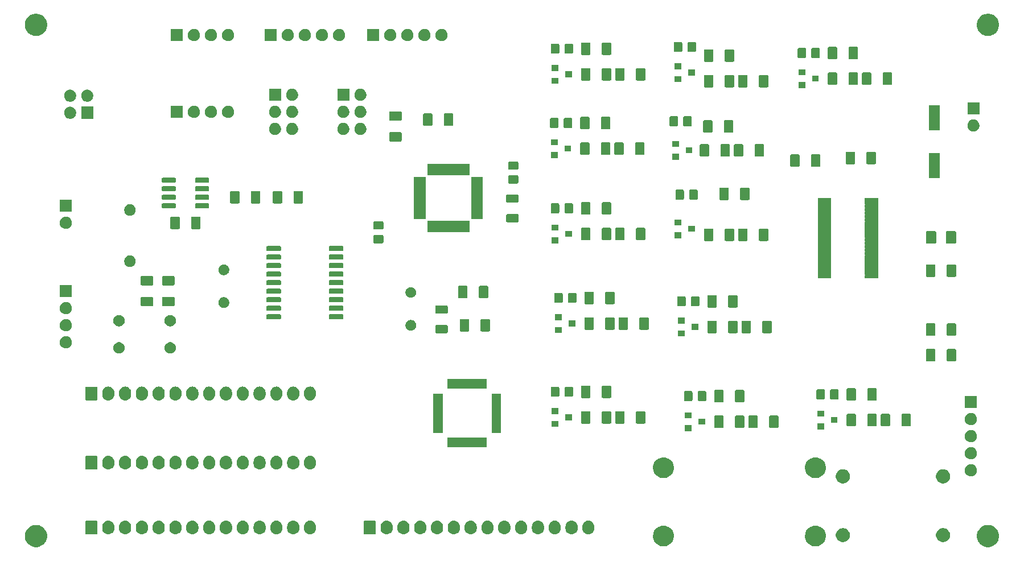
<source format=gbr>
G04 #@! TF.GenerationSoftware,KiCad,Pcbnew,(5.1.5)-3*
G04 #@! TF.CreationDate,2021-04-17T01:47:35+01:00*
G04 #@! TF.ProjectId,Nodo_BMS_1_1,4e6f646f-5f42-44d5-935f-315f312e6b69,rev?*
G04 #@! TF.SameCoordinates,Original*
G04 #@! TF.FileFunction,Soldermask,Top*
G04 #@! TF.FilePolarity,Negative*
%FSLAX46Y46*%
G04 Gerber Fmt 4.6, Leading zero omitted, Abs format (unit mm)*
G04 Created by KiCad (PCBNEW (5.1.5)-3) date 2021-04-17 01:47:35*
%MOMM*%
%LPD*%
G04 APERTURE LIST*
%ADD10C,0.150000*%
G04 APERTURE END LIST*
D10*
G36*
X220085256Y-138345298D02*
G01*
X220191579Y-138366447D01*
X220492042Y-138490903D01*
X220762451Y-138671585D01*
X220992415Y-138901549D01*
X221173097Y-139171958D01*
X221173098Y-139171960D01*
X221192718Y-139219328D01*
X221287929Y-139449186D01*
X221297553Y-139472422D01*
X221361000Y-139791389D01*
X221361000Y-140116611D01*
X221360213Y-140120565D01*
X221297553Y-140435579D01*
X221216870Y-140630365D01*
X221192718Y-140688674D01*
X221173097Y-140736042D01*
X220992415Y-141006451D01*
X220762451Y-141236415D01*
X220492042Y-141417097D01*
X220191579Y-141541553D01*
X220085256Y-141562702D01*
X219872611Y-141605000D01*
X219547389Y-141605000D01*
X219334744Y-141562702D01*
X219228421Y-141541553D01*
X218927958Y-141417097D01*
X218657549Y-141236415D01*
X218427585Y-141006451D01*
X218246903Y-140736042D01*
X218227283Y-140688674D01*
X218203130Y-140630365D01*
X218122447Y-140435579D01*
X218059787Y-140120565D01*
X218059000Y-140116611D01*
X218059000Y-139791389D01*
X218122447Y-139472422D01*
X218132072Y-139449186D01*
X218227282Y-139219328D01*
X218246902Y-139171960D01*
X218246903Y-139171958D01*
X218427585Y-138901549D01*
X218657549Y-138671585D01*
X218927958Y-138490903D01*
X219228421Y-138366447D01*
X219334744Y-138345298D01*
X219547389Y-138303000D01*
X219872611Y-138303000D01*
X220085256Y-138345298D01*
G37*
G36*
X78480256Y-138345298D02*
G01*
X78586579Y-138366447D01*
X78887042Y-138490903D01*
X79157451Y-138671585D01*
X79387415Y-138901549D01*
X79568097Y-139171958D01*
X79568098Y-139171960D01*
X79587718Y-139219328D01*
X79682929Y-139449186D01*
X79692553Y-139472422D01*
X79756000Y-139791389D01*
X79756000Y-140116611D01*
X79755213Y-140120565D01*
X79692553Y-140435579D01*
X79611870Y-140630365D01*
X79587718Y-140688674D01*
X79568097Y-140736042D01*
X79387415Y-141006451D01*
X79157451Y-141236415D01*
X78887042Y-141417097D01*
X78586579Y-141541553D01*
X78480256Y-141562702D01*
X78267611Y-141605000D01*
X77942389Y-141605000D01*
X77729744Y-141562702D01*
X77623421Y-141541553D01*
X77322958Y-141417097D01*
X77052549Y-141236415D01*
X76822585Y-141006451D01*
X76641903Y-140736042D01*
X76622283Y-140688674D01*
X76598130Y-140630365D01*
X76517447Y-140435579D01*
X76454787Y-140120565D01*
X76454000Y-140116611D01*
X76454000Y-139791389D01*
X76517447Y-139472422D01*
X76527072Y-139449186D01*
X76622282Y-139219328D01*
X76641902Y-139171960D01*
X76641903Y-139171958D01*
X76822585Y-138901549D01*
X77052549Y-138671585D01*
X77322958Y-138490903D01*
X77623421Y-138366447D01*
X77729744Y-138345298D01*
X77942389Y-138303000D01*
X78267611Y-138303000D01*
X78480256Y-138345298D01*
G37*
G36*
X171752585Y-138432802D02*
G01*
X171902410Y-138462604D01*
X172184674Y-138579521D01*
X172438705Y-138749259D01*
X172654741Y-138965295D01*
X172824479Y-139219326D01*
X172941396Y-139501590D01*
X172953368Y-139561778D01*
X172980066Y-139695995D01*
X173001000Y-139801240D01*
X173001000Y-140106760D01*
X172941396Y-140406410D01*
X172824479Y-140688674D01*
X172654741Y-140942705D01*
X172438705Y-141158741D01*
X172184674Y-141328479D01*
X171902410Y-141445396D01*
X171752585Y-141475198D01*
X171602761Y-141505000D01*
X171297239Y-141505000D01*
X171147415Y-141475198D01*
X170997590Y-141445396D01*
X170715326Y-141328479D01*
X170461295Y-141158741D01*
X170245259Y-140942705D01*
X170075521Y-140688674D01*
X169958604Y-140406410D01*
X169899000Y-140106760D01*
X169899000Y-139801240D01*
X169919935Y-139695995D01*
X169946632Y-139561778D01*
X169958604Y-139501590D01*
X170075521Y-139219326D01*
X170245259Y-138965295D01*
X170461295Y-138749259D01*
X170715326Y-138579521D01*
X170997590Y-138462604D01*
X171147415Y-138432802D01*
X171297239Y-138403000D01*
X171602761Y-138403000D01*
X171752585Y-138432802D01*
G37*
G36*
X194352585Y-138432802D02*
G01*
X194502410Y-138462604D01*
X194784674Y-138579521D01*
X195038705Y-138749259D01*
X195254741Y-138965295D01*
X195424479Y-139219326D01*
X195541396Y-139501590D01*
X195553368Y-139561778D01*
X195580066Y-139695995D01*
X195601000Y-139801240D01*
X195601000Y-140106760D01*
X195541396Y-140406410D01*
X195424479Y-140688674D01*
X195254741Y-140942705D01*
X195038705Y-141158741D01*
X194784674Y-141328479D01*
X194502410Y-141445396D01*
X194352585Y-141475198D01*
X194202761Y-141505000D01*
X193897239Y-141505000D01*
X193747415Y-141475198D01*
X193597590Y-141445396D01*
X193315326Y-141328479D01*
X193061295Y-141158741D01*
X192845259Y-140942705D01*
X192675521Y-140688674D01*
X192558604Y-140406410D01*
X192499000Y-140106760D01*
X192499000Y-139801240D01*
X192519935Y-139695995D01*
X192546632Y-139561778D01*
X192558604Y-139501590D01*
X192675521Y-139219326D01*
X192845259Y-138965295D01*
X193061295Y-138749259D01*
X193315326Y-138579521D01*
X193597590Y-138462604D01*
X193747415Y-138432802D01*
X193897239Y-138403000D01*
X194202761Y-138403000D01*
X194352585Y-138432802D01*
G37*
G36*
X213326564Y-138803389D02*
G01*
X213517833Y-138882615D01*
X213517835Y-138882616D01*
X213689973Y-138997635D01*
X213836365Y-139144027D01*
X213948594Y-139311989D01*
X213951385Y-139316167D01*
X214030611Y-139507436D01*
X214071000Y-139710484D01*
X214071000Y-139917516D01*
X214030611Y-140120564D01*
X213951385Y-140311833D01*
X213951384Y-140311835D01*
X213836365Y-140483973D01*
X213689973Y-140630365D01*
X213517835Y-140745384D01*
X213517834Y-140745385D01*
X213517833Y-140745385D01*
X213326564Y-140824611D01*
X213123516Y-140865000D01*
X212916484Y-140865000D01*
X212713436Y-140824611D01*
X212522167Y-140745385D01*
X212522166Y-140745385D01*
X212522165Y-140745384D01*
X212350027Y-140630365D01*
X212203635Y-140483973D01*
X212088616Y-140311835D01*
X212088615Y-140311833D01*
X212009389Y-140120564D01*
X211969000Y-139917516D01*
X211969000Y-139710484D01*
X212009389Y-139507436D01*
X212088615Y-139316167D01*
X212091407Y-139311989D01*
X212203635Y-139144027D01*
X212350027Y-138997635D01*
X212522165Y-138882616D01*
X212522167Y-138882615D01*
X212713436Y-138803389D01*
X212916484Y-138763000D01*
X213123516Y-138763000D01*
X213326564Y-138803389D01*
G37*
G36*
X198426564Y-138803389D02*
G01*
X198617833Y-138882615D01*
X198617835Y-138882616D01*
X198789973Y-138997635D01*
X198936365Y-139144027D01*
X199048594Y-139311989D01*
X199051385Y-139316167D01*
X199130611Y-139507436D01*
X199171000Y-139710484D01*
X199171000Y-139917516D01*
X199130611Y-140120564D01*
X199051385Y-140311833D01*
X199051384Y-140311835D01*
X198936365Y-140483973D01*
X198789973Y-140630365D01*
X198617835Y-140745384D01*
X198617834Y-140745385D01*
X198617833Y-140745385D01*
X198426564Y-140824611D01*
X198223516Y-140865000D01*
X198016484Y-140865000D01*
X197813436Y-140824611D01*
X197622167Y-140745385D01*
X197622166Y-140745385D01*
X197622165Y-140745384D01*
X197450027Y-140630365D01*
X197303635Y-140483973D01*
X197188616Y-140311835D01*
X197188615Y-140311833D01*
X197109389Y-140120564D01*
X197069000Y-139917516D01*
X197069000Y-139710484D01*
X197109389Y-139507436D01*
X197188615Y-139316167D01*
X197191407Y-139311989D01*
X197303635Y-139144027D01*
X197450027Y-138997635D01*
X197622165Y-138882616D01*
X197622167Y-138882615D01*
X197813436Y-138803389D01*
X198016484Y-138763000D01*
X198223516Y-138763000D01*
X198426564Y-138803389D01*
G37*
G36*
X104036626Y-137671037D02*
G01*
X104206465Y-137722557D01*
X104206467Y-137722558D01*
X104362989Y-137806221D01*
X104500186Y-137918814D01*
X104583448Y-138020271D01*
X104612778Y-138056009D01*
X104696443Y-138212534D01*
X104747963Y-138382373D01*
X104754482Y-138448558D01*
X104761000Y-138514740D01*
X104761000Y-138853259D01*
X104756244Y-138901549D01*
X104747963Y-138985626D01*
X104696443Y-139155466D01*
X104612778Y-139311991D01*
X104583448Y-139347729D01*
X104500186Y-139449186D01*
X104405105Y-139527216D01*
X104362991Y-139561778D01*
X104206466Y-139645443D01*
X104036627Y-139696963D01*
X103860000Y-139714359D01*
X103683374Y-139696963D01*
X103513535Y-139645443D01*
X103357010Y-139561778D01*
X103219815Y-139449185D01*
X103107222Y-139311991D01*
X103023557Y-139155466D01*
X102972037Y-138985627D01*
X102959000Y-138853258D01*
X102959000Y-138514743D01*
X102972037Y-138382374D01*
X103023557Y-138212535D01*
X103107222Y-138056010D01*
X103107223Y-138056009D01*
X103219814Y-137918814D01*
X103338365Y-137821523D01*
X103357009Y-137806222D01*
X103513534Y-137722557D01*
X103683373Y-137671037D01*
X103860000Y-137653641D01*
X104036626Y-137671037D01*
G37*
G36*
X89036626Y-137671037D02*
G01*
X89206465Y-137722557D01*
X89206467Y-137722558D01*
X89362989Y-137806221D01*
X89500186Y-137918814D01*
X89583448Y-138020271D01*
X89612778Y-138056009D01*
X89696443Y-138212534D01*
X89747963Y-138382373D01*
X89754482Y-138448558D01*
X89761000Y-138514740D01*
X89761000Y-138853259D01*
X89756244Y-138901549D01*
X89747963Y-138985626D01*
X89696443Y-139155466D01*
X89612778Y-139311991D01*
X89583448Y-139347729D01*
X89500186Y-139449186D01*
X89405105Y-139527216D01*
X89362991Y-139561778D01*
X89206466Y-139645443D01*
X89036627Y-139696963D01*
X88860000Y-139714359D01*
X88683374Y-139696963D01*
X88513535Y-139645443D01*
X88357010Y-139561778D01*
X88219815Y-139449185D01*
X88107222Y-139311991D01*
X88023557Y-139155466D01*
X87972037Y-138985627D01*
X87959000Y-138853258D01*
X87959000Y-138514743D01*
X87972037Y-138382374D01*
X88023557Y-138212535D01*
X88107222Y-138056010D01*
X88107223Y-138056009D01*
X88219814Y-137918814D01*
X88338365Y-137821523D01*
X88357009Y-137806222D01*
X88513534Y-137722557D01*
X88683373Y-137671037D01*
X88860000Y-137653641D01*
X89036626Y-137671037D01*
G37*
G36*
X91536626Y-137671037D02*
G01*
X91706465Y-137722557D01*
X91706467Y-137722558D01*
X91862989Y-137806221D01*
X92000186Y-137918814D01*
X92083448Y-138020271D01*
X92112778Y-138056009D01*
X92196443Y-138212534D01*
X92247963Y-138382373D01*
X92254482Y-138448558D01*
X92261000Y-138514740D01*
X92261000Y-138853259D01*
X92256244Y-138901549D01*
X92247963Y-138985626D01*
X92196443Y-139155466D01*
X92112778Y-139311991D01*
X92083448Y-139347729D01*
X92000186Y-139449186D01*
X91905105Y-139527216D01*
X91862991Y-139561778D01*
X91706466Y-139645443D01*
X91536627Y-139696963D01*
X91360000Y-139714359D01*
X91183374Y-139696963D01*
X91013535Y-139645443D01*
X90857010Y-139561778D01*
X90719815Y-139449185D01*
X90607222Y-139311991D01*
X90523557Y-139155466D01*
X90472037Y-138985627D01*
X90459000Y-138853258D01*
X90459000Y-138514743D01*
X90472037Y-138382374D01*
X90523557Y-138212535D01*
X90607222Y-138056010D01*
X90607223Y-138056009D01*
X90719814Y-137918814D01*
X90838365Y-137821523D01*
X90857009Y-137806222D01*
X91013534Y-137722557D01*
X91183373Y-137671037D01*
X91360000Y-137653641D01*
X91536626Y-137671037D01*
G37*
G36*
X94036626Y-137671037D02*
G01*
X94206465Y-137722557D01*
X94206467Y-137722558D01*
X94362989Y-137806221D01*
X94500186Y-137918814D01*
X94583448Y-138020271D01*
X94612778Y-138056009D01*
X94696443Y-138212534D01*
X94747963Y-138382373D01*
X94754482Y-138448558D01*
X94761000Y-138514740D01*
X94761000Y-138853259D01*
X94756244Y-138901549D01*
X94747963Y-138985626D01*
X94696443Y-139155466D01*
X94612778Y-139311991D01*
X94583448Y-139347729D01*
X94500186Y-139449186D01*
X94405105Y-139527216D01*
X94362991Y-139561778D01*
X94206466Y-139645443D01*
X94036627Y-139696963D01*
X93860000Y-139714359D01*
X93683374Y-139696963D01*
X93513535Y-139645443D01*
X93357010Y-139561778D01*
X93219815Y-139449185D01*
X93107222Y-139311991D01*
X93023557Y-139155466D01*
X92972037Y-138985627D01*
X92959000Y-138853258D01*
X92959000Y-138514743D01*
X92972037Y-138382374D01*
X93023557Y-138212535D01*
X93107222Y-138056010D01*
X93107223Y-138056009D01*
X93219814Y-137918814D01*
X93338365Y-137821523D01*
X93357009Y-137806222D01*
X93513534Y-137722557D01*
X93683373Y-137671037D01*
X93860000Y-137653641D01*
X94036626Y-137671037D01*
G37*
G36*
X96536626Y-137671037D02*
G01*
X96706465Y-137722557D01*
X96706467Y-137722558D01*
X96862989Y-137806221D01*
X97000186Y-137918814D01*
X97083448Y-138020271D01*
X97112778Y-138056009D01*
X97196443Y-138212534D01*
X97247963Y-138382373D01*
X97254482Y-138448558D01*
X97261000Y-138514740D01*
X97261000Y-138853259D01*
X97256244Y-138901549D01*
X97247963Y-138985626D01*
X97196443Y-139155466D01*
X97112778Y-139311991D01*
X97083448Y-139347729D01*
X97000186Y-139449186D01*
X96905105Y-139527216D01*
X96862991Y-139561778D01*
X96706466Y-139645443D01*
X96536627Y-139696963D01*
X96360000Y-139714359D01*
X96183374Y-139696963D01*
X96013535Y-139645443D01*
X95857010Y-139561778D01*
X95719815Y-139449185D01*
X95607222Y-139311991D01*
X95523557Y-139155466D01*
X95472037Y-138985627D01*
X95459000Y-138853258D01*
X95459000Y-138514743D01*
X95472037Y-138382374D01*
X95523557Y-138212535D01*
X95607222Y-138056010D01*
X95607223Y-138056009D01*
X95719814Y-137918814D01*
X95838365Y-137821523D01*
X95857009Y-137806222D01*
X96013534Y-137722557D01*
X96183373Y-137671037D01*
X96360000Y-137653641D01*
X96536626Y-137671037D01*
G37*
G36*
X99036626Y-137671037D02*
G01*
X99206465Y-137722557D01*
X99206467Y-137722558D01*
X99362989Y-137806221D01*
X99500186Y-137918814D01*
X99583448Y-138020271D01*
X99612778Y-138056009D01*
X99696443Y-138212534D01*
X99747963Y-138382373D01*
X99754482Y-138448558D01*
X99761000Y-138514740D01*
X99761000Y-138853259D01*
X99756244Y-138901549D01*
X99747963Y-138985626D01*
X99696443Y-139155466D01*
X99612778Y-139311991D01*
X99583448Y-139347729D01*
X99500186Y-139449186D01*
X99405105Y-139527216D01*
X99362991Y-139561778D01*
X99206466Y-139645443D01*
X99036627Y-139696963D01*
X98860000Y-139714359D01*
X98683374Y-139696963D01*
X98513535Y-139645443D01*
X98357010Y-139561778D01*
X98219815Y-139449185D01*
X98107222Y-139311991D01*
X98023557Y-139155466D01*
X97972037Y-138985627D01*
X97959000Y-138853258D01*
X97959000Y-138514743D01*
X97972037Y-138382374D01*
X98023557Y-138212535D01*
X98107222Y-138056010D01*
X98107223Y-138056009D01*
X98219814Y-137918814D01*
X98338365Y-137821523D01*
X98357009Y-137806222D01*
X98513534Y-137722557D01*
X98683373Y-137671037D01*
X98860000Y-137653641D01*
X99036626Y-137671037D01*
G37*
G36*
X101536626Y-137671037D02*
G01*
X101706465Y-137722557D01*
X101706467Y-137722558D01*
X101862989Y-137806221D01*
X102000186Y-137918814D01*
X102083448Y-138020271D01*
X102112778Y-138056009D01*
X102196443Y-138212534D01*
X102247963Y-138382373D01*
X102254482Y-138448558D01*
X102261000Y-138514740D01*
X102261000Y-138853259D01*
X102256244Y-138901549D01*
X102247963Y-138985626D01*
X102196443Y-139155466D01*
X102112778Y-139311991D01*
X102083448Y-139347729D01*
X102000186Y-139449186D01*
X101905105Y-139527216D01*
X101862991Y-139561778D01*
X101706466Y-139645443D01*
X101536627Y-139696963D01*
X101360000Y-139714359D01*
X101183374Y-139696963D01*
X101013535Y-139645443D01*
X100857010Y-139561778D01*
X100719815Y-139449185D01*
X100607222Y-139311991D01*
X100523557Y-139155466D01*
X100472037Y-138985627D01*
X100459000Y-138853258D01*
X100459000Y-138514743D01*
X100472037Y-138382374D01*
X100523557Y-138212535D01*
X100607222Y-138056010D01*
X100607223Y-138056009D01*
X100719814Y-137918814D01*
X100838365Y-137821523D01*
X100857009Y-137806222D01*
X101013534Y-137722557D01*
X101183373Y-137671037D01*
X101360000Y-137653641D01*
X101536626Y-137671037D01*
G37*
G36*
X106536626Y-137671037D02*
G01*
X106706465Y-137722557D01*
X106706467Y-137722558D01*
X106862989Y-137806221D01*
X107000186Y-137918814D01*
X107083448Y-138020271D01*
X107112778Y-138056009D01*
X107196443Y-138212534D01*
X107247963Y-138382373D01*
X107254482Y-138448558D01*
X107261000Y-138514740D01*
X107261000Y-138853259D01*
X107256244Y-138901549D01*
X107247963Y-138985626D01*
X107196443Y-139155466D01*
X107112778Y-139311991D01*
X107083448Y-139347729D01*
X107000186Y-139449186D01*
X106905105Y-139527216D01*
X106862991Y-139561778D01*
X106706466Y-139645443D01*
X106536627Y-139696963D01*
X106360000Y-139714359D01*
X106183374Y-139696963D01*
X106013535Y-139645443D01*
X105857010Y-139561778D01*
X105719815Y-139449185D01*
X105607222Y-139311991D01*
X105523557Y-139155466D01*
X105472037Y-138985627D01*
X105459000Y-138853258D01*
X105459000Y-138514743D01*
X105472037Y-138382374D01*
X105523557Y-138212535D01*
X105607222Y-138056010D01*
X105607223Y-138056009D01*
X105719814Y-137918814D01*
X105838365Y-137821523D01*
X105857009Y-137806222D01*
X106013534Y-137722557D01*
X106183373Y-137671037D01*
X106360000Y-137653641D01*
X106536626Y-137671037D01*
G37*
G36*
X109036626Y-137671037D02*
G01*
X109206465Y-137722557D01*
X109206467Y-137722558D01*
X109362989Y-137806221D01*
X109500186Y-137918814D01*
X109583448Y-138020271D01*
X109612778Y-138056009D01*
X109696443Y-138212534D01*
X109747963Y-138382373D01*
X109754482Y-138448558D01*
X109761000Y-138514740D01*
X109761000Y-138853259D01*
X109756244Y-138901549D01*
X109747963Y-138985626D01*
X109696443Y-139155466D01*
X109612778Y-139311991D01*
X109583448Y-139347729D01*
X109500186Y-139449186D01*
X109405105Y-139527216D01*
X109362991Y-139561778D01*
X109206466Y-139645443D01*
X109036627Y-139696963D01*
X108860000Y-139714359D01*
X108683374Y-139696963D01*
X108513535Y-139645443D01*
X108357010Y-139561778D01*
X108219815Y-139449185D01*
X108107222Y-139311991D01*
X108023557Y-139155466D01*
X107972037Y-138985627D01*
X107959000Y-138853258D01*
X107959000Y-138514743D01*
X107972037Y-138382374D01*
X108023557Y-138212535D01*
X108107222Y-138056010D01*
X108107223Y-138056009D01*
X108219814Y-137918814D01*
X108338365Y-137821523D01*
X108357009Y-137806222D01*
X108513534Y-137722557D01*
X108683373Y-137671037D01*
X108860000Y-137653641D01*
X109036626Y-137671037D01*
G37*
G36*
X111536626Y-137671037D02*
G01*
X111706465Y-137722557D01*
X111706467Y-137722558D01*
X111862989Y-137806221D01*
X112000186Y-137918814D01*
X112083448Y-138020271D01*
X112112778Y-138056009D01*
X112196443Y-138212534D01*
X112247963Y-138382373D01*
X112254482Y-138448558D01*
X112261000Y-138514740D01*
X112261000Y-138853259D01*
X112256244Y-138901549D01*
X112247963Y-138985626D01*
X112196443Y-139155466D01*
X112112778Y-139311991D01*
X112083448Y-139347729D01*
X112000186Y-139449186D01*
X111905105Y-139527216D01*
X111862991Y-139561778D01*
X111706466Y-139645443D01*
X111536627Y-139696963D01*
X111360000Y-139714359D01*
X111183374Y-139696963D01*
X111013535Y-139645443D01*
X110857010Y-139561778D01*
X110719815Y-139449185D01*
X110607222Y-139311991D01*
X110523557Y-139155466D01*
X110472037Y-138985627D01*
X110459000Y-138853258D01*
X110459000Y-138514743D01*
X110472037Y-138382374D01*
X110523557Y-138212535D01*
X110607222Y-138056010D01*
X110607223Y-138056009D01*
X110719814Y-137918814D01*
X110838365Y-137821523D01*
X110857009Y-137806222D01*
X111013534Y-137722557D01*
X111183373Y-137671037D01*
X111360000Y-137653641D01*
X111536626Y-137671037D01*
G37*
G36*
X114036626Y-137671037D02*
G01*
X114206465Y-137722557D01*
X114206467Y-137722558D01*
X114362989Y-137806221D01*
X114500186Y-137918814D01*
X114583448Y-138020271D01*
X114612778Y-138056009D01*
X114696443Y-138212534D01*
X114747963Y-138382373D01*
X114754482Y-138448558D01*
X114761000Y-138514740D01*
X114761000Y-138853259D01*
X114756244Y-138901549D01*
X114747963Y-138985626D01*
X114696443Y-139155466D01*
X114612778Y-139311991D01*
X114583448Y-139347729D01*
X114500186Y-139449186D01*
X114405105Y-139527216D01*
X114362991Y-139561778D01*
X114206466Y-139645443D01*
X114036627Y-139696963D01*
X113860000Y-139714359D01*
X113683374Y-139696963D01*
X113513535Y-139645443D01*
X113357010Y-139561778D01*
X113219815Y-139449185D01*
X113107222Y-139311991D01*
X113023557Y-139155466D01*
X112972037Y-138985627D01*
X112959000Y-138853258D01*
X112959000Y-138514743D01*
X112972037Y-138382374D01*
X113023557Y-138212535D01*
X113107222Y-138056010D01*
X113107223Y-138056009D01*
X113219814Y-137918814D01*
X113338365Y-137821523D01*
X113357009Y-137806222D01*
X113513534Y-137722557D01*
X113683373Y-137671037D01*
X113860000Y-137653641D01*
X114036626Y-137671037D01*
G37*
G36*
X116536626Y-137671037D02*
G01*
X116706465Y-137722557D01*
X116706467Y-137722558D01*
X116862989Y-137806221D01*
X117000186Y-137918814D01*
X117083448Y-138020271D01*
X117112778Y-138056009D01*
X117196443Y-138212534D01*
X117247963Y-138382373D01*
X117254482Y-138448558D01*
X117261000Y-138514740D01*
X117261000Y-138853259D01*
X117256244Y-138901549D01*
X117247963Y-138985626D01*
X117196443Y-139155466D01*
X117112778Y-139311991D01*
X117083448Y-139347729D01*
X117000186Y-139449186D01*
X116905105Y-139527216D01*
X116862991Y-139561778D01*
X116706466Y-139645443D01*
X116536627Y-139696963D01*
X116360000Y-139714359D01*
X116183374Y-139696963D01*
X116013535Y-139645443D01*
X115857010Y-139561778D01*
X115719815Y-139449185D01*
X115607222Y-139311991D01*
X115523557Y-139155466D01*
X115472037Y-138985627D01*
X115459000Y-138853258D01*
X115459000Y-138514743D01*
X115472037Y-138382374D01*
X115523557Y-138212535D01*
X115607222Y-138056010D01*
X115607223Y-138056009D01*
X115719814Y-137918814D01*
X115838365Y-137821523D01*
X115857009Y-137806222D01*
X116013534Y-137722557D01*
X116183373Y-137671037D01*
X116360000Y-137653641D01*
X116536626Y-137671037D01*
G37*
G36*
X119036626Y-137671037D02*
G01*
X119206465Y-137722557D01*
X119206467Y-137722558D01*
X119362989Y-137806221D01*
X119500186Y-137918814D01*
X119583448Y-138020271D01*
X119612778Y-138056009D01*
X119696443Y-138212534D01*
X119747963Y-138382373D01*
X119754482Y-138448558D01*
X119761000Y-138514740D01*
X119761000Y-138853259D01*
X119756244Y-138901549D01*
X119747963Y-138985626D01*
X119696443Y-139155466D01*
X119612778Y-139311991D01*
X119583448Y-139347729D01*
X119500186Y-139449186D01*
X119405105Y-139527216D01*
X119362991Y-139561778D01*
X119206466Y-139645443D01*
X119036627Y-139696963D01*
X118860000Y-139714359D01*
X118683374Y-139696963D01*
X118513535Y-139645443D01*
X118357010Y-139561778D01*
X118219815Y-139449185D01*
X118107222Y-139311991D01*
X118023557Y-139155466D01*
X117972037Y-138985627D01*
X117959000Y-138853258D01*
X117959000Y-138514743D01*
X117972037Y-138382374D01*
X118023557Y-138212535D01*
X118107222Y-138056010D01*
X118107223Y-138056009D01*
X118219814Y-137918814D01*
X118338365Y-137821523D01*
X118357009Y-137806222D01*
X118513534Y-137722557D01*
X118683373Y-137671037D01*
X118860000Y-137653641D01*
X119036626Y-137671037D01*
G37*
G36*
X135438626Y-137671037D02*
G01*
X135608465Y-137722557D01*
X135608467Y-137722558D01*
X135764989Y-137806221D01*
X135902186Y-137918814D01*
X135985448Y-138020271D01*
X136014778Y-138056009D01*
X136098443Y-138212534D01*
X136149963Y-138382373D01*
X136156482Y-138448558D01*
X136163000Y-138514740D01*
X136163000Y-138853259D01*
X136158244Y-138901549D01*
X136149963Y-138985626D01*
X136098443Y-139155466D01*
X136014778Y-139311991D01*
X135985448Y-139347729D01*
X135902186Y-139449186D01*
X135807105Y-139527216D01*
X135764991Y-139561778D01*
X135608466Y-139645443D01*
X135438627Y-139696963D01*
X135262000Y-139714359D01*
X135085374Y-139696963D01*
X134915535Y-139645443D01*
X134759010Y-139561778D01*
X134621815Y-139449185D01*
X134509222Y-139311991D01*
X134425557Y-139155466D01*
X134374037Y-138985627D01*
X134361000Y-138853258D01*
X134361000Y-138514743D01*
X134374037Y-138382374D01*
X134425557Y-138212535D01*
X134509222Y-138056010D01*
X134509223Y-138056009D01*
X134621814Y-137918814D01*
X134740365Y-137821523D01*
X134759009Y-137806222D01*
X134915534Y-137722557D01*
X135085373Y-137671037D01*
X135262000Y-137653641D01*
X135438626Y-137671037D01*
G37*
G36*
X137938626Y-137671037D02*
G01*
X138108465Y-137722557D01*
X138108467Y-137722558D01*
X138264989Y-137806221D01*
X138402186Y-137918814D01*
X138485448Y-138020271D01*
X138514778Y-138056009D01*
X138598443Y-138212534D01*
X138649963Y-138382373D01*
X138656482Y-138448558D01*
X138663000Y-138514740D01*
X138663000Y-138853259D01*
X138658244Y-138901549D01*
X138649963Y-138985626D01*
X138598443Y-139155466D01*
X138514778Y-139311991D01*
X138485448Y-139347729D01*
X138402186Y-139449186D01*
X138307105Y-139527216D01*
X138264991Y-139561778D01*
X138108466Y-139645443D01*
X137938627Y-139696963D01*
X137762000Y-139714359D01*
X137585374Y-139696963D01*
X137415535Y-139645443D01*
X137259010Y-139561778D01*
X137121815Y-139449185D01*
X137009222Y-139311991D01*
X136925557Y-139155466D01*
X136874037Y-138985627D01*
X136861000Y-138853258D01*
X136861000Y-138514743D01*
X136874037Y-138382374D01*
X136925557Y-138212535D01*
X137009222Y-138056010D01*
X137009223Y-138056009D01*
X137121814Y-137918814D01*
X137240365Y-137821523D01*
X137259009Y-137806222D01*
X137415534Y-137722557D01*
X137585373Y-137671037D01*
X137762000Y-137653641D01*
X137938626Y-137671037D01*
G37*
G36*
X140438626Y-137671037D02*
G01*
X140608465Y-137722557D01*
X140608467Y-137722558D01*
X140764989Y-137806221D01*
X140902186Y-137918814D01*
X140985448Y-138020271D01*
X141014778Y-138056009D01*
X141098443Y-138212534D01*
X141149963Y-138382373D01*
X141156482Y-138448558D01*
X141163000Y-138514740D01*
X141163000Y-138853259D01*
X141158244Y-138901549D01*
X141149963Y-138985626D01*
X141098443Y-139155466D01*
X141014778Y-139311991D01*
X140985448Y-139347729D01*
X140902186Y-139449186D01*
X140807105Y-139527216D01*
X140764991Y-139561778D01*
X140608466Y-139645443D01*
X140438627Y-139696963D01*
X140262000Y-139714359D01*
X140085374Y-139696963D01*
X139915535Y-139645443D01*
X139759010Y-139561778D01*
X139621815Y-139449185D01*
X139509222Y-139311991D01*
X139425557Y-139155466D01*
X139374037Y-138985627D01*
X139361000Y-138853258D01*
X139361000Y-138514743D01*
X139374037Y-138382374D01*
X139425557Y-138212535D01*
X139509222Y-138056010D01*
X139509223Y-138056009D01*
X139621814Y-137918814D01*
X139740365Y-137821523D01*
X139759009Y-137806222D01*
X139915534Y-137722557D01*
X140085373Y-137671037D01*
X140262000Y-137653641D01*
X140438626Y-137671037D01*
G37*
G36*
X142938626Y-137671037D02*
G01*
X143108465Y-137722557D01*
X143108467Y-137722558D01*
X143264989Y-137806221D01*
X143402186Y-137918814D01*
X143485448Y-138020271D01*
X143514778Y-138056009D01*
X143598443Y-138212534D01*
X143649963Y-138382373D01*
X143656482Y-138448558D01*
X143663000Y-138514740D01*
X143663000Y-138853259D01*
X143658244Y-138901549D01*
X143649963Y-138985626D01*
X143598443Y-139155466D01*
X143514778Y-139311991D01*
X143485448Y-139347729D01*
X143402186Y-139449186D01*
X143307105Y-139527216D01*
X143264991Y-139561778D01*
X143108466Y-139645443D01*
X142938627Y-139696963D01*
X142762000Y-139714359D01*
X142585374Y-139696963D01*
X142415535Y-139645443D01*
X142259010Y-139561778D01*
X142121815Y-139449185D01*
X142009222Y-139311991D01*
X141925557Y-139155466D01*
X141874037Y-138985627D01*
X141861000Y-138853258D01*
X141861000Y-138514743D01*
X141874037Y-138382374D01*
X141925557Y-138212535D01*
X142009222Y-138056010D01*
X142009223Y-138056009D01*
X142121814Y-137918814D01*
X142240365Y-137821523D01*
X142259009Y-137806222D01*
X142415534Y-137722557D01*
X142585373Y-137671037D01*
X142762000Y-137653641D01*
X142938626Y-137671037D01*
G37*
G36*
X145438626Y-137671037D02*
G01*
X145608465Y-137722557D01*
X145608467Y-137722558D01*
X145764989Y-137806221D01*
X145902186Y-137918814D01*
X145985448Y-138020271D01*
X146014778Y-138056009D01*
X146098443Y-138212534D01*
X146149963Y-138382373D01*
X146156482Y-138448558D01*
X146163000Y-138514740D01*
X146163000Y-138853259D01*
X146158244Y-138901549D01*
X146149963Y-138985626D01*
X146098443Y-139155466D01*
X146014778Y-139311991D01*
X145985448Y-139347729D01*
X145902186Y-139449186D01*
X145807105Y-139527216D01*
X145764991Y-139561778D01*
X145608466Y-139645443D01*
X145438627Y-139696963D01*
X145262000Y-139714359D01*
X145085374Y-139696963D01*
X144915535Y-139645443D01*
X144759010Y-139561778D01*
X144621815Y-139449185D01*
X144509222Y-139311991D01*
X144425557Y-139155466D01*
X144374037Y-138985627D01*
X144361000Y-138853258D01*
X144361000Y-138514743D01*
X144374037Y-138382374D01*
X144425557Y-138212535D01*
X144509222Y-138056010D01*
X144509223Y-138056009D01*
X144621814Y-137918814D01*
X144740365Y-137821523D01*
X144759009Y-137806222D01*
X144915534Y-137722557D01*
X145085373Y-137671037D01*
X145262000Y-137653641D01*
X145438626Y-137671037D01*
G37*
G36*
X130438626Y-137671037D02*
G01*
X130608465Y-137722557D01*
X130608467Y-137722558D01*
X130764989Y-137806221D01*
X130902186Y-137918814D01*
X130985448Y-138020271D01*
X131014778Y-138056009D01*
X131098443Y-138212534D01*
X131149963Y-138382373D01*
X131156482Y-138448558D01*
X131163000Y-138514740D01*
X131163000Y-138853259D01*
X131158244Y-138901549D01*
X131149963Y-138985626D01*
X131098443Y-139155466D01*
X131014778Y-139311991D01*
X130985448Y-139347729D01*
X130902186Y-139449186D01*
X130807105Y-139527216D01*
X130764991Y-139561778D01*
X130608466Y-139645443D01*
X130438627Y-139696963D01*
X130262000Y-139714359D01*
X130085374Y-139696963D01*
X129915535Y-139645443D01*
X129759010Y-139561778D01*
X129621815Y-139449185D01*
X129509222Y-139311991D01*
X129425557Y-139155466D01*
X129374037Y-138985627D01*
X129361000Y-138853258D01*
X129361000Y-138514743D01*
X129374037Y-138382374D01*
X129425557Y-138212535D01*
X129509222Y-138056010D01*
X129509223Y-138056009D01*
X129621814Y-137918814D01*
X129740365Y-137821523D01*
X129759009Y-137806222D01*
X129915534Y-137722557D01*
X130085373Y-137671037D01*
X130262000Y-137653641D01*
X130438626Y-137671037D01*
G37*
G36*
X147938626Y-137671037D02*
G01*
X148108465Y-137722557D01*
X148108467Y-137722558D01*
X148264989Y-137806221D01*
X148402186Y-137918814D01*
X148485448Y-138020271D01*
X148514778Y-138056009D01*
X148598443Y-138212534D01*
X148649963Y-138382373D01*
X148656482Y-138448558D01*
X148663000Y-138514740D01*
X148663000Y-138853259D01*
X148658244Y-138901549D01*
X148649963Y-138985626D01*
X148598443Y-139155466D01*
X148514778Y-139311991D01*
X148485448Y-139347729D01*
X148402186Y-139449186D01*
X148307105Y-139527216D01*
X148264991Y-139561778D01*
X148108466Y-139645443D01*
X147938627Y-139696963D01*
X147762000Y-139714359D01*
X147585374Y-139696963D01*
X147415535Y-139645443D01*
X147259010Y-139561778D01*
X147121815Y-139449185D01*
X147009222Y-139311991D01*
X146925557Y-139155466D01*
X146874037Y-138985627D01*
X146861000Y-138853258D01*
X146861000Y-138514743D01*
X146874037Y-138382374D01*
X146925557Y-138212535D01*
X147009222Y-138056010D01*
X147009223Y-138056009D01*
X147121814Y-137918814D01*
X147240365Y-137821523D01*
X147259009Y-137806222D01*
X147415534Y-137722557D01*
X147585373Y-137671037D01*
X147762000Y-137653641D01*
X147938626Y-137671037D01*
G37*
G36*
X150438626Y-137671037D02*
G01*
X150608465Y-137722557D01*
X150608467Y-137722558D01*
X150764989Y-137806221D01*
X150902186Y-137918814D01*
X150985448Y-138020271D01*
X151014778Y-138056009D01*
X151098443Y-138212534D01*
X151149963Y-138382373D01*
X151156482Y-138448558D01*
X151163000Y-138514740D01*
X151163000Y-138853259D01*
X151158244Y-138901549D01*
X151149963Y-138985626D01*
X151098443Y-139155466D01*
X151014778Y-139311991D01*
X150985448Y-139347729D01*
X150902186Y-139449186D01*
X150807105Y-139527216D01*
X150764991Y-139561778D01*
X150608466Y-139645443D01*
X150438627Y-139696963D01*
X150262000Y-139714359D01*
X150085374Y-139696963D01*
X149915535Y-139645443D01*
X149759010Y-139561778D01*
X149621815Y-139449185D01*
X149509222Y-139311991D01*
X149425557Y-139155466D01*
X149374037Y-138985627D01*
X149361000Y-138853258D01*
X149361000Y-138514743D01*
X149374037Y-138382374D01*
X149425557Y-138212535D01*
X149509222Y-138056010D01*
X149509223Y-138056009D01*
X149621814Y-137918814D01*
X149740365Y-137821523D01*
X149759009Y-137806222D01*
X149915534Y-137722557D01*
X150085373Y-137671037D01*
X150262000Y-137653641D01*
X150438626Y-137671037D01*
G37*
G36*
X152938626Y-137671037D02*
G01*
X153108465Y-137722557D01*
X153108467Y-137722558D01*
X153264989Y-137806221D01*
X153402186Y-137918814D01*
X153485448Y-138020271D01*
X153514778Y-138056009D01*
X153598443Y-138212534D01*
X153649963Y-138382373D01*
X153656482Y-138448558D01*
X153663000Y-138514740D01*
X153663000Y-138853259D01*
X153658244Y-138901549D01*
X153649963Y-138985626D01*
X153598443Y-139155466D01*
X153514778Y-139311991D01*
X153485448Y-139347729D01*
X153402186Y-139449186D01*
X153307105Y-139527216D01*
X153264991Y-139561778D01*
X153108466Y-139645443D01*
X152938627Y-139696963D01*
X152762000Y-139714359D01*
X152585374Y-139696963D01*
X152415535Y-139645443D01*
X152259010Y-139561778D01*
X152121815Y-139449185D01*
X152009222Y-139311991D01*
X151925557Y-139155466D01*
X151874037Y-138985627D01*
X151861000Y-138853258D01*
X151861000Y-138514743D01*
X151874037Y-138382374D01*
X151925557Y-138212535D01*
X152009222Y-138056010D01*
X152009223Y-138056009D01*
X152121814Y-137918814D01*
X152240365Y-137821523D01*
X152259009Y-137806222D01*
X152415534Y-137722557D01*
X152585373Y-137671037D01*
X152762000Y-137653641D01*
X152938626Y-137671037D01*
G37*
G36*
X155438626Y-137671037D02*
G01*
X155608465Y-137722557D01*
X155608467Y-137722558D01*
X155764989Y-137806221D01*
X155902186Y-137918814D01*
X155985448Y-138020271D01*
X156014778Y-138056009D01*
X156098443Y-138212534D01*
X156149963Y-138382373D01*
X156156482Y-138448558D01*
X156163000Y-138514740D01*
X156163000Y-138853259D01*
X156158244Y-138901549D01*
X156149963Y-138985626D01*
X156098443Y-139155466D01*
X156014778Y-139311991D01*
X155985448Y-139347729D01*
X155902186Y-139449186D01*
X155807105Y-139527216D01*
X155764991Y-139561778D01*
X155608466Y-139645443D01*
X155438627Y-139696963D01*
X155262000Y-139714359D01*
X155085374Y-139696963D01*
X154915535Y-139645443D01*
X154759010Y-139561778D01*
X154621815Y-139449185D01*
X154509222Y-139311991D01*
X154425557Y-139155466D01*
X154374037Y-138985627D01*
X154361000Y-138853258D01*
X154361000Y-138514743D01*
X154374037Y-138382374D01*
X154425557Y-138212535D01*
X154509222Y-138056010D01*
X154509223Y-138056009D01*
X154621814Y-137918814D01*
X154740365Y-137821523D01*
X154759009Y-137806222D01*
X154915534Y-137722557D01*
X155085373Y-137671037D01*
X155262000Y-137653641D01*
X155438626Y-137671037D01*
G37*
G36*
X157938626Y-137671037D02*
G01*
X158108465Y-137722557D01*
X158108467Y-137722558D01*
X158264989Y-137806221D01*
X158402186Y-137918814D01*
X158485448Y-138020271D01*
X158514778Y-138056009D01*
X158598443Y-138212534D01*
X158649963Y-138382373D01*
X158656482Y-138448558D01*
X158663000Y-138514740D01*
X158663000Y-138853259D01*
X158658244Y-138901549D01*
X158649963Y-138985626D01*
X158598443Y-139155466D01*
X158514778Y-139311991D01*
X158485448Y-139347729D01*
X158402186Y-139449186D01*
X158307105Y-139527216D01*
X158264991Y-139561778D01*
X158108466Y-139645443D01*
X157938627Y-139696963D01*
X157762000Y-139714359D01*
X157585374Y-139696963D01*
X157415535Y-139645443D01*
X157259010Y-139561778D01*
X157121815Y-139449185D01*
X157009222Y-139311991D01*
X156925557Y-139155466D01*
X156874037Y-138985627D01*
X156861000Y-138853258D01*
X156861000Y-138514743D01*
X156874037Y-138382374D01*
X156925557Y-138212535D01*
X157009222Y-138056010D01*
X157009223Y-138056009D01*
X157121814Y-137918814D01*
X157240365Y-137821523D01*
X157259009Y-137806222D01*
X157415534Y-137722557D01*
X157585373Y-137671037D01*
X157762000Y-137653641D01*
X157938626Y-137671037D01*
G37*
G36*
X160438626Y-137671037D02*
G01*
X160608465Y-137722557D01*
X160608467Y-137722558D01*
X160764989Y-137806221D01*
X160902186Y-137918814D01*
X160985448Y-138020271D01*
X161014778Y-138056009D01*
X161098443Y-138212534D01*
X161149963Y-138382373D01*
X161156482Y-138448558D01*
X161163000Y-138514740D01*
X161163000Y-138853259D01*
X161158244Y-138901549D01*
X161149963Y-138985626D01*
X161098443Y-139155466D01*
X161014778Y-139311991D01*
X160985448Y-139347729D01*
X160902186Y-139449186D01*
X160807105Y-139527216D01*
X160764991Y-139561778D01*
X160608466Y-139645443D01*
X160438627Y-139696963D01*
X160262000Y-139714359D01*
X160085374Y-139696963D01*
X159915535Y-139645443D01*
X159759010Y-139561778D01*
X159621815Y-139449185D01*
X159509222Y-139311991D01*
X159425557Y-139155466D01*
X159374037Y-138985627D01*
X159361000Y-138853258D01*
X159361000Y-138514743D01*
X159374037Y-138382374D01*
X159425557Y-138212535D01*
X159509222Y-138056010D01*
X159509223Y-138056009D01*
X159621814Y-137918814D01*
X159740365Y-137821523D01*
X159759009Y-137806222D01*
X159915534Y-137722557D01*
X160085373Y-137671037D01*
X160262000Y-137653641D01*
X160438626Y-137671037D01*
G37*
G36*
X132938626Y-137671037D02*
G01*
X133108465Y-137722557D01*
X133108467Y-137722558D01*
X133264989Y-137806221D01*
X133402186Y-137918814D01*
X133485448Y-138020271D01*
X133514778Y-138056009D01*
X133598443Y-138212534D01*
X133649963Y-138382373D01*
X133656482Y-138448558D01*
X133663000Y-138514740D01*
X133663000Y-138853259D01*
X133658244Y-138901549D01*
X133649963Y-138985626D01*
X133598443Y-139155466D01*
X133514778Y-139311991D01*
X133485448Y-139347729D01*
X133402186Y-139449186D01*
X133307105Y-139527216D01*
X133264991Y-139561778D01*
X133108466Y-139645443D01*
X132938627Y-139696963D01*
X132762000Y-139714359D01*
X132585374Y-139696963D01*
X132415535Y-139645443D01*
X132259010Y-139561778D01*
X132121815Y-139449185D01*
X132009222Y-139311991D01*
X131925557Y-139155466D01*
X131874037Y-138985627D01*
X131861000Y-138853258D01*
X131861000Y-138514743D01*
X131874037Y-138382374D01*
X131925557Y-138212535D01*
X132009222Y-138056010D01*
X132009223Y-138056009D01*
X132121814Y-137918814D01*
X132240365Y-137821523D01*
X132259009Y-137806222D01*
X132415534Y-137722557D01*
X132585373Y-137671037D01*
X132762000Y-137653641D01*
X132938626Y-137671037D01*
G37*
G36*
X128520698Y-137661987D02*
G01*
X128553724Y-137672005D01*
X128584159Y-137688273D01*
X128610835Y-137710165D01*
X128632727Y-137736841D01*
X128648995Y-137767276D01*
X128659013Y-137800302D01*
X128663000Y-137840784D01*
X128663000Y-139527216D01*
X128659013Y-139567698D01*
X128648995Y-139600724D01*
X128632727Y-139631159D01*
X128610835Y-139657835D01*
X128584159Y-139679727D01*
X128553724Y-139695995D01*
X128520698Y-139706013D01*
X128480216Y-139710000D01*
X127043784Y-139710000D01*
X127003302Y-139706013D01*
X126970276Y-139695995D01*
X126939841Y-139679727D01*
X126913165Y-139657835D01*
X126891273Y-139631159D01*
X126875005Y-139600724D01*
X126864987Y-139567698D01*
X126861000Y-139527216D01*
X126861000Y-137840784D01*
X126864987Y-137800302D01*
X126875005Y-137767276D01*
X126891273Y-137736841D01*
X126913165Y-137710165D01*
X126939841Y-137688273D01*
X126970276Y-137672005D01*
X127003302Y-137661987D01*
X127043784Y-137658000D01*
X128480216Y-137658000D01*
X128520698Y-137661987D01*
G37*
G36*
X87118698Y-137661987D02*
G01*
X87151724Y-137672005D01*
X87182159Y-137688273D01*
X87208835Y-137710165D01*
X87230727Y-137736841D01*
X87246995Y-137767276D01*
X87257013Y-137800302D01*
X87261000Y-137840784D01*
X87261000Y-139527216D01*
X87257013Y-139567698D01*
X87246995Y-139600724D01*
X87230727Y-139631159D01*
X87208835Y-139657835D01*
X87182159Y-139679727D01*
X87151724Y-139695995D01*
X87118698Y-139706013D01*
X87078216Y-139710000D01*
X85641784Y-139710000D01*
X85601302Y-139706013D01*
X85568276Y-139695995D01*
X85537841Y-139679727D01*
X85511165Y-139657835D01*
X85489273Y-139631159D01*
X85473005Y-139600724D01*
X85462987Y-139567698D01*
X85459000Y-139527216D01*
X85459000Y-137840784D01*
X85462987Y-137800302D01*
X85473005Y-137767276D01*
X85489273Y-137736841D01*
X85511165Y-137710165D01*
X85537841Y-137688273D01*
X85568276Y-137672005D01*
X85601302Y-137661987D01*
X85641784Y-137658000D01*
X87078216Y-137658000D01*
X87118698Y-137661987D01*
G37*
G36*
X198426564Y-130053389D02*
G01*
X198617833Y-130132615D01*
X198617835Y-130132616D01*
X198789973Y-130247635D01*
X198936365Y-130394027D01*
X198965621Y-130437811D01*
X199051385Y-130566167D01*
X199130611Y-130757436D01*
X199171000Y-130960484D01*
X199171000Y-131167516D01*
X199130611Y-131370564D01*
X199051385Y-131561833D01*
X199051384Y-131561835D01*
X198936365Y-131733973D01*
X198789973Y-131880365D01*
X198617835Y-131995384D01*
X198617834Y-131995385D01*
X198617833Y-131995385D01*
X198426564Y-132074611D01*
X198223516Y-132115000D01*
X198016484Y-132115000D01*
X197813436Y-132074611D01*
X197622167Y-131995385D01*
X197622166Y-131995385D01*
X197622165Y-131995384D01*
X197450027Y-131880365D01*
X197303635Y-131733973D01*
X197188616Y-131561835D01*
X197188615Y-131561833D01*
X197109389Y-131370564D01*
X197069000Y-131167516D01*
X197069000Y-130960484D01*
X197109389Y-130757436D01*
X197188615Y-130566167D01*
X197274380Y-130437811D01*
X197303635Y-130394027D01*
X197450027Y-130247635D01*
X197622165Y-130132616D01*
X197622167Y-130132615D01*
X197813436Y-130053389D01*
X198016484Y-130013000D01*
X198223516Y-130013000D01*
X198426564Y-130053389D01*
G37*
G36*
X213326564Y-130053389D02*
G01*
X213517833Y-130132615D01*
X213517835Y-130132616D01*
X213689973Y-130247635D01*
X213836365Y-130394027D01*
X213865621Y-130437811D01*
X213951385Y-130566167D01*
X214030611Y-130757436D01*
X214071000Y-130960484D01*
X214071000Y-131167516D01*
X214030611Y-131370564D01*
X213951385Y-131561833D01*
X213951384Y-131561835D01*
X213836365Y-131733973D01*
X213689973Y-131880365D01*
X213517835Y-131995384D01*
X213517834Y-131995385D01*
X213517833Y-131995385D01*
X213326564Y-132074611D01*
X213123516Y-132115000D01*
X212916484Y-132115000D01*
X212713436Y-132074611D01*
X212522167Y-131995385D01*
X212522166Y-131995385D01*
X212522165Y-131995384D01*
X212350027Y-131880365D01*
X212203635Y-131733973D01*
X212088616Y-131561835D01*
X212088615Y-131561833D01*
X212009389Y-131370564D01*
X211969000Y-131167516D01*
X211969000Y-130960484D01*
X212009389Y-130757436D01*
X212088615Y-130566167D01*
X212174380Y-130437811D01*
X212203635Y-130394027D01*
X212350027Y-130247635D01*
X212522165Y-130132616D01*
X212522167Y-130132615D01*
X212713436Y-130053389D01*
X212916484Y-130013000D01*
X213123516Y-130013000D01*
X213326564Y-130053389D01*
G37*
G36*
X171722481Y-128266814D02*
G01*
X171902410Y-128302604D01*
X172184674Y-128419521D01*
X172438705Y-128589259D01*
X172654741Y-128805295D01*
X172824479Y-129059326D01*
X172941396Y-129341590D01*
X172941396Y-129341591D01*
X173001000Y-129641239D01*
X173001000Y-129946761D01*
X172979790Y-130053389D01*
X172941396Y-130246410D01*
X172824479Y-130528674D01*
X172654741Y-130782705D01*
X172438705Y-130998741D01*
X172184674Y-131168479D01*
X171902410Y-131285396D01*
X171752585Y-131315198D01*
X171602761Y-131345000D01*
X171297239Y-131345000D01*
X171147415Y-131315198D01*
X170997590Y-131285396D01*
X170715326Y-131168479D01*
X170461295Y-130998741D01*
X170245259Y-130782705D01*
X170075521Y-130528674D01*
X169958604Y-130246410D01*
X169920210Y-130053389D01*
X169899000Y-129946761D01*
X169899000Y-129641239D01*
X169958604Y-129341591D01*
X169958604Y-129341590D01*
X170075521Y-129059326D01*
X170245259Y-128805295D01*
X170461295Y-128589259D01*
X170715326Y-128419521D01*
X170997590Y-128302604D01*
X171177519Y-128266814D01*
X171297239Y-128243000D01*
X171602761Y-128243000D01*
X171722481Y-128266814D01*
G37*
G36*
X194322481Y-128266814D02*
G01*
X194502410Y-128302604D01*
X194784674Y-128419521D01*
X195038705Y-128589259D01*
X195254741Y-128805295D01*
X195424479Y-129059326D01*
X195541396Y-129341590D01*
X195541396Y-129341591D01*
X195601000Y-129641239D01*
X195601000Y-129946761D01*
X195579790Y-130053389D01*
X195541396Y-130246410D01*
X195424479Y-130528674D01*
X195254741Y-130782705D01*
X195038705Y-130998741D01*
X194784674Y-131168479D01*
X194502410Y-131285396D01*
X194352585Y-131315198D01*
X194202761Y-131345000D01*
X193897239Y-131345000D01*
X193747415Y-131315198D01*
X193597590Y-131285396D01*
X193315326Y-131168479D01*
X193061295Y-130998741D01*
X192845259Y-130782705D01*
X192675521Y-130528674D01*
X192558604Y-130246410D01*
X192520210Y-130053389D01*
X192499000Y-129946761D01*
X192499000Y-129641239D01*
X192558604Y-129341591D01*
X192558604Y-129341590D01*
X192675521Y-129059326D01*
X192845259Y-128805295D01*
X193061295Y-128589259D01*
X193315326Y-128419521D01*
X193597590Y-128302604D01*
X193777519Y-128266814D01*
X193897239Y-128243000D01*
X194202761Y-128243000D01*
X194322481Y-128266814D01*
G37*
G36*
X217283512Y-129278927D02*
G01*
X217432812Y-129308624D01*
X217596784Y-129376544D01*
X217744354Y-129475147D01*
X217869853Y-129600646D01*
X217968456Y-129748216D01*
X218036376Y-129912188D01*
X218071000Y-130086259D01*
X218071000Y-130263741D01*
X218036376Y-130437812D01*
X217968456Y-130601784D01*
X217869853Y-130749354D01*
X217744354Y-130874853D01*
X217596784Y-130973456D01*
X217432812Y-131041376D01*
X217283512Y-131071073D01*
X217258742Y-131076000D01*
X217081258Y-131076000D01*
X217056488Y-131071073D01*
X216907188Y-131041376D01*
X216743216Y-130973456D01*
X216595646Y-130874853D01*
X216470147Y-130749354D01*
X216371544Y-130601784D01*
X216303624Y-130437812D01*
X216269000Y-130263741D01*
X216269000Y-130086259D01*
X216303624Y-129912188D01*
X216371544Y-129748216D01*
X216470147Y-129600646D01*
X216595646Y-129475147D01*
X216743216Y-129376544D01*
X216907188Y-129308624D01*
X217056488Y-129278927D01*
X217081258Y-129274000D01*
X217258742Y-129274000D01*
X217283512Y-129278927D01*
G37*
G36*
X119036626Y-128019037D02*
G01*
X119206465Y-128070557D01*
X119206467Y-128070558D01*
X119362989Y-128154221D01*
X119500186Y-128266814D01*
X119556023Y-128334853D01*
X119612778Y-128404009D01*
X119696443Y-128560534D01*
X119747963Y-128730373D01*
X119761000Y-128862742D01*
X119761000Y-129201257D01*
X119747963Y-129333626D01*
X119696443Y-129503466D01*
X119612778Y-129659991D01*
X119583448Y-129695729D01*
X119500186Y-129797186D01*
X119405105Y-129875216D01*
X119362991Y-129909778D01*
X119206466Y-129993443D01*
X119036627Y-130044963D01*
X118860000Y-130062359D01*
X118683374Y-130044963D01*
X118513535Y-129993443D01*
X118357010Y-129909778D01*
X118219815Y-129797185D01*
X118107222Y-129659991D01*
X118023557Y-129503466D01*
X117972037Y-129333627D01*
X117959000Y-129201258D01*
X117959000Y-128862743D01*
X117972037Y-128730374D01*
X118023557Y-128560535D01*
X118055179Y-128501375D01*
X118107221Y-128404011D01*
X118219814Y-128266814D01*
X118338365Y-128169523D01*
X118357009Y-128154222D01*
X118513534Y-128070557D01*
X118683373Y-128019037D01*
X118860000Y-128001641D01*
X119036626Y-128019037D01*
G37*
G36*
X116536626Y-128019037D02*
G01*
X116706465Y-128070557D01*
X116706467Y-128070558D01*
X116862989Y-128154221D01*
X117000186Y-128266814D01*
X117056023Y-128334853D01*
X117112778Y-128404009D01*
X117196443Y-128560534D01*
X117247963Y-128730373D01*
X117261000Y-128862742D01*
X117261000Y-129201257D01*
X117247963Y-129333626D01*
X117196443Y-129503466D01*
X117112778Y-129659991D01*
X117083448Y-129695729D01*
X117000186Y-129797186D01*
X116905105Y-129875216D01*
X116862991Y-129909778D01*
X116706466Y-129993443D01*
X116536627Y-130044963D01*
X116360000Y-130062359D01*
X116183374Y-130044963D01*
X116013535Y-129993443D01*
X115857010Y-129909778D01*
X115719815Y-129797185D01*
X115607222Y-129659991D01*
X115523557Y-129503466D01*
X115472037Y-129333627D01*
X115459000Y-129201258D01*
X115459000Y-128862743D01*
X115472037Y-128730374D01*
X115523557Y-128560535D01*
X115555179Y-128501375D01*
X115607221Y-128404011D01*
X115719814Y-128266814D01*
X115838365Y-128169523D01*
X115857009Y-128154222D01*
X116013534Y-128070557D01*
X116183373Y-128019037D01*
X116360000Y-128001641D01*
X116536626Y-128019037D01*
G37*
G36*
X114036626Y-128019037D02*
G01*
X114206465Y-128070557D01*
X114206467Y-128070558D01*
X114362989Y-128154221D01*
X114500186Y-128266814D01*
X114556023Y-128334853D01*
X114612778Y-128404009D01*
X114696443Y-128560534D01*
X114747963Y-128730373D01*
X114761000Y-128862742D01*
X114761000Y-129201257D01*
X114747963Y-129333626D01*
X114696443Y-129503466D01*
X114612778Y-129659991D01*
X114583448Y-129695729D01*
X114500186Y-129797186D01*
X114405105Y-129875216D01*
X114362991Y-129909778D01*
X114206466Y-129993443D01*
X114036627Y-130044963D01*
X113860000Y-130062359D01*
X113683374Y-130044963D01*
X113513535Y-129993443D01*
X113357010Y-129909778D01*
X113219815Y-129797185D01*
X113107222Y-129659991D01*
X113023557Y-129503466D01*
X112972037Y-129333627D01*
X112959000Y-129201258D01*
X112959000Y-128862743D01*
X112972037Y-128730374D01*
X113023557Y-128560535D01*
X113055179Y-128501375D01*
X113107221Y-128404011D01*
X113219814Y-128266814D01*
X113338365Y-128169523D01*
X113357009Y-128154222D01*
X113513534Y-128070557D01*
X113683373Y-128019037D01*
X113860000Y-128001641D01*
X114036626Y-128019037D01*
G37*
G36*
X89036626Y-128019037D02*
G01*
X89206465Y-128070557D01*
X89206467Y-128070558D01*
X89362989Y-128154221D01*
X89500186Y-128266814D01*
X89556023Y-128334853D01*
X89612778Y-128404009D01*
X89696443Y-128560534D01*
X89747963Y-128730373D01*
X89761000Y-128862742D01*
X89761000Y-129201257D01*
X89747963Y-129333626D01*
X89696443Y-129503466D01*
X89612778Y-129659991D01*
X89583448Y-129695729D01*
X89500186Y-129797186D01*
X89405105Y-129875216D01*
X89362991Y-129909778D01*
X89206466Y-129993443D01*
X89036627Y-130044963D01*
X88860000Y-130062359D01*
X88683374Y-130044963D01*
X88513535Y-129993443D01*
X88357010Y-129909778D01*
X88219815Y-129797185D01*
X88107222Y-129659991D01*
X88023557Y-129503466D01*
X87972037Y-129333627D01*
X87959000Y-129201258D01*
X87959000Y-128862743D01*
X87972037Y-128730374D01*
X88023557Y-128560535D01*
X88055179Y-128501375D01*
X88107221Y-128404011D01*
X88219814Y-128266814D01*
X88338365Y-128169523D01*
X88357009Y-128154222D01*
X88513534Y-128070557D01*
X88683373Y-128019037D01*
X88860000Y-128001641D01*
X89036626Y-128019037D01*
G37*
G36*
X91536626Y-128019037D02*
G01*
X91706465Y-128070557D01*
X91706467Y-128070558D01*
X91862989Y-128154221D01*
X92000186Y-128266814D01*
X92056023Y-128334853D01*
X92112778Y-128404009D01*
X92196443Y-128560534D01*
X92247963Y-128730373D01*
X92261000Y-128862742D01*
X92261000Y-129201257D01*
X92247963Y-129333626D01*
X92196443Y-129503466D01*
X92112778Y-129659991D01*
X92083448Y-129695729D01*
X92000186Y-129797186D01*
X91905105Y-129875216D01*
X91862991Y-129909778D01*
X91706466Y-129993443D01*
X91536627Y-130044963D01*
X91360000Y-130062359D01*
X91183374Y-130044963D01*
X91013535Y-129993443D01*
X90857010Y-129909778D01*
X90719815Y-129797185D01*
X90607222Y-129659991D01*
X90523557Y-129503466D01*
X90472037Y-129333627D01*
X90459000Y-129201258D01*
X90459000Y-128862743D01*
X90472037Y-128730374D01*
X90523557Y-128560535D01*
X90555179Y-128501375D01*
X90607221Y-128404011D01*
X90719814Y-128266814D01*
X90838365Y-128169523D01*
X90857009Y-128154222D01*
X91013534Y-128070557D01*
X91183373Y-128019037D01*
X91360000Y-128001641D01*
X91536626Y-128019037D01*
G37*
G36*
X101536626Y-128019037D02*
G01*
X101706465Y-128070557D01*
X101706467Y-128070558D01*
X101862989Y-128154221D01*
X102000186Y-128266814D01*
X102056023Y-128334853D01*
X102112778Y-128404009D01*
X102196443Y-128560534D01*
X102247963Y-128730373D01*
X102261000Y-128862742D01*
X102261000Y-129201257D01*
X102247963Y-129333626D01*
X102196443Y-129503466D01*
X102112778Y-129659991D01*
X102083448Y-129695729D01*
X102000186Y-129797186D01*
X101905105Y-129875216D01*
X101862991Y-129909778D01*
X101706466Y-129993443D01*
X101536627Y-130044963D01*
X101360000Y-130062359D01*
X101183374Y-130044963D01*
X101013535Y-129993443D01*
X100857010Y-129909778D01*
X100719815Y-129797185D01*
X100607222Y-129659991D01*
X100523557Y-129503466D01*
X100472037Y-129333627D01*
X100459000Y-129201258D01*
X100459000Y-128862743D01*
X100472037Y-128730374D01*
X100523557Y-128560535D01*
X100555179Y-128501375D01*
X100607221Y-128404011D01*
X100719814Y-128266814D01*
X100838365Y-128169523D01*
X100857009Y-128154222D01*
X101013534Y-128070557D01*
X101183373Y-128019037D01*
X101360000Y-128001641D01*
X101536626Y-128019037D01*
G37*
G36*
X96536626Y-128019037D02*
G01*
X96706465Y-128070557D01*
X96706467Y-128070558D01*
X96862989Y-128154221D01*
X97000186Y-128266814D01*
X97056023Y-128334853D01*
X97112778Y-128404009D01*
X97196443Y-128560534D01*
X97247963Y-128730373D01*
X97261000Y-128862742D01*
X97261000Y-129201257D01*
X97247963Y-129333626D01*
X97196443Y-129503466D01*
X97112778Y-129659991D01*
X97083448Y-129695729D01*
X97000186Y-129797186D01*
X96905105Y-129875216D01*
X96862991Y-129909778D01*
X96706466Y-129993443D01*
X96536627Y-130044963D01*
X96360000Y-130062359D01*
X96183374Y-130044963D01*
X96013535Y-129993443D01*
X95857010Y-129909778D01*
X95719815Y-129797185D01*
X95607222Y-129659991D01*
X95523557Y-129503466D01*
X95472037Y-129333627D01*
X95459000Y-129201258D01*
X95459000Y-128862743D01*
X95472037Y-128730374D01*
X95523557Y-128560535D01*
X95555179Y-128501375D01*
X95607221Y-128404011D01*
X95719814Y-128266814D01*
X95838365Y-128169523D01*
X95857009Y-128154222D01*
X96013534Y-128070557D01*
X96183373Y-128019037D01*
X96360000Y-128001641D01*
X96536626Y-128019037D01*
G37*
G36*
X104036626Y-128019037D02*
G01*
X104206465Y-128070557D01*
X104206467Y-128070558D01*
X104362989Y-128154221D01*
X104500186Y-128266814D01*
X104556023Y-128334853D01*
X104612778Y-128404009D01*
X104696443Y-128560534D01*
X104747963Y-128730373D01*
X104761000Y-128862742D01*
X104761000Y-129201257D01*
X104747963Y-129333626D01*
X104696443Y-129503466D01*
X104612778Y-129659991D01*
X104583448Y-129695729D01*
X104500186Y-129797186D01*
X104405105Y-129875216D01*
X104362991Y-129909778D01*
X104206466Y-129993443D01*
X104036627Y-130044963D01*
X103860000Y-130062359D01*
X103683374Y-130044963D01*
X103513535Y-129993443D01*
X103357010Y-129909778D01*
X103219815Y-129797185D01*
X103107222Y-129659991D01*
X103023557Y-129503466D01*
X102972037Y-129333627D01*
X102959000Y-129201258D01*
X102959000Y-128862743D01*
X102972037Y-128730374D01*
X103023557Y-128560535D01*
X103055179Y-128501375D01*
X103107221Y-128404011D01*
X103219814Y-128266814D01*
X103338365Y-128169523D01*
X103357009Y-128154222D01*
X103513534Y-128070557D01*
X103683373Y-128019037D01*
X103860000Y-128001641D01*
X104036626Y-128019037D01*
G37*
G36*
X94036626Y-128019037D02*
G01*
X94206465Y-128070557D01*
X94206467Y-128070558D01*
X94362989Y-128154221D01*
X94500186Y-128266814D01*
X94556023Y-128334853D01*
X94612778Y-128404009D01*
X94696443Y-128560534D01*
X94747963Y-128730373D01*
X94761000Y-128862742D01*
X94761000Y-129201257D01*
X94747963Y-129333626D01*
X94696443Y-129503466D01*
X94612778Y-129659991D01*
X94583448Y-129695729D01*
X94500186Y-129797186D01*
X94405105Y-129875216D01*
X94362991Y-129909778D01*
X94206466Y-129993443D01*
X94036627Y-130044963D01*
X93860000Y-130062359D01*
X93683374Y-130044963D01*
X93513535Y-129993443D01*
X93357010Y-129909778D01*
X93219815Y-129797185D01*
X93107222Y-129659991D01*
X93023557Y-129503466D01*
X92972037Y-129333627D01*
X92959000Y-129201258D01*
X92959000Y-128862743D01*
X92972037Y-128730374D01*
X93023557Y-128560535D01*
X93055179Y-128501375D01*
X93107221Y-128404011D01*
X93219814Y-128266814D01*
X93338365Y-128169523D01*
X93357009Y-128154222D01*
X93513534Y-128070557D01*
X93683373Y-128019037D01*
X93860000Y-128001641D01*
X94036626Y-128019037D01*
G37*
G36*
X109036626Y-128019037D02*
G01*
X109206465Y-128070557D01*
X109206467Y-128070558D01*
X109362989Y-128154221D01*
X109500186Y-128266814D01*
X109556023Y-128334853D01*
X109612778Y-128404009D01*
X109696443Y-128560534D01*
X109747963Y-128730373D01*
X109761000Y-128862742D01*
X109761000Y-129201257D01*
X109747963Y-129333626D01*
X109696443Y-129503466D01*
X109612778Y-129659991D01*
X109583448Y-129695729D01*
X109500186Y-129797186D01*
X109405105Y-129875216D01*
X109362991Y-129909778D01*
X109206466Y-129993443D01*
X109036627Y-130044963D01*
X108860000Y-130062359D01*
X108683374Y-130044963D01*
X108513535Y-129993443D01*
X108357010Y-129909778D01*
X108219815Y-129797185D01*
X108107222Y-129659991D01*
X108023557Y-129503466D01*
X107972037Y-129333627D01*
X107959000Y-129201258D01*
X107959000Y-128862743D01*
X107972037Y-128730374D01*
X108023557Y-128560535D01*
X108055179Y-128501375D01*
X108107221Y-128404011D01*
X108219814Y-128266814D01*
X108338365Y-128169523D01*
X108357009Y-128154222D01*
X108513534Y-128070557D01*
X108683373Y-128019037D01*
X108860000Y-128001641D01*
X109036626Y-128019037D01*
G37*
G36*
X111536626Y-128019037D02*
G01*
X111706465Y-128070557D01*
X111706467Y-128070558D01*
X111862989Y-128154221D01*
X112000186Y-128266814D01*
X112056023Y-128334853D01*
X112112778Y-128404009D01*
X112196443Y-128560534D01*
X112247963Y-128730373D01*
X112261000Y-128862742D01*
X112261000Y-129201257D01*
X112247963Y-129333626D01*
X112196443Y-129503466D01*
X112112778Y-129659991D01*
X112083448Y-129695729D01*
X112000186Y-129797186D01*
X111905105Y-129875216D01*
X111862991Y-129909778D01*
X111706466Y-129993443D01*
X111536627Y-130044963D01*
X111360000Y-130062359D01*
X111183374Y-130044963D01*
X111013535Y-129993443D01*
X110857010Y-129909778D01*
X110719815Y-129797185D01*
X110607222Y-129659991D01*
X110523557Y-129503466D01*
X110472037Y-129333627D01*
X110459000Y-129201258D01*
X110459000Y-128862743D01*
X110472037Y-128730374D01*
X110523557Y-128560535D01*
X110555179Y-128501375D01*
X110607221Y-128404011D01*
X110719814Y-128266814D01*
X110838365Y-128169523D01*
X110857009Y-128154222D01*
X111013534Y-128070557D01*
X111183373Y-128019037D01*
X111360000Y-128001641D01*
X111536626Y-128019037D01*
G37*
G36*
X106536626Y-128019037D02*
G01*
X106706465Y-128070557D01*
X106706467Y-128070558D01*
X106862989Y-128154221D01*
X107000186Y-128266814D01*
X107056023Y-128334853D01*
X107112778Y-128404009D01*
X107196443Y-128560534D01*
X107247963Y-128730373D01*
X107261000Y-128862742D01*
X107261000Y-129201257D01*
X107247963Y-129333626D01*
X107196443Y-129503466D01*
X107112778Y-129659991D01*
X107083448Y-129695729D01*
X107000186Y-129797186D01*
X106905105Y-129875216D01*
X106862991Y-129909778D01*
X106706466Y-129993443D01*
X106536627Y-130044963D01*
X106360000Y-130062359D01*
X106183374Y-130044963D01*
X106013535Y-129993443D01*
X105857010Y-129909778D01*
X105719815Y-129797185D01*
X105607222Y-129659991D01*
X105523557Y-129503466D01*
X105472037Y-129333627D01*
X105459000Y-129201258D01*
X105459000Y-128862743D01*
X105472037Y-128730374D01*
X105523557Y-128560535D01*
X105555179Y-128501375D01*
X105607221Y-128404011D01*
X105719814Y-128266814D01*
X105838365Y-128169523D01*
X105857009Y-128154222D01*
X106013534Y-128070557D01*
X106183373Y-128019037D01*
X106360000Y-128001641D01*
X106536626Y-128019037D01*
G37*
G36*
X99036626Y-128019037D02*
G01*
X99206465Y-128070557D01*
X99206467Y-128070558D01*
X99362989Y-128154221D01*
X99500186Y-128266814D01*
X99556023Y-128334853D01*
X99612778Y-128404009D01*
X99696443Y-128560534D01*
X99747963Y-128730373D01*
X99761000Y-128862742D01*
X99761000Y-129201257D01*
X99747963Y-129333626D01*
X99696443Y-129503466D01*
X99612778Y-129659991D01*
X99583448Y-129695729D01*
X99500186Y-129797186D01*
X99405105Y-129875216D01*
X99362991Y-129909778D01*
X99206466Y-129993443D01*
X99036627Y-130044963D01*
X98860000Y-130062359D01*
X98683374Y-130044963D01*
X98513535Y-129993443D01*
X98357010Y-129909778D01*
X98219815Y-129797185D01*
X98107222Y-129659991D01*
X98023557Y-129503466D01*
X97972037Y-129333627D01*
X97959000Y-129201258D01*
X97959000Y-128862743D01*
X97972037Y-128730374D01*
X98023557Y-128560535D01*
X98055179Y-128501375D01*
X98107221Y-128404011D01*
X98219814Y-128266814D01*
X98338365Y-128169523D01*
X98357009Y-128154222D01*
X98513534Y-128070557D01*
X98683373Y-128019037D01*
X98860000Y-128001641D01*
X99036626Y-128019037D01*
G37*
G36*
X87118698Y-128009987D02*
G01*
X87151724Y-128020005D01*
X87182159Y-128036273D01*
X87208835Y-128058165D01*
X87230727Y-128084841D01*
X87246995Y-128115276D01*
X87257013Y-128148302D01*
X87261000Y-128188784D01*
X87261000Y-129875216D01*
X87257013Y-129915698D01*
X87246995Y-129948724D01*
X87230727Y-129979159D01*
X87208835Y-130005835D01*
X87182159Y-130027727D01*
X87151724Y-130043995D01*
X87118698Y-130054013D01*
X87078216Y-130058000D01*
X85641784Y-130058000D01*
X85601302Y-130054013D01*
X85568276Y-130043995D01*
X85537841Y-130027727D01*
X85511165Y-130005835D01*
X85489273Y-129979159D01*
X85473005Y-129948724D01*
X85462987Y-129915698D01*
X85459000Y-129875216D01*
X85459000Y-128188784D01*
X85462987Y-128148302D01*
X85473005Y-128115276D01*
X85489273Y-128084841D01*
X85511165Y-128058165D01*
X85537841Y-128036273D01*
X85568276Y-128020005D01*
X85601302Y-128009987D01*
X85641784Y-128006000D01*
X87078216Y-128006000D01*
X87118698Y-128009987D01*
G37*
G36*
X217283512Y-126738927D02*
G01*
X217432812Y-126768624D01*
X217596784Y-126836544D01*
X217744354Y-126935147D01*
X217869853Y-127060646D01*
X217968456Y-127208216D01*
X218036376Y-127372188D01*
X218071000Y-127546259D01*
X218071000Y-127723741D01*
X218036376Y-127897812D01*
X217968456Y-128061784D01*
X217869853Y-128209354D01*
X217744354Y-128334853D01*
X217596784Y-128433456D01*
X217432812Y-128501376D01*
X217283512Y-128531073D01*
X217258742Y-128536000D01*
X217081258Y-128536000D01*
X217056488Y-128531073D01*
X216907188Y-128501376D01*
X216743216Y-128433456D01*
X216595646Y-128334853D01*
X216470147Y-128209354D01*
X216371544Y-128061784D01*
X216303624Y-127897812D01*
X216269000Y-127723741D01*
X216269000Y-127546259D01*
X216303624Y-127372188D01*
X216371544Y-127208216D01*
X216470147Y-127060646D01*
X216595646Y-126935147D01*
X216743216Y-126836544D01*
X216907188Y-126768624D01*
X217056488Y-126738927D01*
X217081258Y-126734000D01*
X217258742Y-126734000D01*
X217283512Y-126738927D01*
G37*
G36*
X145166000Y-126717000D02*
G01*
X139314000Y-126717000D01*
X139314000Y-125315000D01*
X145166000Y-125315000D01*
X145166000Y-126717000D01*
G37*
G36*
X217283512Y-124198927D02*
G01*
X217432812Y-124228624D01*
X217596784Y-124296544D01*
X217744354Y-124395147D01*
X217869853Y-124520646D01*
X217968456Y-124668216D01*
X218036376Y-124832188D01*
X218071000Y-125006259D01*
X218071000Y-125183741D01*
X218036376Y-125357812D01*
X217968456Y-125521784D01*
X217869853Y-125669354D01*
X217744354Y-125794853D01*
X217596784Y-125893456D01*
X217432812Y-125961376D01*
X217283512Y-125991073D01*
X217258742Y-125996000D01*
X217081258Y-125996000D01*
X217056488Y-125991073D01*
X216907188Y-125961376D01*
X216743216Y-125893456D01*
X216595646Y-125794853D01*
X216470147Y-125669354D01*
X216371544Y-125521784D01*
X216303624Y-125357812D01*
X216269000Y-125183741D01*
X216269000Y-125006259D01*
X216303624Y-124832188D01*
X216371544Y-124668216D01*
X216470147Y-124520646D01*
X216595646Y-124395147D01*
X216743216Y-124296544D01*
X216907188Y-124228624D01*
X217056488Y-124198927D01*
X217081258Y-124194000D01*
X217258742Y-124194000D01*
X217283512Y-124198927D01*
G37*
G36*
X147291000Y-124592000D02*
G01*
X145889000Y-124592000D01*
X145889000Y-118740000D01*
X147291000Y-118740000D01*
X147291000Y-124592000D01*
G37*
G36*
X138591000Y-124592000D02*
G01*
X137189000Y-124592000D01*
X137189000Y-118740000D01*
X138591000Y-118740000D01*
X138591000Y-124592000D01*
G37*
G36*
X175650000Y-124337000D02*
G01*
X174648000Y-124337000D01*
X174648000Y-123435000D01*
X175650000Y-123435000D01*
X175650000Y-124337000D01*
G37*
G36*
X195335000Y-124083000D02*
G01*
X194333000Y-124083000D01*
X194333000Y-123181000D01*
X195335000Y-123181000D01*
X195335000Y-124083000D01*
G37*
G36*
X183324781Y-122014295D02*
G01*
X183360816Y-122025227D01*
X183394024Y-122042977D01*
X183423134Y-122066866D01*
X183447023Y-122095976D01*
X183464773Y-122129184D01*
X183475705Y-122165219D01*
X183480000Y-122208831D01*
X183480000Y-123663169D01*
X183475705Y-123706781D01*
X183464773Y-123742816D01*
X183447023Y-123776024D01*
X183423134Y-123805134D01*
X183394024Y-123829023D01*
X183360816Y-123846773D01*
X183324781Y-123857705D01*
X183281169Y-123862000D01*
X182276831Y-123862000D01*
X182233219Y-123857705D01*
X182197184Y-123846773D01*
X182163976Y-123829023D01*
X182134866Y-123805134D01*
X182110977Y-123776024D01*
X182093227Y-123742816D01*
X182082295Y-123706781D01*
X182078000Y-123663169D01*
X182078000Y-122208831D01*
X182082295Y-122165219D01*
X182093227Y-122129184D01*
X182110977Y-122095976D01*
X182134866Y-122066866D01*
X182163976Y-122042977D01*
X182197184Y-122025227D01*
X182233219Y-122014295D01*
X182276831Y-122010000D01*
X183281169Y-122010000D01*
X183324781Y-122014295D01*
G37*
G36*
X180224781Y-122014295D02*
G01*
X180260816Y-122025227D01*
X180294024Y-122042977D01*
X180323134Y-122066866D01*
X180347023Y-122095976D01*
X180364773Y-122129184D01*
X180375705Y-122165219D01*
X180380000Y-122208831D01*
X180380000Y-123663169D01*
X180375705Y-123706781D01*
X180364773Y-123742816D01*
X180347023Y-123776024D01*
X180323134Y-123805134D01*
X180294024Y-123829023D01*
X180260816Y-123846773D01*
X180224781Y-123857705D01*
X180181169Y-123862000D01*
X179176831Y-123862000D01*
X179133219Y-123857705D01*
X179097184Y-123846773D01*
X179063976Y-123829023D01*
X179034866Y-123805134D01*
X179010977Y-123776024D01*
X178993227Y-123742816D01*
X178982295Y-123706781D01*
X178978000Y-123663169D01*
X178978000Y-122208831D01*
X178982295Y-122165219D01*
X178993227Y-122129184D01*
X179010977Y-122095976D01*
X179034866Y-122066866D01*
X179063976Y-122042977D01*
X179097184Y-122025227D01*
X179133219Y-122014295D01*
X179176831Y-122010000D01*
X180181169Y-122010000D01*
X180224781Y-122014295D01*
G37*
G36*
X185304781Y-122014295D02*
G01*
X185340816Y-122025227D01*
X185374024Y-122042977D01*
X185403134Y-122066866D01*
X185427023Y-122095976D01*
X185444773Y-122129184D01*
X185455705Y-122165219D01*
X185460000Y-122208831D01*
X185460000Y-123663169D01*
X185455705Y-123706781D01*
X185444773Y-123742816D01*
X185427023Y-123776024D01*
X185403134Y-123805134D01*
X185374024Y-123829023D01*
X185340816Y-123846773D01*
X185304781Y-123857705D01*
X185261169Y-123862000D01*
X184256831Y-123862000D01*
X184213219Y-123857705D01*
X184177184Y-123846773D01*
X184143976Y-123829023D01*
X184114866Y-123805134D01*
X184090977Y-123776024D01*
X184073227Y-123742816D01*
X184062295Y-123706781D01*
X184058000Y-123663169D01*
X184058000Y-122208831D01*
X184062295Y-122165219D01*
X184073227Y-122129184D01*
X184090977Y-122095976D01*
X184114866Y-122066866D01*
X184143976Y-122042977D01*
X184177184Y-122025227D01*
X184213219Y-122014295D01*
X184256831Y-122010000D01*
X185261169Y-122010000D01*
X185304781Y-122014295D01*
G37*
G36*
X188404781Y-122014295D02*
G01*
X188440816Y-122025227D01*
X188474024Y-122042977D01*
X188503134Y-122066866D01*
X188527023Y-122095976D01*
X188544773Y-122129184D01*
X188555705Y-122165219D01*
X188560000Y-122208831D01*
X188560000Y-123663169D01*
X188555705Y-123706781D01*
X188544773Y-123742816D01*
X188527023Y-123776024D01*
X188503134Y-123805134D01*
X188474024Y-123829023D01*
X188440816Y-123846773D01*
X188404781Y-123857705D01*
X188361169Y-123862000D01*
X187356831Y-123862000D01*
X187313219Y-123857705D01*
X187277184Y-123846773D01*
X187243976Y-123829023D01*
X187214866Y-123805134D01*
X187190977Y-123776024D01*
X187173227Y-123742816D01*
X187162295Y-123706781D01*
X187158000Y-123663169D01*
X187158000Y-122208831D01*
X187162295Y-122165219D01*
X187173227Y-122129184D01*
X187190977Y-122095976D01*
X187214866Y-122066866D01*
X187243976Y-122042977D01*
X187277184Y-122025227D01*
X187313219Y-122014295D01*
X187356831Y-122010000D01*
X188361169Y-122010000D01*
X188404781Y-122014295D01*
G37*
G36*
X155838000Y-123702000D02*
G01*
X154836000Y-123702000D01*
X154836000Y-122800000D01*
X155838000Y-122800000D01*
X155838000Y-123702000D01*
G37*
G36*
X199909781Y-121760295D02*
G01*
X199945816Y-121771227D01*
X199979024Y-121788977D01*
X200008134Y-121812866D01*
X200032023Y-121841976D01*
X200049773Y-121875184D01*
X200060705Y-121911219D01*
X200065000Y-121954831D01*
X200065000Y-123409169D01*
X200060705Y-123452781D01*
X200049773Y-123488816D01*
X200032023Y-123522024D01*
X200008134Y-123551134D01*
X199979024Y-123575023D01*
X199945816Y-123592773D01*
X199909781Y-123603705D01*
X199866169Y-123608000D01*
X198861831Y-123608000D01*
X198818219Y-123603705D01*
X198782184Y-123592773D01*
X198748976Y-123575023D01*
X198719866Y-123551134D01*
X198695977Y-123522024D01*
X198678227Y-123488816D01*
X198667295Y-123452781D01*
X198663000Y-123409169D01*
X198663000Y-121954831D01*
X198667295Y-121911219D01*
X198678227Y-121875184D01*
X198695977Y-121841976D01*
X198719866Y-121812866D01*
X198748976Y-121788977D01*
X198782184Y-121771227D01*
X198818219Y-121760295D01*
X198861831Y-121756000D01*
X199866169Y-121756000D01*
X199909781Y-121760295D01*
G37*
G36*
X208089781Y-121760295D02*
G01*
X208125816Y-121771227D01*
X208159024Y-121788977D01*
X208188134Y-121812866D01*
X208212023Y-121841976D01*
X208229773Y-121875184D01*
X208240705Y-121911219D01*
X208245000Y-121954831D01*
X208245000Y-123409169D01*
X208240705Y-123452781D01*
X208229773Y-123488816D01*
X208212023Y-123522024D01*
X208188134Y-123551134D01*
X208159024Y-123575023D01*
X208125816Y-123592773D01*
X208089781Y-123603705D01*
X208046169Y-123608000D01*
X207041831Y-123608000D01*
X206998219Y-123603705D01*
X206962184Y-123592773D01*
X206928976Y-123575023D01*
X206899866Y-123551134D01*
X206875977Y-123522024D01*
X206858227Y-123488816D01*
X206847295Y-123452781D01*
X206843000Y-123409169D01*
X206843000Y-121954831D01*
X206847295Y-121911219D01*
X206858227Y-121875184D01*
X206875977Y-121841976D01*
X206899866Y-121812866D01*
X206928976Y-121788977D01*
X206962184Y-121771227D01*
X206998219Y-121760295D01*
X207041831Y-121756000D01*
X208046169Y-121756000D01*
X208089781Y-121760295D01*
G37*
G36*
X204989781Y-121760295D02*
G01*
X205025816Y-121771227D01*
X205059024Y-121788977D01*
X205088134Y-121812866D01*
X205112023Y-121841976D01*
X205129773Y-121875184D01*
X205140705Y-121911219D01*
X205145000Y-121954831D01*
X205145000Y-123409169D01*
X205140705Y-123452781D01*
X205129773Y-123488816D01*
X205112023Y-123522024D01*
X205088134Y-123551134D01*
X205059024Y-123575023D01*
X205025816Y-123592773D01*
X204989781Y-123603705D01*
X204946169Y-123608000D01*
X203941831Y-123608000D01*
X203898219Y-123603705D01*
X203862184Y-123592773D01*
X203828976Y-123575023D01*
X203799866Y-123551134D01*
X203775977Y-123522024D01*
X203758227Y-123488816D01*
X203747295Y-123452781D01*
X203743000Y-123409169D01*
X203743000Y-121954831D01*
X203747295Y-121911219D01*
X203758227Y-121875184D01*
X203775977Y-121841976D01*
X203799866Y-121812866D01*
X203828976Y-121788977D01*
X203862184Y-121771227D01*
X203898219Y-121760295D01*
X203941831Y-121756000D01*
X204946169Y-121756000D01*
X204989781Y-121760295D01*
G37*
G36*
X203009781Y-121760295D02*
G01*
X203045816Y-121771227D01*
X203079024Y-121788977D01*
X203108134Y-121812866D01*
X203132023Y-121841976D01*
X203149773Y-121875184D01*
X203160705Y-121911219D01*
X203165000Y-121954831D01*
X203165000Y-123409169D01*
X203160705Y-123452781D01*
X203149773Y-123488816D01*
X203132023Y-123522024D01*
X203108134Y-123551134D01*
X203079024Y-123575023D01*
X203045816Y-123592773D01*
X203009781Y-123603705D01*
X202966169Y-123608000D01*
X201961831Y-123608000D01*
X201918219Y-123603705D01*
X201882184Y-123592773D01*
X201848976Y-123575023D01*
X201819866Y-123551134D01*
X201795977Y-123522024D01*
X201778227Y-123488816D01*
X201767295Y-123452781D01*
X201763000Y-123409169D01*
X201763000Y-121954831D01*
X201767295Y-121911219D01*
X201778227Y-121875184D01*
X201795977Y-121841976D01*
X201819866Y-121812866D01*
X201848976Y-121788977D01*
X201882184Y-121771227D01*
X201918219Y-121760295D01*
X201961831Y-121756000D01*
X202966169Y-121756000D01*
X203009781Y-121760295D01*
G37*
G36*
X217283512Y-121658927D02*
G01*
X217432812Y-121688624D01*
X217596784Y-121756544D01*
X217744354Y-121855147D01*
X217869853Y-121980646D01*
X217968456Y-122128216D01*
X218036376Y-122292188D01*
X218071000Y-122466259D01*
X218071000Y-122643741D01*
X218036376Y-122817812D01*
X217968456Y-122981784D01*
X217869853Y-123129354D01*
X217744354Y-123254853D01*
X217596784Y-123353456D01*
X217432812Y-123421376D01*
X217283512Y-123451073D01*
X217258742Y-123456000D01*
X217081258Y-123456000D01*
X217056488Y-123451073D01*
X216907188Y-123421376D01*
X216743216Y-123353456D01*
X216595646Y-123254853D01*
X216470147Y-123129354D01*
X216371544Y-122981784D01*
X216303624Y-122817812D01*
X216269000Y-122643741D01*
X216269000Y-122466259D01*
X216303624Y-122292188D01*
X216371544Y-122128216D01*
X216470147Y-121980646D01*
X216595646Y-121855147D01*
X216743216Y-121756544D01*
X216907188Y-121688624D01*
X217056488Y-121658927D01*
X217081258Y-121654000D01*
X217258742Y-121654000D01*
X217283512Y-121658927D01*
G37*
G36*
X177650000Y-123387000D02*
G01*
X176648000Y-123387000D01*
X176648000Y-122485000D01*
X177650000Y-122485000D01*
X177650000Y-123387000D01*
G37*
G36*
X165492781Y-121379295D02*
G01*
X165528816Y-121390227D01*
X165562024Y-121407977D01*
X165591134Y-121431866D01*
X165615023Y-121460976D01*
X165632773Y-121494184D01*
X165643705Y-121530219D01*
X165648000Y-121573831D01*
X165648000Y-123028169D01*
X165643705Y-123071781D01*
X165632773Y-123107816D01*
X165615023Y-123141024D01*
X165591134Y-123170134D01*
X165562024Y-123194023D01*
X165528816Y-123211773D01*
X165492781Y-123222705D01*
X165449169Y-123227000D01*
X164444831Y-123227000D01*
X164401219Y-123222705D01*
X164365184Y-123211773D01*
X164331976Y-123194023D01*
X164302866Y-123170134D01*
X164278977Y-123141024D01*
X164261227Y-123107816D01*
X164250295Y-123071781D01*
X164246000Y-123028169D01*
X164246000Y-121573831D01*
X164250295Y-121530219D01*
X164261227Y-121494184D01*
X164278977Y-121460976D01*
X164302866Y-121431866D01*
X164331976Y-121407977D01*
X164365184Y-121390227D01*
X164401219Y-121379295D01*
X164444831Y-121375000D01*
X165449169Y-121375000D01*
X165492781Y-121379295D01*
G37*
G36*
X168592781Y-121379295D02*
G01*
X168628816Y-121390227D01*
X168662024Y-121407977D01*
X168691134Y-121431866D01*
X168715023Y-121460976D01*
X168732773Y-121494184D01*
X168743705Y-121530219D01*
X168748000Y-121573831D01*
X168748000Y-123028169D01*
X168743705Y-123071781D01*
X168732773Y-123107816D01*
X168715023Y-123141024D01*
X168691134Y-123170134D01*
X168662024Y-123194023D01*
X168628816Y-123211773D01*
X168592781Y-123222705D01*
X168549169Y-123227000D01*
X167544831Y-123227000D01*
X167501219Y-123222705D01*
X167465184Y-123211773D01*
X167431976Y-123194023D01*
X167402866Y-123170134D01*
X167378977Y-123141024D01*
X167361227Y-123107816D01*
X167350295Y-123071781D01*
X167346000Y-123028169D01*
X167346000Y-121573831D01*
X167350295Y-121530219D01*
X167361227Y-121494184D01*
X167378977Y-121460976D01*
X167402866Y-121431866D01*
X167431976Y-121407977D01*
X167465184Y-121390227D01*
X167501219Y-121379295D01*
X167544831Y-121375000D01*
X168549169Y-121375000D01*
X168592781Y-121379295D01*
G37*
G36*
X160412781Y-121379295D02*
G01*
X160448816Y-121390227D01*
X160482024Y-121407977D01*
X160511134Y-121431866D01*
X160535023Y-121460976D01*
X160552773Y-121494184D01*
X160563705Y-121530219D01*
X160568000Y-121573831D01*
X160568000Y-123028169D01*
X160563705Y-123071781D01*
X160552773Y-123107816D01*
X160535023Y-123141024D01*
X160511134Y-123170134D01*
X160482024Y-123194023D01*
X160448816Y-123211773D01*
X160412781Y-123222705D01*
X160369169Y-123227000D01*
X159364831Y-123227000D01*
X159321219Y-123222705D01*
X159285184Y-123211773D01*
X159251976Y-123194023D01*
X159222866Y-123170134D01*
X159198977Y-123141024D01*
X159181227Y-123107816D01*
X159170295Y-123071781D01*
X159166000Y-123028169D01*
X159166000Y-121573831D01*
X159170295Y-121530219D01*
X159181227Y-121494184D01*
X159198977Y-121460976D01*
X159222866Y-121431866D01*
X159251976Y-121407977D01*
X159285184Y-121390227D01*
X159321219Y-121379295D01*
X159364831Y-121375000D01*
X160369169Y-121375000D01*
X160412781Y-121379295D01*
G37*
G36*
X163512781Y-121379295D02*
G01*
X163548816Y-121390227D01*
X163582024Y-121407977D01*
X163611134Y-121431866D01*
X163635023Y-121460976D01*
X163652773Y-121494184D01*
X163663705Y-121530219D01*
X163668000Y-121573831D01*
X163668000Y-123028169D01*
X163663705Y-123071781D01*
X163652773Y-123107816D01*
X163635023Y-123141024D01*
X163611134Y-123170134D01*
X163582024Y-123194023D01*
X163548816Y-123211773D01*
X163512781Y-123222705D01*
X163469169Y-123227000D01*
X162464831Y-123227000D01*
X162421219Y-123222705D01*
X162385184Y-123211773D01*
X162351976Y-123194023D01*
X162322866Y-123170134D01*
X162298977Y-123141024D01*
X162281227Y-123107816D01*
X162270295Y-123071781D01*
X162266000Y-123028169D01*
X162266000Y-121573831D01*
X162270295Y-121530219D01*
X162281227Y-121494184D01*
X162298977Y-121460976D01*
X162322866Y-121431866D01*
X162351976Y-121407977D01*
X162385184Y-121390227D01*
X162421219Y-121379295D01*
X162464831Y-121375000D01*
X163469169Y-121375000D01*
X163512781Y-121379295D01*
G37*
G36*
X197335000Y-123133000D02*
G01*
X196333000Y-123133000D01*
X196333000Y-122231000D01*
X197335000Y-122231000D01*
X197335000Y-123133000D01*
G37*
G36*
X157838000Y-122752000D02*
G01*
X156836000Y-122752000D01*
X156836000Y-121850000D01*
X157838000Y-121850000D01*
X157838000Y-122752000D01*
G37*
G36*
X175650000Y-122437000D02*
G01*
X174648000Y-122437000D01*
X174648000Y-121535000D01*
X175650000Y-121535000D01*
X175650000Y-122437000D01*
G37*
G36*
X195335000Y-122183000D02*
G01*
X194333000Y-122183000D01*
X194333000Y-121281000D01*
X195335000Y-121281000D01*
X195335000Y-122183000D01*
G37*
G36*
X155838000Y-121802000D02*
G01*
X154836000Y-121802000D01*
X154836000Y-120900000D01*
X155838000Y-120900000D01*
X155838000Y-121802000D01*
G37*
G36*
X218071000Y-120916000D02*
G01*
X216269000Y-120916000D01*
X216269000Y-119114000D01*
X218071000Y-119114000D01*
X218071000Y-120916000D01*
G37*
G36*
X180224781Y-118204295D02*
G01*
X180260816Y-118215227D01*
X180294024Y-118232977D01*
X180323134Y-118256866D01*
X180347023Y-118285976D01*
X180364773Y-118319184D01*
X180375705Y-118355219D01*
X180380000Y-118398831D01*
X180380000Y-119853169D01*
X180375705Y-119896781D01*
X180364773Y-119932816D01*
X180347023Y-119966024D01*
X180323134Y-119995134D01*
X180294024Y-120019023D01*
X180260816Y-120036773D01*
X180224781Y-120047705D01*
X180181169Y-120052000D01*
X179176831Y-120052000D01*
X179133219Y-120047705D01*
X179097184Y-120036773D01*
X179063976Y-120019023D01*
X179034866Y-119995134D01*
X179010977Y-119966024D01*
X178993227Y-119932816D01*
X178982295Y-119896781D01*
X178978000Y-119853169D01*
X178978000Y-118398831D01*
X178982295Y-118355219D01*
X178993227Y-118319184D01*
X179010977Y-118285976D01*
X179034866Y-118256866D01*
X179063976Y-118232977D01*
X179097184Y-118215227D01*
X179133219Y-118204295D01*
X179176831Y-118200000D01*
X180181169Y-118200000D01*
X180224781Y-118204295D01*
G37*
G36*
X183324781Y-118204295D02*
G01*
X183360816Y-118215227D01*
X183394024Y-118232977D01*
X183423134Y-118256866D01*
X183447023Y-118285976D01*
X183464773Y-118319184D01*
X183475705Y-118355219D01*
X183480000Y-118398831D01*
X183480000Y-119853169D01*
X183475705Y-119896781D01*
X183464773Y-119932816D01*
X183447023Y-119966024D01*
X183423134Y-119995134D01*
X183394024Y-120019023D01*
X183360816Y-120036773D01*
X183324781Y-120047705D01*
X183281169Y-120052000D01*
X182276831Y-120052000D01*
X182233219Y-120047705D01*
X182197184Y-120036773D01*
X182163976Y-120019023D01*
X182134866Y-119995134D01*
X182110977Y-119966024D01*
X182093227Y-119932816D01*
X182082295Y-119896781D01*
X182078000Y-119853169D01*
X182078000Y-118398831D01*
X182082295Y-118355219D01*
X182093227Y-118319184D01*
X182110977Y-118285976D01*
X182134866Y-118256866D01*
X182163976Y-118232977D01*
X182197184Y-118215227D01*
X182233219Y-118204295D01*
X182276831Y-118200000D01*
X183281169Y-118200000D01*
X183324781Y-118204295D01*
G37*
G36*
X175587678Y-118379465D02*
G01*
X175625365Y-118390898D01*
X175660103Y-118409465D01*
X175690549Y-118434451D01*
X175715535Y-118464897D01*
X175734102Y-118499635D01*
X175745535Y-118537322D01*
X175750000Y-118582660D01*
X175750000Y-119669340D01*
X175745535Y-119714678D01*
X175734102Y-119752365D01*
X175715535Y-119787103D01*
X175690549Y-119817549D01*
X175660103Y-119842535D01*
X175625365Y-119861102D01*
X175587678Y-119872535D01*
X175542340Y-119877000D01*
X174705660Y-119877000D01*
X174660322Y-119872535D01*
X174622635Y-119861102D01*
X174587897Y-119842535D01*
X174557451Y-119817549D01*
X174532465Y-119787103D01*
X174513898Y-119752365D01*
X174502465Y-119714678D01*
X174498000Y-119669340D01*
X174498000Y-118582660D01*
X174502465Y-118537322D01*
X174513898Y-118499635D01*
X174532465Y-118464897D01*
X174557451Y-118434451D01*
X174587897Y-118409465D01*
X174622635Y-118390898D01*
X174660322Y-118379465D01*
X174705660Y-118375000D01*
X175542340Y-118375000D01*
X175587678Y-118379465D01*
G37*
G36*
X177637678Y-118379465D02*
G01*
X177675365Y-118390898D01*
X177710103Y-118409465D01*
X177740549Y-118434451D01*
X177765535Y-118464897D01*
X177784102Y-118499635D01*
X177795535Y-118537322D01*
X177800000Y-118582660D01*
X177800000Y-119669340D01*
X177795535Y-119714678D01*
X177784102Y-119752365D01*
X177765535Y-119787103D01*
X177740549Y-119817549D01*
X177710103Y-119842535D01*
X177675365Y-119861102D01*
X177637678Y-119872535D01*
X177592340Y-119877000D01*
X176755660Y-119877000D01*
X176710322Y-119872535D01*
X176672635Y-119861102D01*
X176637897Y-119842535D01*
X176607451Y-119817549D01*
X176582465Y-119787103D01*
X176563898Y-119752365D01*
X176552465Y-119714678D01*
X176548000Y-119669340D01*
X176548000Y-118582660D01*
X176552465Y-118537322D01*
X176563898Y-118499635D01*
X176582465Y-118464897D01*
X176607451Y-118434451D01*
X176637897Y-118409465D01*
X176672635Y-118390898D01*
X176710322Y-118379465D01*
X176755660Y-118375000D01*
X177592340Y-118375000D01*
X177637678Y-118379465D01*
G37*
G36*
X203009781Y-117950295D02*
G01*
X203045816Y-117961227D01*
X203079024Y-117978977D01*
X203108134Y-118002866D01*
X203132023Y-118031976D01*
X203149773Y-118065184D01*
X203160705Y-118101219D01*
X203165000Y-118144831D01*
X203165000Y-119599169D01*
X203160705Y-119642781D01*
X203149773Y-119678816D01*
X203132023Y-119712024D01*
X203108134Y-119741134D01*
X203079024Y-119765023D01*
X203045816Y-119782773D01*
X203009781Y-119793705D01*
X202966169Y-119798000D01*
X201961831Y-119798000D01*
X201918219Y-119793705D01*
X201882184Y-119782773D01*
X201848976Y-119765023D01*
X201819866Y-119741134D01*
X201795977Y-119712024D01*
X201778227Y-119678816D01*
X201767295Y-119642781D01*
X201763000Y-119599169D01*
X201763000Y-118144831D01*
X201767295Y-118101219D01*
X201778227Y-118065184D01*
X201795977Y-118031976D01*
X201819866Y-118002866D01*
X201848976Y-117978977D01*
X201882184Y-117961227D01*
X201918219Y-117950295D01*
X201961831Y-117946000D01*
X202966169Y-117946000D01*
X203009781Y-117950295D01*
G37*
G36*
X199909781Y-117950295D02*
G01*
X199945816Y-117961227D01*
X199979024Y-117978977D01*
X200008134Y-118002866D01*
X200032023Y-118031976D01*
X200049773Y-118065184D01*
X200060705Y-118101219D01*
X200065000Y-118144831D01*
X200065000Y-119599169D01*
X200060705Y-119642781D01*
X200049773Y-119678816D01*
X200032023Y-119712024D01*
X200008134Y-119741134D01*
X199979024Y-119765023D01*
X199945816Y-119782773D01*
X199909781Y-119793705D01*
X199866169Y-119798000D01*
X198861831Y-119798000D01*
X198818219Y-119793705D01*
X198782184Y-119782773D01*
X198748976Y-119765023D01*
X198719866Y-119741134D01*
X198695977Y-119712024D01*
X198678227Y-119678816D01*
X198667295Y-119642781D01*
X198663000Y-119599169D01*
X198663000Y-118144831D01*
X198667295Y-118101219D01*
X198678227Y-118065184D01*
X198695977Y-118031976D01*
X198719866Y-118002866D01*
X198748976Y-117978977D01*
X198782184Y-117961227D01*
X198818219Y-117950295D01*
X198861831Y-117946000D01*
X199866169Y-117946000D01*
X199909781Y-117950295D01*
G37*
G36*
X119036626Y-117732037D02*
G01*
X119206465Y-117783557D01*
X119206467Y-117783558D01*
X119362989Y-117867221D01*
X119500186Y-117979814D01*
X119570246Y-118065184D01*
X119612778Y-118117009D01*
X119696443Y-118273534D01*
X119747963Y-118443373D01*
X119761000Y-118575742D01*
X119761000Y-118914257D01*
X119747963Y-119046626D01*
X119696443Y-119216466D01*
X119612778Y-119372991D01*
X119603724Y-119384023D01*
X119500186Y-119510186D01*
X119418612Y-119577131D01*
X119362991Y-119622778D01*
X119206466Y-119706443D01*
X119036627Y-119757963D01*
X118860000Y-119775359D01*
X118683374Y-119757963D01*
X118513535Y-119706443D01*
X118357010Y-119622778D01*
X118219815Y-119510185D01*
X118107222Y-119372991D01*
X118023557Y-119216466D01*
X117972037Y-119046627D01*
X117959000Y-118914258D01*
X117959000Y-118575743D01*
X117972037Y-118443374D01*
X118023557Y-118273535D01*
X118054516Y-118215615D01*
X118107221Y-118117011D01*
X118219814Y-117979814D01*
X118338365Y-117882523D01*
X118357009Y-117867222D01*
X118489159Y-117796586D01*
X118513532Y-117783558D01*
X118513534Y-117783557D01*
X118683373Y-117732037D01*
X118860000Y-117714641D01*
X119036626Y-117732037D01*
G37*
G36*
X89036626Y-117732037D02*
G01*
X89206465Y-117783557D01*
X89206467Y-117783558D01*
X89362989Y-117867221D01*
X89500186Y-117979814D01*
X89570246Y-118065184D01*
X89612778Y-118117009D01*
X89696443Y-118273534D01*
X89747963Y-118443373D01*
X89761000Y-118575742D01*
X89761000Y-118914257D01*
X89747963Y-119046626D01*
X89696443Y-119216466D01*
X89612778Y-119372991D01*
X89603724Y-119384023D01*
X89500186Y-119510186D01*
X89418612Y-119577131D01*
X89362991Y-119622778D01*
X89206466Y-119706443D01*
X89036627Y-119757963D01*
X88860000Y-119775359D01*
X88683374Y-119757963D01*
X88513535Y-119706443D01*
X88357010Y-119622778D01*
X88219815Y-119510185D01*
X88107222Y-119372991D01*
X88023557Y-119216466D01*
X87972037Y-119046627D01*
X87959000Y-118914258D01*
X87959000Y-118575743D01*
X87972037Y-118443374D01*
X88023557Y-118273535D01*
X88054516Y-118215615D01*
X88107221Y-118117011D01*
X88219814Y-117979814D01*
X88338365Y-117882523D01*
X88357009Y-117867222D01*
X88489159Y-117796586D01*
X88513532Y-117783558D01*
X88513534Y-117783557D01*
X88683373Y-117732037D01*
X88860000Y-117714641D01*
X89036626Y-117732037D01*
G37*
G36*
X94036626Y-117732037D02*
G01*
X94206465Y-117783557D01*
X94206467Y-117783558D01*
X94362989Y-117867221D01*
X94500186Y-117979814D01*
X94570246Y-118065184D01*
X94612778Y-118117009D01*
X94696443Y-118273534D01*
X94747963Y-118443373D01*
X94761000Y-118575742D01*
X94761000Y-118914257D01*
X94747963Y-119046626D01*
X94696443Y-119216466D01*
X94612778Y-119372991D01*
X94603724Y-119384023D01*
X94500186Y-119510186D01*
X94418612Y-119577131D01*
X94362991Y-119622778D01*
X94206466Y-119706443D01*
X94036627Y-119757963D01*
X93860000Y-119775359D01*
X93683374Y-119757963D01*
X93513535Y-119706443D01*
X93357010Y-119622778D01*
X93219815Y-119510185D01*
X93107222Y-119372991D01*
X93023557Y-119216466D01*
X92972037Y-119046627D01*
X92959000Y-118914258D01*
X92959000Y-118575743D01*
X92972037Y-118443374D01*
X93023557Y-118273535D01*
X93054516Y-118215615D01*
X93107221Y-118117011D01*
X93219814Y-117979814D01*
X93338365Y-117882523D01*
X93357009Y-117867222D01*
X93489159Y-117796586D01*
X93513532Y-117783558D01*
X93513534Y-117783557D01*
X93683373Y-117732037D01*
X93860000Y-117714641D01*
X94036626Y-117732037D01*
G37*
G36*
X96536626Y-117732037D02*
G01*
X96706465Y-117783557D01*
X96706467Y-117783558D01*
X96862989Y-117867221D01*
X97000186Y-117979814D01*
X97070246Y-118065184D01*
X97112778Y-118117009D01*
X97196443Y-118273534D01*
X97247963Y-118443373D01*
X97261000Y-118575742D01*
X97261000Y-118914257D01*
X97247963Y-119046626D01*
X97196443Y-119216466D01*
X97112778Y-119372991D01*
X97103724Y-119384023D01*
X97000186Y-119510186D01*
X96918612Y-119577131D01*
X96862991Y-119622778D01*
X96706466Y-119706443D01*
X96536627Y-119757963D01*
X96360000Y-119775359D01*
X96183374Y-119757963D01*
X96013535Y-119706443D01*
X95857010Y-119622778D01*
X95719815Y-119510185D01*
X95607222Y-119372991D01*
X95523557Y-119216466D01*
X95472037Y-119046627D01*
X95459000Y-118914258D01*
X95459000Y-118575743D01*
X95472037Y-118443374D01*
X95523557Y-118273535D01*
X95554516Y-118215615D01*
X95607221Y-118117011D01*
X95719814Y-117979814D01*
X95838365Y-117882523D01*
X95857009Y-117867222D01*
X95989159Y-117796586D01*
X96013532Y-117783558D01*
X96013534Y-117783557D01*
X96183373Y-117732037D01*
X96360000Y-117714641D01*
X96536626Y-117732037D01*
G37*
G36*
X116536626Y-117732037D02*
G01*
X116706465Y-117783557D01*
X116706467Y-117783558D01*
X116862989Y-117867221D01*
X117000186Y-117979814D01*
X117070246Y-118065184D01*
X117112778Y-118117009D01*
X117196443Y-118273534D01*
X117247963Y-118443373D01*
X117261000Y-118575742D01*
X117261000Y-118914257D01*
X117247963Y-119046626D01*
X117196443Y-119216466D01*
X117112778Y-119372991D01*
X117103724Y-119384023D01*
X117000186Y-119510186D01*
X116918612Y-119577131D01*
X116862991Y-119622778D01*
X116706466Y-119706443D01*
X116536627Y-119757963D01*
X116360000Y-119775359D01*
X116183374Y-119757963D01*
X116013535Y-119706443D01*
X115857010Y-119622778D01*
X115719815Y-119510185D01*
X115607222Y-119372991D01*
X115523557Y-119216466D01*
X115472037Y-119046627D01*
X115459000Y-118914258D01*
X115459000Y-118575743D01*
X115472037Y-118443374D01*
X115523557Y-118273535D01*
X115554516Y-118215615D01*
X115607221Y-118117011D01*
X115719814Y-117979814D01*
X115838365Y-117882523D01*
X115857009Y-117867222D01*
X115989159Y-117796586D01*
X116013532Y-117783558D01*
X116013534Y-117783557D01*
X116183373Y-117732037D01*
X116360000Y-117714641D01*
X116536626Y-117732037D01*
G37*
G36*
X114036626Y-117732037D02*
G01*
X114206465Y-117783557D01*
X114206467Y-117783558D01*
X114362989Y-117867221D01*
X114500186Y-117979814D01*
X114570246Y-118065184D01*
X114612778Y-118117009D01*
X114696443Y-118273534D01*
X114747963Y-118443373D01*
X114761000Y-118575742D01*
X114761000Y-118914257D01*
X114747963Y-119046626D01*
X114696443Y-119216466D01*
X114612778Y-119372991D01*
X114603724Y-119384023D01*
X114500186Y-119510186D01*
X114418612Y-119577131D01*
X114362991Y-119622778D01*
X114206466Y-119706443D01*
X114036627Y-119757963D01*
X113860000Y-119775359D01*
X113683374Y-119757963D01*
X113513535Y-119706443D01*
X113357010Y-119622778D01*
X113219815Y-119510185D01*
X113107222Y-119372991D01*
X113023557Y-119216466D01*
X112972037Y-119046627D01*
X112959000Y-118914258D01*
X112959000Y-118575743D01*
X112972037Y-118443374D01*
X113023557Y-118273535D01*
X113054516Y-118215615D01*
X113107221Y-118117011D01*
X113219814Y-117979814D01*
X113338365Y-117882523D01*
X113357009Y-117867222D01*
X113489159Y-117796586D01*
X113513532Y-117783558D01*
X113513534Y-117783557D01*
X113683373Y-117732037D01*
X113860000Y-117714641D01*
X114036626Y-117732037D01*
G37*
G36*
X111536626Y-117732037D02*
G01*
X111706465Y-117783557D01*
X111706467Y-117783558D01*
X111862989Y-117867221D01*
X112000186Y-117979814D01*
X112070246Y-118065184D01*
X112112778Y-118117009D01*
X112196443Y-118273534D01*
X112247963Y-118443373D01*
X112261000Y-118575742D01*
X112261000Y-118914257D01*
X112247963Y-119046626D01*
X112196443Y-119216466D01*
X112112778Y-119372991D01*
X112103724Y-119384023D01*
X112000186Y-119510186D01*
X111918612Y-119577131D01*
X111862991Y-119622778D01*
X111706466Y-119706443D01*
X111536627Y-119757963D01*
X111360000Y-119775359D01*
X111183374Y-119757963D01*
X111013535Y-119706443D01*
X110857010Y-119622778D01*
X110719815Y-119510185D01*
X110607222Y-119372991D01*
X110523557Y-119216466D01*
X110472037Y-119046627D01*
X110459000Y-118914258D01*
X110459000Y-118575743D01*
X110472037Y-118443374D01*
X110523557Y-118273535D01*
X110554516Y-118215615D01*
X110607221Y-118117011D01*
X110719814Y-117979814D01*
X110838365Y-117882523D01*
X110857009Y-117867222D01*
X110989159Y-117796586D01*
X111013532Y-117783558D01*
X111013534Y-117783557D01*
X111183373Y-117732037D01*
X111360000Y-117714641D01*
X111536626Y-117732037D01*
G37*
G36*
X109036626Y-117732037D02*
G01*
X109206465Y-117783557D01*
X109206467Y-117783558D01*
X109362989Y-117867221D01*
X109500186Y-117979814D01*
X109570246Y-118065184D01*
X109612778Y-118117009D01*
X109696443Y-118273534D01*
X109747963Y-118443373D01*
X109761000Y-118575742D01*
X109761000Y-118914257D01*
X109747963Y-119046626D01*
X109696443Y-119216466D01*
X109612778Y-119372991D01*
X109603724Y-119384023D01*
X109500186Y-119510186D01*
X109418612Y-119577131D01*
X109362991Y-119622778D01*
X109206466Y-119706443D01*
X109036627Y-119757963D01*
X108860000Y-119775359D01*
X108683374Y-119757963D01*
X108513535Y-119706443D01*
X108357010Y-119622778D01*
X108219815Y-119510185D01*
X108107222Y-119372991D01*
X108023557Y-119216466D01*
X107972037Y-119046627D01*
X107959000Y-118914258D01*
X107959000Y-118575743D01*
X107972037Y-118443374D01*
X108023557Y-118273535D01*
X108054516Y-118215615D01*
X108107221Y-118117011D01*
X108219814Y-117979814D01*
X108338365Y-117882523D01*
X108357009Y-117867222D01*
X108489159Y-117796586D01*
X108513532Y-117783558D01*
X108513534Y-117783557D01*
X108683373Y-117732037D01*
X108860000Y-117714641D01*
X109036626Y-117732037D01*
G37*
G36*
X106536626Y-117732037D02*
G01*
X106706465Y-117783557D01*
X106706467Y-117783558D01*
X106862989Y-117867221D01*
X107000186Y-117979814D01*
X107070246Y-118065184D01*
X107112778Y-118117009D01*
X107196443Y-118273534D01*
X107247963Y-118443373D01*
X107261000Y-118575742D01*
X107261000Y-118914257D01*
X107247963Y-119046626D01*
X107196443Y-119216466D01*
X107112778Y-119372991D01*
X107103724Y-119384023D01*
X107000186Y-119510186D01*
X106918612Y-119577131D01*
X106862991Y-119622778D01*
X106706466Y-119706443D01*
X106536627Y-119757963D01*
X106360000Y-119775359D01*
X106183374Y-119757963D01*
X106013535Y-119706443D01*
X105857010Y-119622778D01*
X105719815Y-119510185D01*
X105607222Y-119372991D01*
X105523557Y-119216466D01*
X105472037Y-119046627D01*
X105459000Y-118914258D01*
X105459000Y-118575743D01*
X105472037Y-118443374D01*
X105523557Y-118273535D01*
X105554516Y-118215615D01*
X105607221Y-118117011D01*
X105719814Y-117979814D01*
X105838365Y-117882523D01*
X105857009Y-117867222D01*
X105989159Y-117796586D01*
X106013532Y-117783558D01*
X106013534Y-117783557D01*
X106183373Y-117732037D01*
X106360000Y-117714641D01*
X106536626Y-117732037D01*
G37*
G36*
X101536626Y-117732037D02*
G01*
X101706465Y-117783557D01*
X101706467Y-117783558D01*
X101862989Y-117867221D01*
X102000186Y-117979814D01*
X102070246Y-118065184D01*
X102112778Y-118117009D01*
X102196443Y-118273534D01*
X102247963Y-118443373D01*
X102261000Y-118575742D01*
X102261000Y-118914257D01*
X102247963Y-119046626D01*
X102196443Y-119216466D01*
X102112778Y-119372991D01*
X102103724Y-119384023D01*
X102000186Y-119510186D01*
X101918612Y-119577131D01*
X101862991Y-119622778D01*
X101706466Y-119706443D01*
X101536627Y-119757963D01*
X101360000Y-119775359D01*
X101183374Y-119757963D01*
X101013535Y-119706443D01*
X100857010Y-119622778D01*
X100719815Y-119510185D01*
X100607222Y-119372991D01*
X100523557Y-119216466D01*
X100472037Y-119046627D01*
X100459000Y-118914258D01*
X100459000Y-118575743D01*
X100472037Y-118443374D01*
X100523557Y-118273535D01*
X100554516Y-118215615D01*
X100607221Y-118117011D01*
X100719814Y-117979814D01*
X100838365Y-117882523D01*
X100857009Y-117867222D01*
X100989159Y-117796586D01*
X101013532Y-117783558D01*
X101013534Y-117783557D01*
X101183373Y-117732037D01*
X101360000Y-117714641D01*
X101536626Y-117732037D01*
G37*
G36*
X104036626Y-117732037D02*
G01*
X104206465Y-117783557D01*
X104206467Y-117783558D01*
X104362989Y-117867221D01*
X104500186Y-117979814D01*
X104570246Y-118065184D01*
X104612778Y-118117009D01*
X104696443Y-118273534D01*
X104747963Y-118443373D01*
X104761000Y-118575742D01*
X104761000Y-118914257D01*
X104747963Y-119046626D01*
X104696443Y-119216466D01*
X104612778Y-119372991D01*
X104603724Y-119384023D01*
X104500186Y-119510186D01*
X104418612Y-119577131D01*
X104362991Y-119622778D01*
X104206466Y-119706443D01*
X104036627Y-119757963D01*
X103860000Y-119775359D01*
X103683374Y-119757963D01*
X103513535Y-119706443D01*
X103357010Y-119622778D01*
X103219815Y-119510185D01*
X103107222Y-119372991D01*
X103023557Y-119216466D01*
X102972037Y-119046627D01*
X102959000Y-118914258D01*
X102959000Y-118575743D01*
X102972037Y-118443374D01*
X103023557Y-118273535D01*
X103054516Y-118215615D01*
X103107221Y-118117011D01*
X103219814Y-117979814D01*
X103338365Y-117882523D01*
X103357009Y-117867222D01*
X103489159Y-117796586D01*
X103513532Y-117783558D01*
X103513534Y-117783557D01*
X103683373Y-117732037D01*
X103860000Y-117714641D01*
X104036626Y-117732037D01*
G37*
G36*
X91536626Y-117732037D02*
G01*
X91706465Y-117783557D01*
X91706467Y-117783558D01*
X91862989Y-117867221D01*
X92000186Y-117979814D01*
X92070246Y-118065184D01*
X92112778Y-118117009D01*
X92196443Y-118273534D01*
X92247963Y-118443373D01*
X92261000Y-118575742D01*
X92261000Y-118914257D01*
X92247963Y-119046626D01*
X92196443Y-119216466D01*
X92112778Y-119372991D01*
X92103724Y-119384023D01*
X92000186Y-119510186D01*
X91918612Y-119577131D01*
X91862991Y-119622778D01*
X91706466Y-119706443D01*
X91536627Y-119757963D01*
X91360000Y-119775359D01*
X91183374Y-119757963D01*
X91013535Y-119706443D01*
X90857010Y-119622778D01*
X90719815Y-119510185D01*
X90607222Y-119372991D01*
X90523557Y-119216466D01*
X90472037Y-119046627D01*
X90459000Y-118914258D01*
X90459000Y-118575743D01*
X90472037Y-118443374D01*
X90523557Y-118273535D01*
X90554516Y-118215615D01*
X90607221Y-118117011D01*
X90719814Y-117979814D01*
X90838365Y-117882523D01*
X90857009Y-117867222D01*
X90989159Y-117796586D01*
X91013532Y-117783558D01*
X91013534Y-117783557D01*
X91183373Y-117732037D01*
X91360000Y-117714641D01*
X91536626Y-117732037D01*
G37*
G36*
X99036626Y-117732037D02*
G01*
X99206465Y-117783557D01*
X99206467Y-117783558D01*
X99362989Y-117867221D01*
X99500186Y-117979814D01*
X99570246Y-118065184D01*
X99612778Y-118117009D01*
X99696443Y-118273534D01*
X99747963Y-118443373D01*
X99761000Y-118575742D01*
X99761000Y-118914257D01*
X99747963Y-119046626D01*
X99696443Y-119216466D01*
X99612778Y-119372991D01*
X99603724Y-119384023D01*
X99500186Y-119510186D01*
X99418612Y-119577131D01*
X99362991Y-119622778D01*
X99206466Y-119706443D01*
X99036627Y-119757963D01*
X98860000Y-119775359D01*
X98683374Y-119757963D01*
X98513535Y-119706443D01*
X98357010Y-119622778D01*
X98219815Y-119510185D01*
X98107222Y-119372991D01*
X98023557Y-119216466D01*
X97972037Y-119046627D01*
X97959000Y-118914258D01*
X97959000Y-118575743D01*
X97972037Y-118443374D01*
X98023557Y-118273535D01*
X98054516Y-118215615D01*
X98107221Y-118117011D01*
X98219814Y-117979814D01*
X98338365Y-117882523D01*
X98357009Y-117867222D01*
X98489159Y-117796586D01*
X98513532Y-117783558D01*
X98513534Y-117783557D01*
X98683373Y-117732037D01*
X98860000Y-117714641D01*
X99036626Y-117732037D01*
G37*
G36*
X87118698Y-117722987D02*
G01*
X87151724Y-117733005D01*
X87182159Y-117749273D01*
X87208835Y-117771165D01*
X87230727Y-117797841D01*
X87246995Y-117828276D01*
X87257013Y-117861302D01*
X87261000Y-117901784D01*
X87261000Y-119588216D01*
X87257013Y-119628698D01*
X87246995Y-119661724D01*
X87230727Y-119692159D01*
X87208835Y-119718835D01*
X87182159Y-119740727D01*
X87151724Y-119756995D01*
X87118698Y-119767013D01*
X87078216Y-119771000D01*
X85641784Y-119771000D01*
X85601302Y-119767013D01*
X85568276Y-119756995D01*
X85537841Y-119740727D01*
X85511165Y-119718835D01*
X85489273Y-119692159D01*
X85473005Y-119661724D01*
X85462987Y-119628698D01*
X85459000Y-119588216D01*
X85459000Y-117901784D01*
X85462987Y-117861302D01*
X85473005Y-117828276D01*
X85489273Y-117797841D01*
X85511165Y-117771165D01*
X85537841Y-117749273D01*
X85568276Y-117733005D01*
X85601302Y-117722987D01*
X85641784Y-117719000D01*
X87078216Y-117719000D01*
X87118698Y-117722987D01*
G37*
G36*
X195272678Y-118125465D02*
G01*
X195310365Y-118136898D01*
X195345103Y-118155465D01*
X195375549Y-118180451D01*
X195400535Y-118210897D01*
X195419102Y-118245635D01*
X195430535Y-118283322D01*
X195435000Y-118328660D01*
X195435000Y-119415340D01*
X195430535Y-119460678D01*
X195419102Y-119498365D01*
X195400535Y-119533103D01*
X195375549Y-119563549D01*
X195345103Y-119588535D01*
X195310365Y-119607102D01*
X195272678Y-119618535D01*
X195227340Y-119623000D01*
X194390660Y-119623000D01*
X194345322Y-119618535D01*
X194307635Y-119607102D01*
X194272897Y-119588535D01*
X194242451Y-119563549D01*
X194217465Y-119533103D01*
X194198898Y-119498365D01*
X194187465Y-119460678D01*
X194183000Y-119415340D01*
X194183000Y-118328660D01*
X194187465Y-118283322D01*
X194198898Y-118245635D01*
X194217465Y-118210897D01*
X194242451Y-118180451D01*
X194272897Y-118155465D01*
X194307635Y-118136898D01*
X194345322Y-118125465D01*
X194390660Y-118121000D01*
X195227340Y-118121000D01*
X195272678Y-118125465D01*
G37*
G36*
X197322678Y-118125465D02*
G01*
X197360365Y-118136898D01*
X197395103Y-118155465D01*
X197425549Y-118180451D01*
X197450535Y-118210897D01*
X197469102Y-118245635D01*
X197480535Y-118283322D01*
X197485000Y-118328660D01*
X197485000Y-119415340D01*
X197480535Y-119460678D01*
X197469102Y-119498365D01*
X197450535Y-119533103D01*
X197425549Y-119563549D01*
X197395103Y-119588535D01*
X197360365Y-119607102D01*
X197322678Y-119618535D01*
X197277340Y-119623000D01*
X196440660Y-119623000D01*
X196395322Y-119618535D01*
X196357635Y-119607102D01*
X196322897Y-119588535D01*
X196292451Y-119563549D01*
X196267465Y-119533103D01*
X196248898Y-119498365D01*
X196237465Y-119460678D01*
X196233000Y-119415340D01*
X196233000Y-118328660D01*
X196237465Y-118283322D01*
X196248898Y-118245635D01*
X196267465Y-118210897D01*
X196292451Y-118180451D01*
X196322897Y-118155465D01*
X196357635Y-118136898D01*
X196395322Y-118125465D01*
X196440660Y-118121000D01*
X197277340Y-118121000D01*
X197322678Y-118125465D01*
G37*
G36*
X160412781Y-117569295D02*
G01*
X160448816Y-117580227D01*
X160482024Y-117597977D01*
X160511134Y-117621866D01*
X160535023Y-117650976D01*
X160552773Y-117684184D01*
X160563705Y-117720219D01*
X160568000Y-117763831D01*
X160568000Y-119218169D01*
X160563705Y-119261781D01*
X160552773Y-119297816D01*
X160535023Y-119331024D01*
X160511134Y-119360134D01*
X160482024Y-119384023D01*
X160448816Y-119401773D01*
X160412781Y-119412705D01*
X160369169Y-119417000D01*
X159364831Y-119417000D01*
X159321219Y-119412705D01*
X159285184Y-119401773D01*
X159251976Y-119384023D01*
X159222866Y-119360134D01*
X159198977Y-119331024D01*
X159181227Y-119297816D01*
X159170295Y-119261781D01*
X159166000Y-119218169D01*
X159166000Y-117763831D01*
X159170295Y-117720219D01*
X159181227Y-117684184D01*
X159198977Y-117650976D01*
X159222866Y-117621866D01*
X159251976Y-117597977D01*
X159285184Y-117580227D01*
X159321219Y-117569295D01*
X159364831Y-117565000D01*
X160369169Y-117565000D01*
X160412781Y-117569295D01*
G37*
G36*
X163512781Y-117569295D02*
G01*
X163548816Y-117580227D01*
X163582024Y-117597977D01*
X163611134Y-117621866D01*
X163635023Y-117650976D01*
X163652773Y-117684184D01*
X163663705Y-117720219D01*
X163668000Y-117763831D01*
X163668000Y-119218169D01*
X163663705Y-119261781D01*
X163652773Y-119297816D01*
X163635023Y-119331024D01*
X163611134Y-119360134D01*
X163582024Y-119384023D01*
X163548816Y-119401773D01*
X163512781Y-119412705D01*
X163469169Y-119417000D01*
X162464831Y-119417000D01*
X162421219Y-119412705D01*
X162385184Y-119401773D01*
X162351976Y-119384023D01*
X162322866Y-119360134D01*
X162298977Y-119331024D01*
X162281227Y-119297816D01*
X162270295Y-119261781D01*
X162266000Y-119218169D01*
X162266000Y-117763831D01*
X162270295Y-117720219D01*
X162281227Y-117684184D01*
X162298977Y-117650976D01*
X162322866Y-117621866D01*
X162351976Y-117597977D01*
X162385184Y-117580227D01*
X162421219Y-117569295D01*
X162464831Y-117565000D01*
X163469169Y-117565000D01*
X163512781Y-117569295D01*
G37*
G36*
X155775678Y-117744465D02*
G01*
X155813365Y-117755898D01*
X155848103Y-117774465D01*
X155878549Y-117799451D01*
X155903535Y-117829897D01*
X155922102Y-117864635D01*
X155933535Y-117902322D01*
X155938000Y-117947660D01*
X155938000Y-119034340D01*
X155933535Y-119079678D01*
X155922102Y-119117365D01*
X155903535Y-119152103D01*
X155878549Y-119182549D01*
X155848103Y-119207535D01*
X155813365Y-119226102D01*
X155775678Y-119237535D01*
X155730340Y-119242000D01*
X154893660Y-119242000D01*
X154848322Y-119237535D01*
X154810635Y-119226102D01*
X154775897Y-119207535D01*
X154745451Y-119182549D01*
X154720465Y-119152103D01*
X154701898Y-119117365D01*
X154690465Y-119079678D01*
X154686000Y-119034340D01*
X154686000Y-117947660D01*
X154690465Y-117902322D01*
X154701898Y-117864635D01*
X154720465Y-117829897D01*
X154745451Y-117799451D01*
X154775897Y-117774465D01*
X154810635Y-117755898D01*
X154848322Y-117744465D01*
X154893660Y-117740000D01*
X155730340Y-117740000D01*
X155775678Y-117744465D01*
G37*
G36*
X157825678Y-117744465D02*
G01*
X157863365Y-117755898D01*
X157898103Y-117774465D01*
X157928549Y-117799451D01*
X157953535Y-117829897D01*
X157972102Y-117864635D01*
X157983535Y-117902322D01*
X157988000Y-117947660D01*
X157988000Y-119034340D01*
X157983535Y-119079678D01*
X157972102Y-119117365D01*
X157953535Y-119152103D01*
X157928549Y-119182549D01*
X157898103Y-119207535D01*
X157863365Y-119226102D01*
X157825678Y-119237535D01*
X157780340Y-119242000D01*
X156943660Y-119242000D01*
X156898322Y-119237535D01*
X156860635Y-119226102D01*
X156825897Y-119207535D01*
X156795451Y-119182549D01*
X156770465Y-119152103D01*
X156751898Y-119117365D01*
X156740465Y-119079678D01*
X156736000Y-119034340D01*
X156736000Y-117947660D01*
X156740465Y-117902322D01*
X156751898Y-117864635D01*
X156770465Y-117829897D01*
X156795451Y-117799451D01*
X156825897Y-117774465D01*
X156860635Y-117755898D01*
X156898322Y-117744465D01*
X156943660Y-117740000D01*
X157780340Y-117740000D01*
X157825678Y-117744465D01*
G37*
G36*
X145166000Y-118017000D02*
G01*
X139314000Y-118017000D01*
X139314000Y-116615000D01*
X145166000Y-116615000D01*
X145166000Y-118017000D01*
G37*
G36*
X214820781Y-112108295D02*
G01*
X214856816Y-112119227D01*
X214890024Y-112136977D01*
X214919134Y-112160866D01*
X214943023Y-112189976D01*
X214960773Y-112223184D01*
X214971705Y-112259219D01*
X214976000Y-112302831D01*
X214976000Y-113757169D01*
X214971705Y-113800781D01*
X214960773Y-113836816D01*
X214943023Y-113870024D01*
X214919134Y-113899134D01*
X214890024Y-113923023D01*
X214856816Y-113940773D01*
X214820781Y-113951705D01*
X214777169Y-113956000D01*
X213772831Y-113956000D01*
X213729219Y-113951705D01*
X213693184Y-113940773D01*
X213659976Y-113923023D01*
X213630866Y-113899134D01*
X213606977Y-113870024D01*
X213589227Y-113836816D01*
X213578295Y-113800781D01*
X213574000Y-113757169D01*
X213574000Y-112302831D01*
X213578295Y-112259219D01*
X213589227Y-112223184D01*
X213606977Y-112189976D01*
X213630866Y-112160866D01*
X213659976Y-112136977D01*
X213693184Y-112119227D01*
X213729219Y-112108295D01*
X213772831Y-112104000D01*
X214777169Y-112104000D01*
X214820781Y-112108295D01*
G37*
G36*
X211720781Y-112108295D02*
G01*
X211756816Y-112119227D01*
X211790024Y-112136977D01*
X211819134Y-112160866D01*
X211843023Y-112189976D01*
X211860773Y-112223184D01*
X211871705Y-112259219D01*
X211876000Y-112302831D01*
X211876000Y-113757169D01*
X211871705Y-113800781D01*
X211860773Y-113836816D01*
X211843023Y-113870024D01*
X211819134Y-113899134D01*
X211790024Y-113923023D01*
X211756816Y-113940773D01*
X211720781Y-113951705D01*
X211677169Y-113956000D01*
X210672831Y-113956000D01*
X210629219Y-113951705D01*
X210593184Y-113940773D01*
X210559976Y-113923023D01*
X210530866Y-113899134D01*
X210506977Y-113870024D01*
X210489227Y-113836816D01*
X210478295Y-113800781D01*
X210474000Y-113757169D01*
X210474000Y-112302831D01*
X210478295Y-112259219D01*
X210489227Y-112223184D01*
X210506977Y-112189976D01*
X210530866Y-112160866D01*
X210559976Y-112136977D01*
X210593184Y-112119227D01*
X210629219Y-112108295D01*
X210672831Y-112104000D01*
X211677169Y-112104000D01*
X211720781Y-112108295D01*
G37*
G36*
X90688228Y-111136703D02*
G01*
X90843100Y-111200853D01*
X90982481Y-111293985D01*
X91101015Y-111412519D01*
X91194147Y-111551900D01*
X91258297Y-111706772D01*
X91291000Y-111871184D01*
X91291000Y-112038816D01*
X91258297Y-112203228D01*
X91194147Y-112358100D01*
X91101015Y-112497481D01*
X90982481Y-112616015D01*
X90843100Y-112709147D01*
X90688228Y-112773297D01*
X90523816Y-112806000D01*
X90356184Y-112806000D01*
X90191772Y-112773297D01*
X90036900Y-112709147D01*
X89897519Y-112616015D01*
X89778985Y-112497481D01*
X89685853Y-112358100D01*
X89621703Y-112203228D01*
X89589000Y-112038816D01*
X89589000Y-111871184D01*
X89621703Y-111706772D01*
X89685853Y-111551900D01*
X89778985Y-111412519D01*
X89897519Y-111293985D01*
X90036900Y-111200853D01*
X90191772Y-111136703D01*
X90356184Y-111104000D01*
X90523816Y-111104000D01*
X90688228Y-111136703D01*
G37*
G36*
X98308228Y-111136703D02*
G01*
X98463100Y-111200853D01*
X98602481Y-111293985D01*
X98721015Y-111412519D01*
X98814147Y-111551900D01*
X98878297Y-111706772D01*
X98911000Y-111871184D01*
X98911000Y-112038816D01*
X98878297Y-112203228D01*
X98814147Y-112358100D01*
X98721015Y-112497481D01*
X98602481Y-112616015D01*
X98463100Y-112709147D01*
X98308228Y-112773297D01*
X98143816Y-112806000D01*
X97976184Y-112806000D01*
X97811772Y-112773297D01*
X97656900Y-112709147D01*
X97517519Y-112616015D01*
X97398985Y-112497481D01*
X97305853Y-112358100D01*
X97241703Y-112203228D01*
X97209000Y-112038816D01*
X97209000Y-111871184D01*
X97241703Y-111706772D01*
X97305853Y-111551900D01*
X97398985Y-111412519D01*
X97517519Y-111293985D01*
X97656900Y-111200853D01*
X97811772Y-111136703D01*
X97976184Y-111104000D01*
X98143816Y-111104000D01*
X98308228Y-111136703D01*
G37*
G36*
X82663512Y-110228927D02*
G01*
X82812812Y-110258624D01*
X82976784Y-110326544D01*
X83124354Y-110425147D01*
X83249853Y-110550646D01*
X83348456Y-110698216D01*
X83416376Y-110862188D01*
X83451000Y-111036259D01*
X83451000Y-111213741D01*
X83416376Y-111387812D01*
X83348456Y-111551784D01*
X83249853Y-111699354D01*
X83124354Y-111824853D01*
X82976784Y-111923456D01*
X82812812Y-111991376D01*
X82663512Y-112021073D01*
X82638742Y-112026000D01*
X82461258Y-112026000D01*
X82436488Y-112021073D01*
X82287188Y-111991376D01*
X82123216Y-111923456D01*
X81975646Y-111824853D01*
X81850147Y-111699354D01*
X81751544Y-111551784D01*
X81683624Y-111387812D01*
X81649000Y-111213741D01*
X81649000Y-111036259D01*
X81683624Y-110862188D01*
X81751544Y-110698216D01*
X81850147Y-110550646D01*
X81975646Y-110425147D01*
X82123216Y-110326544D01*
X82287188Y-110258624D01*
X82436488Y-110228927D01*
X82461258Y-110224000D01*
X82638742Y-110224000D01*
X82663512Y-110228927D01*
G37*
G36*
X174634000Y-110240000D02*
G01*
X173632000Y-110240000D01*
X173632000Y-109338000D01*
X174634000Y-109338000D01*
X174634000Y-110240000D01*
G37*
G36*
X214820781Y-108298295D02*
G01*
X214856816Y-108309227D01*
X214890024Y-108326977D01*
X214919134Y-108350866D01*
X214943023Y-108379976D01*
X214960773Y-108413184D01*
X214971705Y-108449219D01*
X214976000Y-108492831D01*
X214976000Y-109947169D01*
X214971705Y-109990781D01*
X214960773Y-110026816D01*
X214943023Y-110060024D01*
X214919134Y-110089134D01*
X214890024Y-110113023D01*
X214856816Y-110130773D01*
X214820781Y-110141705D01*
X214777169Y-110146000D01*
X213772831Y-110146000D01*
X213729219Y-110141705D01*
X213693184Y-110130773D01*
X213659976Y-110113023D01*
X213630866Y-110089134D01*
X213606977Y-110060024D01*
X213589227Y-110026816D01*
X213578295Y-109990781D01*
X213574000Y-109947169D01*
X213574000Y-108492831D01*
X213578295Y-108449219D01*
X213589227Y-108413184D01*
X213606977Y-108379976D01*
X213630866Y-108350866D01*
X213659976Y-108326977D01*
X213693184Y-108309227D01*
X213729219Y-108298295D01*
X213772831Y-108294000D01*
X214777169Y-108294000D01*
X214820781Y-108298295D01*
G37*
G36*
X211720781Y-108298295D02*
G01*
X211756816Y-108309227D01*
X211790024Y-108326977D01*
X211819134Y-108350866D01*
X211843023Y-108379976D01*
X211860773Y-108413184D01*
X211871705Y-108449219D01*
X211876000Y-108492831D01*
X211876000Y-109947169D01*
X211871705Y-109990781D01*
X211860773Y-110026816D01*
X211843023Y-110060024D01*
X211819134Y-110089134D01*
X211790024Y-110113023D01*
X211756816Y-110130773D01*
X211720781Y-110141705D01*
X211677169Y-110146000D01*
X210672831Y-110146000D01*
X210629219Y-110141705D01*
X210593184Y-110130773D01*
X210559976Y-110113023D01*
X210530866Y-110089134D01*
X210506977Y-110060024D01*
X210489227Y-110026816D01*
X210478295Y-109990781D01*
X210474000Y-109947169D01*
X210474000Y-108492831D01*
X210478295Y-108449219D01*
X210489227Y-108413184D01*
X210506977Y-108379976D01*
X210530866Y-108350866D01*
X210559976Y-108326977D01*
X210593184Y-108309227D01*
X210629219Y-108298295D01*
X210672831Y-108294000D01*
X211677169Y-108294000D01*
X211720781Y-108298295D01*
G37*
G36*
X139192308Y-108549498D02*
G01*
X139230322Y-108561029D01*
X139265347Y-108579751D01*
X139296051Y-108604949D01*
X139321249Y-108635653D01*
X139339971Y-108670678D01*
X139351502Y-108708692D01*
X139356000Y-108754359D01*
X139356000Y-109562641D01*
X139351502Y-109608308D01*
X139339971Y-109646322D01*
X139321249Y-109681347D01*
X139296051Y-109712051D01*
X139265347Y-109737249D01*
X139230322Y-109755971D01*
X139192308Y-109767502D01*
X139146641Y-109772000D01*
X137713359Y-109772000D01*
X137667692Y-109767502D01*
X137629678Y-109755971D01*
X137594653Y-109737249D01*
X137563949Y-109712051D01*
X137538751Y-109681347D01*
X137520029Y-109646322D01*
X137508498Y-109608308D01*
X137504000Y-109562641D01*
X137504000Y-108754359D01*
X137508498Y-108708692D01*
X137520029Y-108670678D01*
X137538751Y-108635653D01*
X137563949Y-108604949D01*
X137594653Y-108579751D01*
X137629678Y-108561029D01*
X137667692Y-108549498D01*
X137713359Y-108545000D01*
X139146641Y-108545000D01*
X139192308Y-108549498D01*
G37*
G36*
X184288781Y-107917295D02*
G01*
X184324816Y-107928227D01*
X184358024Y-107945977D01*
X184387134Y-107969866D01*
X184411023Y-107998976D01*
X184428773Y-108032184D01*
X184439705Y-108068219D01*
X184444000Y-108111831D01*
X184444000Y-109566169D01*
X184439705Y-109609781D01*
X184428773Y-109645816D01*
X184411023Y-109679024D01*
X184387134Y-109708134D01*
X184358024Y-109732023D01*
X184324816Y-109749773D01*
X184288781Y-109760705D01*
X184245169Y-109765000D01*
X183240831Y-109765000D01*
X183197219Y-109760705D01*
X183161184Y-109749773D01*
X183127976Y-109732023D01*
X183098866Y-109708134D01*
X183074977Y-109679024D01*
X183057227Y-109645816D01*
X183046295Y-109609781D01*
X183042000Y-109566169D01*
X183042000Y-108111831D01*
X183046295Y-108068219D01*
X183057227Y-108032184D01*
X183074977Y-107998976D01*
X183098866Y-107969866D01*
X183127976Y-107945977D01*
X183161184Y-107928227D01*
X183197219Y-107917295D01*
X183240831Y-107913000D01*
X184245169Y-107913000D01*
X184288781Y-107917295D01*
G37*
G36*
X187388781Y-107917295D02*
G01*
X187424816Y-107928227D01*
X187458024Y-107945977D01*
X187487134Y-107969866D01*
X187511023Y-107998976D01*
X187528773Y-108032184D01*
X187539705Y-108068219D01*
X187544000Y-108111831D01*
X187544000Y-109566169D01*
X187539705Y-109609781D01*
X187528773Y-109645816D01*
X187511023Y-109679024D01*
X187487134Y-109708134D01*
X187458024Y-109732023D01*
X187424816Y-109749773D01*
X187388781Y-109760705D01*
X187345169Y-109765000D01*
X186340831Y-109765000D01*
X186297219Y-109760705D01*
X186261184Y-109749773D01*
X186227976Y-109732023D01*
X186198866Y-109708134D01*
X186174977Y-109679024D01*
X186157227Y-109645816D01*
X186146295Y-109609781D01*
X186142000Y-109566169D01*
X186142000Y-108111831D01*
X186146295Y-108068219D01*
X186157227Y-108032184D01*
X186174977Y-107998976D01*
X186198866Y-107969866D01*
X186227976Y-107945977D01*
X186261184Y-107928227D01*
X186297219Y-107917295D01*
X186340831Y-107913000D01*
X187345169Y-107913000D01*
X187388781Y-107917295D01*
G37*
G36*
X182308781Y-107917295D02*
G01*
X182344816Y-107928227D01*
X182378024Y-107945977D01*
X182407134Y-107969866D01*
X182431023Y-107998976D01*
X182448773Y-108032184D01*
X182459705Y-108068219D01*
X182464000Y-108111831D01*
X182464000Y-109566169D01*
X182459705Y-109609781D01*
X182448773Y-109645816D01*
X182431023Y-109679024D01*
X182407134Y-109708134D01*
X182378024Y-109732023D01*
X182344816Y-109749773D01*
X182308781Y-109760705D01*
X182265169Y-109765000D01*
X181260831Y-109765000D01*
X181217219Y-109760705D01*
X181181184Y-109749773D01*
X181147976Y-109732023D01*
X181118866Y-109708134D01*
X181094977Y-109679024D01*
X181077227Y-109645816D01*
X181066295Y-109609781D01*
X181062000Y-109566169D01*
X181062000Y-108111831D01*
X181066295Y-108068219D01*
X181077227Y-108032184D01*
X181094977Y-107998976D01*
X181118866Y-107969866D01*
X181147976Y-107945977D01*
X181181184Y-107928227D01*
X181217219Y-107917295D01*
X181260831Y-107913000D01*
X182265169Y-107913000D01*
X182308781Y-107917295D01*
G37*
G36*
X179208781Y-107917295D02*
G01*
X179244816Y-107928227D01*
X179278024Y-107945977D01*
X179307134Y-107969866D01*
X179331023Y-107998976D01*
X179348773Y-108032184D01*
X179359705Y-108068219D01*
X179364000Y-108111831D01*
X179364000Y-109566169D01*
X179359705Y-109609781D01*
X179348773Y-109645816D01*
X179331023Y-109679024D01*
X179307134Y-109708134D01*
X179278024Y-109732023D01*
X179244816Y-109749773D01*
X179208781Y-109760705D01*
X179165169Y-109765000D01*
X178160831Y-109765000D01*
X178117219Y-109760705D01*
X178081184Y-109749773D01*
X178047976Y-109732023D01*
X178018866Y-109708134D01*
X177994977Y-109679024D01*
X177977227Y-109645816D01*
X177966295Y-109609781D01*
X177962000Y-109566169D01*
X177962000Y-108111831D01*
X177966295Y-108068219D01*
X177977227Y-108032184D01*
X177994977Y-107998976D01*
X178018866Y-107969866D01*
X178047976Y-107945977D01*
X178081184Y-107928227D01*
X178117219Y-107917295D01*
X178160831Y-107913000D01*
X179165169Y-107913000D01*
X179208781Y-107917295D01*
G37*
G36*
X156346000Y-109732000D02*
G01*
X155344000Y-109732000D01*
X155344000Y-108830000D01*
X156346000Y-108830000D01*
X156346000Y-109732000D01*
G37*
G36*
X142378781Y-107663295D02*
G01*
X142414816Y-107674227D01*
X142448024Y-107691977D01*
X142477134Y-107715866D01*
X142501023Y-107744976D01*
X142518773Y-107778184D01*
X142529705Y-107814219D01*
X142534000Y-107857831D01*
X142534000Y-109312169D01*
X142529705Y-109355781D01*
X142518773Y-109391816D01*
X142501023Y-109425024D01*
X142477134Y-109454134D01*
X142448024Y-109478023D01*
X142414816Y-109495773D01*
X142378781Y-109506705D01*
X142335169Y-109511000D01*
X141330831Y-109511000D01*
X141287219Y-109506705D01*
X141251184Y-109495773D01*
X141217976Y-109478023D01*
X141188866Y-109454134D01*
X141164977Y-109425024D01*
X141147227Y-109391816D01*
X141136295Y-109355781D01*
X141132000Y-109312169D01*
X141132000Y-107857831D01*
X141136295Y-107814219D01*
X141147227Y-107778184D01*
X141164977Y-107744976D01*
X141188866Y-107715866D01*
X141217976Y-107691977D01*
X141251184Y-107674227D01*
X141287219Y-107663295D01*
X141330831Y-107659000D01*
X142335169Y-107659000D01*
X142378781Y-107663295D01*
G37*
G36*
X145478781Y-107663295D02*
G01*
X145514816Y-107674227D01*
X145548024Y-107691977D01*
X145577134Y-107715866D01*
X145601023Y-107744976D01*
X145618773Y-107778184D01*
X145629705Y-107814219D01*
X145634000Y-107857831D01*
X145634000Y-109312169D01*
X145629705Y-109355781D01*
X145618773Y-109391816D01*
X145601023Y-109425024D01*
X145577134Y-109454134D01*
X145548024Y-109478023D01*
X145514816Y-109495773D01*
X145478781Y-109506705D01*
X145435169Y-109511000D01*
X144430831Y-109511000D01*
X144387219Y-109506705D01*
X144351184Y-109495773D01*
X144317976Y-109478023D01*
X144288866Y-109454134D01*
X144264977Y-109425024D01*
X144247227Y-109391816D01*
X144236295Y-109355781D01*
X144232000Y-109312169D01*
X144232000Y-107857831D01*
X144236295Y-107814219D01*
X144247227Y-107778184D01*
X144264977Y-107744976D01*
X144288866Y-107715866D01*
X144317976Y-107691977D01*
X144351184Y-107674227D01*
X144387219Y-107663295D01*
X144430831Y-107659000D01*
X145435169Y-107659000D01*
X145478781Y-107663295D01*
G37*
G36*
X82663512Y-107688927D02*
G01*
X82812812Y-107718624D01*
X82976784Y-107786544D01*
X83124354Y-107885147D01*
X83249853Y-108010646D01*
X83348456Y-108158216D01*
X83416376Y-108322188D01*
X83451000Y-108496259D01*
X83451000Y-108673741D01*
X83416376Y-108847812D01*
X83348456Y-109011784D01*
X83249853Y-109159354D01*
X83124354Y-109284853D01*
X82976784Y-109383456D01*
X82812812Y-109451376D01*
X82663512Y-109481073D01*
X82638742Y-109486000D01*
X82461258Y-109486000D01*
X82436488Y-109481073D01*
X82287188Y-109451376D01*
X82123216Y-109383456D01*
X81975646Y-109284853D01*
X81850147Y-109159354D01*
X81751544Y-109011784D01*
X81683624Y-108847812D01*
X81649000Y-108673741D01*
X81649000Y-108496259D01*
X81683624Y-108322188D01*
X81751544Y-108158216D01*
X81850147Y-108010646D01*
X81975646Y-107885147D01*
X82123216Y-107786544D01*
X82287188Y-107718624D01*
X82436488Y-107688927D01*
X82461258Y-107684000D01*
X82638742Y-107684000D01*
X82663512Y-107688927D01*
G37*
G36*
X134091642Y-107814781D02*
G01*
X134195573Y-107857831D01*
X134237416Y-107875163D01*
X134368608Y-107962822D01*
X134480178Y-108074392D01*
X134567837Y-108205584D01*
X134567838Y-108205586D01*
X134628219Y-108351358D01*
X134659000Y-108506107D01*
X134659000Y-108663893D01*
X134628219Y-108818642D01*
X134616136Y-108847812D01*
X134567837Y-108964416D01*
X134480178Y-109095608D01*
X134368608Y-109207178D01*
X134237416Y-109294837D01*
X134237415Y-109294838D01*
X134237414Y-109294838D01*
X134091642Y-109355219D01*
X133936893Y-109386000D01*
X133779107Y-109386000D01*
X133624358Y-109355219D01*
X133478586Y-109294838D01*
X133478585Y-109294838D01*
X133478584Y-109294837D01*
X133347392Y-109207178D01*
X133235822Y-109095608D01*
X133148163Y-108964416D01*
X133099864Y-108847812D01*
X133087781Y-108818642D01*
X133057000Y-108663893D01*
X133057000Y-108506107D01*
X133087781Y-108351358D01*
X133148162Y-108205586D01*
X133148163Y-108205584D01*
X133235822Y-108074392D01*
X133347392Y-107962822D01*
X133478584Y-107875163D01*
X133520427Y-107857831D01*
X133624358Y-107814781D01*
X133779107Y-107784000D01*
X133936893Y-107784000D01*
X134091642Y-107814781D01*
G37*
G36*
X176634000Y-109290000D02*
G01*
X175632000Y-109290000D01*
X175632000Y-108388000D01*
X176634000Y-108388000D01*
X176634000Y-109290000D01*
G37*
G36*
X166000781Y-107409295D02*
G01*
X166036816Y-107420227D01*
X166070024Y-107437977D01*
X166099134Y-107461866D01*
X166123023Y-107490976D01*
X166140773Y-107524184D01*
X166151705Y-107560219D01*
X166156000Y-107603831D01*
X166156000Y-109058169D01*
X166151705Y-109101781D01*
X166140773Y-109137816D01*
X166123023Y-109171024D01*
X166099134Y-109200134D01*
X166070024Y-109224023D01*
X166036816Y-109241773D01*
X166000781Y-109252705D01*
X165957169Y-109257000D01*
X164952831Y-109257000D01*
X164909219Y-109252705D01*
X164873184Y-109241773D01*
X164839976Y-109224023D01*
X164810866Y-109200134D01*
X164786977Y-109171024D01*
X164769227Y-109137816D01*
X164758295Y-109101781D01*
X164754000Y-109058169D01*
X164754000Y-107603831D01*
X164758295Y-107560219D01*
X164769227Y-107524184D01*
X164786977Y-107490976D01*
X164810866Y-107461866D01*
X164839976Y-107437977D01*
X164873184Y-107420227D01*
X164909219Y-107409295D01*
X164952831Y-107405000D01*
X165957169Y-107405000D01*
X166000781Y-107409295D01*
G37*
G36*
X164020781Y-107409295D02*
G01*
X164056816Y-107420227D01*
X164090024Y-107437977D01*
X164119134Y-107461866D01*
X164143023Y-107490976D01*
X164160773Y-107524184D01*
X164171705Y-107560219D01*
X164176000Y-107603831D01*
X164176000Y-109058169D01*
X164171705Y-109101781D01*
X164160773Y-109137816D01*
X164143023Y-109171024D01*
X164119134Y-109200134D01*
X164090024Y-109224023D01*
X164056816Y-109241773D01*
X164020781Y-109252705D01*
X163977169Y-109257000D01*
X162972831Y-109257000D01*
X162929219Y-109252705D01*
X162893184Y-109241773D01*
X162859976Y-109224023D01*
X162830866Y-109200134D01*
X162806977Y-109171024D01*
X162789227Y-109137816D01*
X162778295Y-109101781D01*
X162774000Y-109058169D01*
X162774000Y-107603831D01*
X162778295Y-107560219D01*
X162789227Y-107524184D01*
X162806977Y-107490976D01*
X162830866Y-107461866D01*
X162859976Y-107437977D01*
X162893184Y-107420227D01*
X162929219Y-107409295D01*
X162972831Y-107405000D01*
X163977169Y-107405000D01*
X164020781Y-107409295D01*
G37*
G36*
X169100781Y-107409295D02*
G01*
X169136816Y-107420227D01*
X169170024Y-107437977D01*
X169199134Y-107461866D01*
X169223023Y-107490976D01*
X169240773Y-107524184D01*
X169251705Y-107560219D01*
X169256000Y-107603831D01*
X169256000Y-109058169D01*
X169251705Y-109101781D01*
X169240773Y-109137816D01*
X169223023Y-109171024D01*
X169199134Y-109200134D01*
X169170024Y-109224023D01*
X169136816Y-109241773D01*
X169100781Y-109252705D01*
X169057169Y-109257000D01*
X168052831Y-109257000D01*
X168009219Y-109252705D01*
X167973184Y-109241773D01*
X167939976Y-109224023D01*
X167910866Y-109200134D01*
X167886977Y-109171024D01*
X167869227Y-109137816D01*
X167858295Y-109101781D01*
X167854000Y-109058169D01*
X167854000Y-107603831D01*
X167858295Y-107560219D01*
X167869227Y-107524184D01*
X167886977Y-107490976D01*
X167910866Y-107461866D01*
X167939976Y-107437977D01*
X167973184Y-107420227D01*
X168009219Y-107409295D01*
X168052831Y-107405000D01*
X169057169Y-107405000D01*
X169100781Y-107409295D01*
G37*
G36*
X160920781Y-107409295D02*
G01*
X160956816Y-107420227D01*
X160990024Y-107437977D01*
X161019134Y-107461866D01*
X161043023Y-107490976D01*
X161060773Y-107524184D01*
X161071705Y-107560219D01*
X161076000Y-107603831D01*
X161076000Y-109058169D01*
X161071705Y-109101781D01*
X161060773Y-109137816D01*
X161043023Y-109171024D01*
X161019134Y-109200134D01*
X160990024Y-109224023D01*
X160956816Y-109241773D01*
X160920781Y-109252705D01*
X160877169Y-109257000D01*
X159872831Y-109257000D01*
X159829219Y-109252705D01*
X159793184Y-109241773D01*
X159759976Y-109224023D01*
X159730866Y-109200134D01*
X159706977Y-109171024D01*
X159689227Y-109137816D01*
X159678295Y-109101781D01*
X159674000Y-109058169D01*
X159674000Y-107603831D01*
X159678295Y-107560219D01*
X159689227Y-107524184D01*
X159706977Y-107490976D01*
X159730866Y-107461866D01*
X159759976Y-107437977D01*
X159793184Y-107420227D01*
X159829219Y-107409295D01*
X159872831Y-107405000D01*
X160877169Y-107405000D01*
X160920781Y-107409295D01*
G37*
G36*
X158346000Y-108782000D02*
G01*
X157344000Y-108782000D01*
X157344000Y-107880000D01*
X158346000Y-107880000D01*
X158346000Y-108782000D01*
G37*
G36*
X90688228Y-107086703D02*
G01*
X90843100Y-107150853D01*
X90982481Y-107243985D01*
X91101015Y-107362519D01*
X91194147Y-107501900D01*
X91258297Y-107656772D01*
X91291000Y-107821184D01*
X91291000Y-107988816D01*
X91258297Y-108153228D01*
X91194147Y-108308100D01*
X91101015Y-108447481D01*
X90982481Y-108566015D01*
X90843100Y-108659147D01*
X90688228Y-108723297D01*
X90523816Y-108756000D01*
X90356184Y-108756000D01*
X90191772Y-108723297D01*
X90036900Y-108659147D01*
X89897519Y-108566015D01*
X89778985Y-108447481D01*
X89685853Y-108308100D01*
X89621703Y-108153228D01*
X89589000Y-107988816D01*
X89589000Y-107821184D01*
X89621703Y-107656772D01*
X89685853Y-107501900D01*
X89778985Y-107362519D01*
X89897519Y-107243985D01*
X90036900Y-107150853D01*
X90191772Y-107086703D01*
X90356184Y-107054000D01*
X90523816Y-107054000D01*
X90688228Y-107086703D01*
G37*
G36*
X98308228Y-107086703D02*
G01*
X98463100Y-107150853D01*
X98602481Y-107243985D01*
X98721015Y-107362519D01*
X98814147Y-107501900D01*
X98878297Y-107656772D01*
X98911000Y-107821184D01*
X98911000Y-107988816D01*
X98878297Y-108153228D01*
X98814147Y-108308100D01*
X98721015Y-108447481D01*
X98602481Y-108566015D01*
X98463100Y-108659147D01*
X98308228Y-108723297D01*
X98143816Y-108756000D01*
X97976184Y-108756000D01*
X97811772Y-108723297D01*
X97656900Y-108659147D01*
X97517519Y-108566015D01*
X97398985Y-108447481D01*
X97305853Y-108308100D01*
X97241703Y-108153228D01*
X97209000Y-107988816D01*
X97209000Y-107821184D01*
X97241703Y-107656772D01*
X97305853Y-107501900D01*
X97398985Y-107362519D01*
X97517519Y-107243985D01*
X97656900Y-107150853D01*
X97811772Y-107086703D01*
X97976184Y-107054000D01*
X98143816Y-107054000D01*
X98308228Y-107086703D01*
G37*
G36*
X174634000Y-108340000D02*
G01*
X173632000Y-108340000D01*
X173632000Y-107438000D01*
X174634000Y-107438000D01*
X174634000Y-108340000D01*
G37*
G36*
X156346000Y-107832000D02*
G01*
X155344000Y-107832000D01*
X155344000Y-106930000D01*
X156346000Y-106930000D01*
X156346000Y-107832000D01*
G37*
G36*
X123744928Y-106966764D02*
G01*
X123766009Y-106973160D01*
X123785445Y-106983548D01*
X123802476Y-106997524D01*
X123816452Y-107014555D01*
X123826840Y-107033991D01*
X123833236Y-107055072D01*
X123836000Y-107083140D01*
X123836000Y-107546860D01*
X123833236Y-107574928D01*
X123826840Y-107596009D01*
X123816452Y-107615445D01*
X123802476Y-107632476D01*
X123785445Y-107646452D01*
X123766009Y-107656840D01*
X123744928Y-107663236D01*
X123716860Y-107666000D01*
X121803140Y-107666000D01*
X121775072Y-107663236D01*
X121753991Y-107656840D01*
X121734555Y-107646452D01*
X121717524Y-107632476D01*
X121703548Y-107615445D01*
X121693160Y-107596009D01*
X121686764Y-107574928D01*
X121684000Y-107546860D01*
X121684000Y-107083140D01*
X121686764Y-107055072D01*
X121693160Y-107033991D01*
X121703548Y-107014555D01*
X121717524Y-106997524D01*
X121734555Y-106983548D01*
X121753991Y-106973160D01*
X121775072Y-106966764D01*
X121803140Y-106964000D01*
X123716860Y-106964000D01*
X123744928Y-106966764D01*
G37*
G36*
X114444928Y-106966764D02*
G01*
X114466009Y-106973160D01*
X114485445Y-106983548D01*
X114502476Y-106997524D01*
X114516452Y-107014555D01*
X114526840Y-107033991D01*
X114533236Y-107055072D01*
X114536000Y-107083140D01*
X114536000Y-107546860D01*
X114533236Y-107574928D01*
X114526840Y-107596009D01*
X114516452Y-107615445D01*
X114502476Y-107632476D01*
X114485445Y-107646452D01*
X114466009Y-107656840D01*
X114444928Y-107663236D01*
X114416860Y-107666000D01*
X112503140Y-107666000D01*
X112475072Y-107663236D01*
X112453991Y-107656840D01*
X112434555Y-107646452D01*
X112417524Y-107632476D01*
X112403548Y-107615445D01*
X112393160Y-107596009D01*
X112386764Y-107574928D01*
X112384000Y-107546860D01*
X112384000Y-107083140D01*
X112386764Y-107055072D01*
X112393160Y-107033991D01*
X112403548Y-107014555D01*
X112417524Y-106997524D01*
X112434555Y-106983548D01*
X112453991Y-106973160D01*
X112475072Y-106966764D01*
X112503140Y-106964000D01*
X114416860Y-106964000D01*
X114444928Y-106966764D01*
G37*
G36*
X82663512Y-105148927D02*
G01*
X82812812Y-105178624D01*
X82976784Y-105246544D01*
X83124354Y-105345147D01*
X83249853Y-105470646D01*
X83348456Y-105618216D01*
X83416376Y-105782188D01*
X83451000Y-105956259D01*
X83451000Y-106133741D01*
X83416376Y-106307812D01*
X83348456Y-106471784D01*
X83249853Y-106619354D01*
X83124354Y-106744853D01*
X82976784Y-106843456D01*
X82812812Y-106911376D01*
X82663512Y-106941073D01*
X82638742Y-106946000D01*
X82461258Y-106946000D01*
X82436488Y-106941073D01*
X82287188Y-106911376D01*
X82123216Y-106843456D01*
X81975646Y-106744853D01*
X81850147Y-106619354D01*
X81751544Y-106471784D01*
X81683624Y-106307812D01*
X81649000Y-106133741D01*
X81649000Y-105956259D01*
X81683624Y-105782188D01*
X81751544Y-105618216D01*
X81850147Y-105470646D01*
X81975646Y-105345147D01*
X82123216Y-105246544D01*
X82287188Y-105178624D01*
X82436488Y-105148927D01*
X82461258Y-105144000D01*
X82638742Y-105144000D01*
X82663512Y-105148927D01*
G37*
G36*
X139192308Y-105624498D02*
G01*
X139230322Y-105636029D01*
X139265347Y-105654751D01*
X139296051Y-105679949D01*
X139321249Y-105710653D01*
X139339971Y-105745678D01*
X139351502Y-105783692D01*
X139356000Y-105829359D01*
X139356000Y-106637641D01*
X139351502Y-106683308D01*
X139339971Y-106721322D01*
X139321249Y-106756347D01*
X139296051Y-106787051D01*
X139265347Y-106812249D01*
X139230322Y-106830971D01*
X139192308Y-106842502D01*
X139146641Y-106847000D01*
X137713359Y-106847000D01*
X137667692Y-106842502D01*
X137629678Y-106830971D01*
X137594653Y-106812249D01*
X137563949Y-106787051D01*
X137538751Y-106756347D01*
X137520029Y-106721322D01*
X137508498Y-106683308D01*
X137504000Y-106637641D01*
X137504000Y-105829359D01*
X137508498Y-105783692D01*
X137520029Y-105745678D01*
X137538751Y-105710653D01*
X137563949Y-105679949D01*
X137594653Y-105654751D01*
X137629678Y-105636029D01*
X137667692Y-105624498D01*
X137713359Y-105620000D01*
X139146641Y-105620000D01*
X139192308Y-105624498D01*
G37*
G36*
X123744928Y-105696764D02*
G01*
X123766009Y-105703160D01*
X123785445Y-105713548D01*
X123802476Y-105727524D01*
X123816452Y-105744555D01*
X123826840Y-105763991D01*
X123833236Y-105785072D01*
X123836000Y-105813140D01*
X123836000Y-106276860D01*
X123833236Y-106304928D01*
X123826840Y-106326009D01*
X123816452Y-106345445D01*
X123802476Y-106362476D01*
X123785445Y-106376452D01*
X123766009Y-106386840D01*
X123744928Y-106393236D01*
X123716860Y-106396000D01*
X121803140Y-106396000D01*
X121775072Y-106393236D01*
X121753991Y-106386840D01*
X121734555Y-106376452D01*
X121717524Y-106362476D01*
X121703548Y-106345445D01*
X121693160Y-106326009D01*
X121686764Y-106304928D01*
X121684000Y-106276860D01*
X121684000Y-105813140D01*
X121686764Y-105785072D01*
X121693160Y-105763991D01*
X121703548Y-105744555D01*
X121717524Y-105727524D01*
X121734555Y-105713548D01*
X121753991Y-105703160D01*
X121775072Y-105696764D01*
X121803140Y-105694000D01*
X123716860Y-105694000D01*
X123744928Y-105696764D01*
G37*
G36*
X114444928Y-105696764D02*
G01*
X114466009Y-105703160D01*
X114485445Y-105713548D01*
X114502476Y-105727524D01*
X114516452Y-105744555D01*
X114526840Y-105763991D01*
X114533236Y-105785072D01*
X114536000Y-105813140D01*
X114536000Y-106276860D01*
X114533236Y-106304928D01*
X114526840Y-106326009D01*
X114516452Y-106345445D01*
X114502476Y-106362476D01*
X114485445Y-106376452D01*
X114466009Y-106386840D01*
X114444928Y-106393236D01*
X114416860Y-106396000D01*
X112503140Y-106396000D01*
X112475072Y-106393236D01*
X112453991Y-106386840D01*
X112434555Y-106376452D01*
X112417524Y-106362476D01*
X112403548Y-106345445D01*
X112393160Y-106326009D01*
X112386764Y-106304928D01*
X112384000Y-106276860D01*
X112384000Y-105813140D01*
X112386764Y-105785072D01*
X112393160Y-105763991D01*
X112403548Y-105744555D01*
X112417524Y-105727524D01*
X112434555Y-105713548D01*
X112453991Y-105703160D01*
X112475072Y-105696764D01*
X112503140Y-105694000D01*
X114416860Y-105694000D01*
X114444928Y-105696764D01*
G37*
G36*
X106278642Y-104439781D02*
G01*
X106424414Y-104500162D01*
X106424416Y-104500163D01*
X106555608Y-104587822D01*
X106667178Y-104699392D01*
X106754837Y-104830584D01*
X106754838Y-104830586D01*
X106815219Y-104976358D01*
X106846000Y-105131107D01*
X106846000Y-105288893D01*
X106815219Y-105443642D01*
X106804033Y-105470647D01*
X106754837Y-105589416D01*
X106667178Y-105720608D01*
X106555608Y-105832178D01*
X106424416Y-105919837D01*
X106424415Y-105919838D01*
X106424414Y-105919838D01*
X106278642Y-105980219D01*
X106123893Y-106011000D01*
X105966107Y-106011000D01*
X105811358Y-105980219D01*
X105665586Y-105919838D01*
X105665585Y-105919838D01*
X105665584Y-105919837D01*
X105534392Y-105832178D01*
X105422822Y-105720608D01*
X105335163Y-105589416D01*
X105285967Y-105470647D01*
X105274781Y-105443642D01*
X105244000Y-105288893D01*
X105244000Y-105131107D01*
X105274781Y-104976358D01*
X105335162Y-104830586D01*
X105335163Y-104830584D01*
X105422822Y-104699392D01*
X105534392Y-104587822D01*
X105665584Y-104500163D01*
X105665586Y-104500162D01*
X105811358Y-104439781D01*
X105966107Y-104409000D01*
X106123893Y-104409000D01*
X106278642Y-104439781D01*
G37*
G36*
X179208781Y-104107295D02*
G01*
X179244816Y-104118227D01*
X179278024Y-104135977D01*
X179307134Y-104159866D01*
X179331023Y-104188976D01*
X179348773Y-104222184D01*
X179359705Y-104258219D01*
X179364000Y-104301831D01*
X179364000Y-105756169D01*
X179359705Y-105799781D01*
X179348773Y-105835816D01*
X179331023Y-105869024D01*
X179307134Y-105898134D01*
X179278024Y-105922023D01*
X179244816Y-105939773D01*
X179208781Y-105950705D01*
X179165169Y-105955000D01*
X178160831Y-105955000D01*
X178117219Y-105950705D01*
X178081184Y-105939773D01*
X178047976Y-105922023D01*
X178018866Y-105898134D01*
X177994977Y-105869024D01*
X177977227Y-105835816D01*
X177966295Y-105799781D01*
X177962000Y-105756169D01*
X177962000Y-104301831D01*
X177966295Y-104258219D01*
X177977227Y-104222184D01*
X177994977Y-104188976D01*
X178018866Y-104159866D01*
X178047976Y-104135977D01*
X178081184Y-104118227D01*
X178117219Y-104107295D01*
X178160831Y-104103000D01*
X179165169Y-104103000D01*
X179208781Y-104107295D01*
G37*
G36*
X182308781Y-104107295D02*
G01*
X182344816Y-104118227D01*
X182378024Y-104135977D01*
X182407134Y-104159866D01*
X182431023Y-104188976D01*
X182448773Y-104222184D01*
X182459705Y-104258219D01*
X182464000Y-104301831D01*
X182464000Y-105756169D01*
X182459705Y-105799781D01*
X182448773Y-105835816D01*
X182431023Y-105869024D01*
X182407134Y-105898134D01*
X182378024Y-105922023D01*
X182344816Y-105939773D01*
X182308781Y-105950705D01*
X182265169Y-105955000D01*
X181260831Y-105955000D01*
X181217219Y-105950705D01*
X181181184Y-105939773D01*
X181147976Y-105922023D01*
X181118866Y-105898134D01*
X181094977Y-105869024D01*
X181077227Y-105835816D01*
X181066295Y-105799781D01*
X181062000Y-105756169D01*
X181062000Y-104301831D01*
X181066295Y-104258219D01*
X181077227Y-104222184D01*
X181094977Y-104188976D01*
X181118866Y-104159866D01*
X181147976Y-104135977D01*
X181181184Y-104118227D01*
X181217219Y-104107295D01*
X181260831Y-104103000D01*
X182265169Y-104103000D01*
X182308781Y-104107295D01*
G37*
G36*
X174571678Y-104282465D02*
G01*
X174609365Y-104293898D01*
X174644103Y-104312465D01*
X174674549Y-104337451D01*
X174699535Y-104367897D01*
X174718102Y-104402635D01*
X174729535Y-104440322D01*
X174734000Y-104485660D01*
X174734000Y-105572340D01*
X174729535Y-105617678D01*
X174718102Y-105655365D01*
X174699535Y-105690103D01*
X174674549Y-105720549D01*
X174644103Y-105745535D01*
X174609365Y-105764102D01*
X174571678Y-105775535D01*
X174526340Y-105780000D01*
X173689660Y-105780000D01*
X173644322Y-105775535D01*
X173606635Y-105764102D01*
X173571897Y-105745535D01*
X173541451Y-105720549D01*
X173516465Y-105690103D01*
X173497898Y-105655365D01*
X173486465Y-105617678D01*
X173482000Y-105572340D01*
X173482000Y-104485660D01*
X173486465Y-104440322D01*
X173497898Y-104402635D01*
X173516465Y-104367897D01*
X173541451Y-104337451D01*
X173571897Y-104312465D01*
X173606635Y-104293898D01*
X173644322Y-104282465D01*
X173689660Y-104278000D01*
X174526340Y-104278000D01*
X174571678Y-104282465D01*
G37*
G36*
X176621678Y-104282465D02*
G01*
X176659365Y-104293898D01*
X176694103Y-104312465D01*
X176724549Y-104337451D01*
X176749535Y-104367897D01*
X176768102Y-104402635D01*
X176779535Y-104440322D01*
X176784000Y-104485660D01*
X176784000Y-105572340D01*
X176779535Y-105617678D01*
X176768102Y-105655365D01*
X176749535Y-105690103D01*
X176724549Y-105720549D01*
X176694103Y-105745535D01*
X176659365Y-105764102D01*
X176621678Y-105775535D01*
X176576340Y-105780000D01*
X175739660Y-105780000D01*
X175694322Y-105775535D01*
X175656635Y-105764102D01*
X175621897Y-105745535D01*
X175591451Y-105720549D01*
X175566465Y-105690103D01*
X175547898Y-105655365D01*
X175536465Y-105617678D01*
X175532000Y-105572340D01*
X175532000Y-104485660D01*
X175536465Y-104440322D01*
X175547898Y-104402635D01*
X175566465Y-104367897D01*
X175591451Y-104337451D01*
X175621897Y-104312465D01*
X175656635Y-104293898D01*
X175694322Y-104282465D01*
X175739660Y-104278000D01*
X176576340Y-104278000D01*
X176621678Y-104282465D01*
G37*
G36*
X95385781Y-104358295D02*
G01*
X95421816Y-104369227D01*
X95455024Y-104386977D01*
X95484134Y-104410866D01*
X95508023Y-104439976D01*
X95525773Y-104473184D01*
X95536705Y-104509219D01*
X95541000Y-104552831D01*
X95541000Y-105557169D01*
X95536705Y-105600781D01*
X95525773Y-105636816D01*
X95508023Y-105670024D01*
X95484134Y-105699134D01*
X95455024Y-105723023D01*
X95421816Y-105740773D01*
X95385781Y-105751705D01*
X95342169Y-105756000D01*
X93887831Y-105756000D01*
X93844219Y-105751705D01*
X93808184Y-105740773D01*
X93774976Y-105723023D01*
X93745866Y-105699134D01*
X93721977Y-105670024D01*
X93704227Y-105636816D01*
X93693295Y-105600781D01*
X93689000Y-105557169D01*
X93689000Y-104552831D01*
X93693295Y-104509219D01*
X93704227Y-104473184D01*
X93721977Y-104439976D01*
X93745866Y-104410866D01*
X93774976Y-104386977D01*
X93808184Y-104369227D01*
X93844219Y-104358295D01*
X93887831Y-104354000D01*
X95342169Y-104354000D01*
X95385781Y-104358295D01*
G37*
G36*
X98560781Y-104358295D02*
G01*
X98596816Y-104369227D01*
X98630024Y-104386977D01*
X98659134Y-104410866D01*
X98683023Y-104439976D01*
X98700773Y-104473184D01*
X98711705Y-104509219D01*
X98716000Y-104552831D01*
X98716000Y-105557169D01*
X98711705Y-105600781D01*
X98700773Y-105636816D01*
X98683023Y-105670024D01*
X98659134Y-105699134D01*
X98630024Y-105723023D01*
X98596816Y-105740773D01*
X98560781Y-105751705D01*
X98517169Y-105756000D01*
X97062831Y-105756000D01*
X97019219Y-105751705D01*
X96983184Y-105740773D01*
X96949976Y-105723023D01*
X96920866Y-105699134D01*
X96896977Y-105670024D01*
X96879227Y-105636816D01*
X96868295Y-105600781D01*
X96864000Y-105557169D01*
X96864000Y-104552831D01*
X96868295Y-104509219D01*
X96879227Y-104473184D01*
X96896977Y-104439976D01*
X96920866Y-104410866D01*
X96949976Y-104386977D01*
X96983184Y-104369227D01*
X97019219Y-104358295D01*
X97062831Y-104354000D01*
X98517169Y-104354000D01*
X98560781Y-104358295D01*
G37*
G36*
X164020781Y-103599295D02*
G01*
X164056816Y-103610227D01*
X164090024Y-103627977D01*
X164119134Y-103651866D01*
X164143023Y-103680976D01*
X164160773Y-103714184D01*
X164171705Y-103750219D01*
X164176000Y-103793831D01*
X164176000Y-105248169D01*
X164171705Y-105291781D01*
X164160773Y-105327816D01*
X164143023Y-105361024D01*
X164119134Y-105390134D01*
X164090024Y-105414023D01*
X164056816Y-105431773D01*
X164020781Y-105442705D01*
X163977169Y-105447000D01*
X162972831Y-105447000D01*
X162929219Y-105442705D01*
X162893184Y-105431773D01*
X162859976Y-105414023D01*
X162830866Y-105390134D01*
X162806977Y-105361024D01*
X162789227Y-105327816D01*
X162778295Y-105291781D01*
X162774000Y-105248169D01*
X162774000Y-103793831D01*
X162778295Y-103750219D01*
X162789227Y-103714184D01*
X162806977Y-103680976D01*
X162830866Y-103651866D01*
X162859976Y-103627977D01*
X162893184Y-103610227D01*
X162929219Y-103599295D01*
X162972831Y-103595000D01*
X163977169Y-103595000D01*
X164020781Y-103599295D01*
G37*
G36*
X160920781Y-103599295D02*
G01*
X160956816Y-103610227D01*
X160990024Y-103627977D01*
X161019134Y-103651866D01*
X161043023Y-103680976D01*
X161060773Y-103714184D01*
X161071705Y-103750219D01*
X161076000Y-103793831D01*
X161076000Y-105248169D01*
X161071705Y-105291781D01*
X161060773Y-105327816D01*
X161043023Y-105361024D01*
X161019134Y-105390134D01*
X160990024Y-105414023D01*
X160956816Y-105431773D01*
X160920781Y-105442705D01*
X160877169Y-105447000D01*
X159872831Y-105447000D01*
X159829219Y-105442705D01*
X159793184Y-105431773D01*
X159759976Y-105414023D01*
X159730866Y-105390134D01*
X159706977Y-105361024D01*
X159689227Y-105327816D01*
X159678295Y-105291781D01*
X159674000Y-105248169D01*
X159674000Y-103793831D01*
X159678295Y-103750219D01*
X159689227Y-103714184D01*
X159706977Y-103680976D01*
X159730866Y-103651866D01*
X159759976Y-103627977D01*
X159793184Y-103610227D01*
X159829219Y-103599295D01*
X159872831Y-103595000D01*
X160877169Y-103595000D01*
X160920781Y-103599295D01*
G37*
G36*
X158333678Y-103774465D02*
G01*
X158371365Y-103785898D01*
X158406103Y-103804465D01*
X158436549Y-103829451D01*
X158461535Y-103859897D01*
X158480102Y-103894635D01*
X158491535Y-103932322D01*
X158496000Y-103977660D01*
X158496000Y-105064340D01*
X158491535Y-105109678D01*
X158480102Y-105147365D01*
X158461535Y-105182103D01*
X158436549Y-105212549D01*
X158406103Y-105237535D01*
X158371365Y-105256102D01*
X158333678Y-105267535D01*
X158288340Y-105272000D01*
X157451660Y-105272000D01*
X157406322Y-105267535D01*
X157368635Y-105256102D01*
X157333897Y-105237535D01*
X157303451Y-105212549D01*
X157278465Y-105182103D01*
X157259898Y-105147365D01*
X157248465Y-105109678D01*
X157244000Y-105064340D01*
X157244000Y-103977660D01*
X157248465Y-103932322D01*
X157259898Y-103894635D01*
X157278465Y-103859897D01*
X157303451Y-103829451D01*
X157333897Y-103804465D01*
X157368635Y-103785898D01*
X157406322Y-103774465D01*
X157451660Y-103770000D01*
X158288340Y-103770000D01*
X158333678Y-103774465D01*
G37*
G36*
X156283678Y-103774465D02*
G01*
X156321365Y-103785898D01*
X156356103Y-103804465D01*
X156386549Y-103829451D01*
X156411535Y-103859897D01*
X156430102Y-103894635D01*
X156441535Y-103932322D01*
X156446000Y-103977660D01*
X156446000Y-105064340D01*
X156441535Y-105109678D01*
X156430102Y-105147365D01*
X156411535Y-105182103D01*
X156386549Y-105212549D01*
X156356103Y-105237535D01*
X156321365Y-105256102D01*
X156283678Y-105267535D01*
X156238340Y-105272000D01*
X155401660Y-105272000D01*
X155356322Y-105267535D01*
X155318635Y-105256102D01*
X155283897Y-105237535D01*
X155253451Y-105212549D01*
X155228465Y-105182103D01*
X155209898Y-105147365D01*
X155198465Y-105109678D01*
X155194000Y-105064340D01*
X155194000Y-103977660D01*
X155198465Y-103932322D01*
X155209898Y-103894635D01*
X155228465Y-103859897D01*
X155253451Y-103829451D01*
X155283897Y-103804465D01*
X155318635Y-103785898D01*
X155356322Y-103774465D01*
X155401660Y-103770000D01*
X156238340Y-103770000D01*
X156283678Y-103774465D01*
G37*
G36*
X123744928Y-104426764D02*
G01*
X123766009Y-104433160D01*
X123785445Y-104443548D01*
X123802476Y-104457524D01*
X123816452Y-104474555D01*
X123826840Y-104493991D01*
X123833236Y-104515072D01*
X123836000Y-104543140D01*
X123836000Y-105006860D01*
X123833236Y-105034928D01*
X123826840Y-105056009D01*
X123816452Y-105075445D01*
X123802476Y-105092476D01*
X123785445Y-105106452D01*
X123766009Y-105116840D01*
X123744928Y-105123236D01*
X123716860Y-105126000D01*
X121803140Y-105126000D01*
X121775072Y-105123236D01*
X121753991Y-105116840D01*
X121734555Y-105106452D01*
X121717524Y-105092476D01*
X121703548Y-105075445D01*
X121693160Y-105056009D01*
X121686764Y-105034928D01*
X121684000Y-105006860D01*
X121684000Y-104543140D01*
X121686764Y-104515072D01*
X121693160Y-104493991D01*
X121703548Y-104474555D01*
X121717524Y-104457524D01*
X121734555Y-104443548D01*
X121753991Y-104433160D01*
X121775072Y-104426764D01*
X121803140Y-104424000D01*
X123716860Y-104424000D01*
X123744928Y-104426764D01*
G37*
G36*
X114444928Y-104426764D02*
G01*
X114466009Y-104433160D01*
X114485445Y-104443548D01*
X114502476Y-104457524D01*
X114516452Y-104474555D01*
X114526840Y-104493991D01*
X114533236Y-104515072D01*
X114536000Y-104543140D01*
X114536000Y-105006860D01*
X114533236Y-105034928D01*
X114526840Y-105056009D01*
X114516452Y-105075445D01*
X114502476Y-105092476D01*
X114485445Y-105106452D01*
X114466009Y-105116840D01*
X114444928Y-105123236D01*
X114416860Y-105126000D01*
X112503140Y-105126000D01*
X112475072Y-105123236D01*
X112453991Y-105116840D01*
X112434555Y-105106452D01*
X112417524Y-105092476D01*
X112403548Y-105075445D01*
X112393160Y-105056009D01*
X112386764Y-105034928D01*
X112384000Y-105006860D01*
X112384000Y-104543140D01*
X112386764Y-104515072D01*
X112393160Y-104493991D01*
X112403548Y-104474555D01*
X112417524Y-104457524D01*
X112434555Y-104443548D01*
X112453991Y-104433160D01*
X112475072Y-104426764D01*
X112503140Y-104424000D01*
X114416860Y-104424000D01*
X114444928Y-104426764D01*
G37*
G36*
X142124781Y-102710295D02*
G01*
X142160816Y-102721227D01*
X142194024Y-102738977D01*
X142223134Y-102762866D01*
X142247023Y-102791976D01*
X142264773Y-102825184D01*
X142275705Y-102861219D01*
X142280000Y-102904831D01*
X142280000Y-104359169D01*
X142275705Y-104402781D01*
X142264773Y-104438816D01*
X142247023Y-104472024D01*
X142223134Y-104501134D01*
X142194024Y-104525023D01*
X142160816Y-104542773D01*
X142124781Y-104553705D01*
X142081169Y-104558000D01*
X141076831Y-104558000D01*
X141033219Y-104553705D01*
X140997184Y-104542773D01*
X140963976Y-104525023D01*
X140934866Y-104501134D01*
X140910977Y-104472024D01*
X140893227Y-104438816D01*
X140882295Y-104402781D01*
X140878000Y-104359169D01*
X140878000Y-102904831D01*
X140882295Y-102861219D01*
X140893227Y-102825184D01*
X140910977Y-102791976D01*
X140934866Y-102762866D01*
X140963976Y-102738977D01*
X140997184Y-102721227D01*
X141033219Y-102710295D01*
X141076831Y-102706000D01*
X142081169Y-102706000D01*
X142124781Y-102710295D01*
G37*
G36*
X145224781Y-102710295D02*
G01*
X145260816Y-102721227D01*
X145294024Y-102738977D01*
X145323134Y-102762866D01*
X145347023Y-102791976D01*
X145364773Y-102825184D01*
X145375705Y-102861219D01*
X145380000Y-102904831D01*
X145380000Y-104359169D01*
X145375705Y-104402781D01*
X145364773Y-104438816D01*
X145347023Y-104472024D01*
X145323134Y-104501134D01*
X145294024Y-104525023D01*
X145260816Y-104542773D01*
X145224781Y-104553705D01*
X145181169Y-104558000D01*
X144176831Y-104558000D01*
X144133219Y-104553705D01*
X144097184Y-104542773D01*
X144063976Y-104525023D01*
X144034866Y-104501134D01*
X144010977Y-104472024D01*
X143993227Y-104438816D01*
X143982295Y-104402781D01*
X143978000Y-104359169D01*
X143978000Y-102904831D01*
X143982295Y-102861219D01*
X143993227Y-102825184D01*
X144010977Y-102791976D01*
X144034866Y-102762866D01*
X144063976Y-102738977D01*
X144097184Y-102721227D01*
X144133219Y-102710295D01*
X144176831Y-102706000D01*
X145181169Y-102706000D01*
X145224781Y-102710295D01*
G37*
G36*
X134091642Y-102934781D02*
G01*
X134237414Y-102995162D01*
X134237416Y-102995163D01*
X134368608Y-103082822D01*
X134480178Y-103194392D01*
X134567837Y-103325584D01*
X134567838Y-103325586D01*
X134628219Y-103471358D01*
X134659000Y-103626107D01*
X134659000Y-103783893D01*
X134628219Y-103938642D01*
X134612057Y-103977660D01*
X134567837Y-104084416D01*
X134480178Y-104215608D01*
X134368608Y-104327178D01*
X134237416Y-104414837D01*
X134237415Y-104414838D01*
X134237414Y-104414838D01*
X134091642Y-104475219D01*
X133936893Y-104506000D01*
X133779107Y-104506000D01*
X133624358Y-104475219D01*
X133478586Y-104414838D01*
X133478585Y-104414838D01*
X133478584Y-104414837D01*
X133347392Y-104327178D01*
X133235822Y-104215608D01*
X133148163Y-104084416D01*
X133103943Y-103977660D01*
X133087781Y-103938642D01*
X133057000Y-103783893D01*
X133057000Y-103626107D01*
X133087781Y-103471358D01*
X133148162Y-103325586D01*
X133148163Y-103325584D01*
X133235822Y-103194392D01*
X133347392Y-103082822D01*
X133478584Y-102995163D01*
X133478586Y-102995162D01*
X133624358Y-102934781D01*
X133779107Y-102904000D01*
X133936893Y-102904000D01*
X134091642Y-102934781D01*
G37*
G36*
X83451000Y-104406000D02*
G01*
X81649000Y-104406000D01*
X81649000Y-102604000D01*
X83451000Y-102604000D01*
X83451000Y-104406000D01*
G37*
G36*
X114444928Y-103156764D02*
G01*
X114466009Y-103163160D01*
X114485445Y-103173548D01*
X114502476Y-103187524D01*
X114516452Y-103204555D01*
X114526840Y-103223991D01*
X114533236Y-103245072D01*
X114536000Y-103273140D01*
X114536000Y-103736860D01*
X114533236Y-103764928D01*
X114526840Y-103786009D01*
X114516452Y-103805445D01*
X114502476Y-103822476D01*
X114485445Y-103836452D01*
X114466009Y-103846840D01*
X114444928Y-103853236D01*
X114416860Y-103856000D01*
X112503140Y-103856000D01*
X112475072Y-103853236D01*
X112453991Y-103846840D01*
X112434555Y-103836452D01*
X112417524Y-103822476D01*
X112403548Y-103805445D01*
X112393160Y-103786009D01*
X112386764Y-103764928D01*
X112384000Y-103736860D01*
X112384000Y-103273140D01*
X112386764Y-103245072D01*
X112393160Y-103223991D01*
X112403548Y-103204555D01*
X112417524Y-103187524D01*
X112434555Y-103173548D01*
X112453991Y-103163160D01*
X112475072Y-103156764D01*
X112503140Y-103154000D01*
X114416860Y-103154000D01*
X114444928Y-103156764D01*
G37*
G36*
X123744928Y-103156764D02*
G01*
X123766009Y-103163160D01*
X123785445Y-103173548D01*
X123802476Y-103187524D01*
X123816452Y-103204555D01*
X123826840Y-103223991D01*
X123833236Y-103245072D01*
X123836000Y-103273140D01*
X123836000Y-103736860D01*
X123833236Y-103764928D01*
X123826840Y-103786009D01*
X123816452Y-103805445D01*
X123802476Y-103822476D01*
X123785445Y-103836452D01*
X123766009Y-103846840D01*
X123744928Y-103853236D01*
X123716860Y-103856000D01*
X121803140Y-103856000D01*
X121775072Y-103853236D01*
X121753991Y-103846840D01*
X121734555Y-103836452D01*
X121717524Y-103822476D01*
X121703548Y-103805445D01*
X121693160Y-103786009D01*
X121686764Y-103764928D01*
X121684000Y-103736860D01*
X121684000Y-103273140D01*
X121686764Y-103245072D01*
X121693160Y-103223991D01*
X121703548Y-103204555D01*
X121717524Y-103187524D01*
X121734555Y-103173548D01*
X121753991Y-103163160D01*
X121775072Y-103156764D01*
X121803140Y-103154000D01*
X123716860Y-103154000D01*
X123744928Y-103156764D01*
G37*
G36*
X95385781Y-101258295D02*
G01*
X95421816Y-101269227D01*
X95455024Y-101286977D01*
X95484134Y-101310866D01*
X95508023Y-101339976D01*
X95525773Y-101373184D01*
X95536705Y-101409219D01*
X95541000Y-101452831D01*
X95541000Y-102457169D01*
X95536705Y-102500781D01*
X95525773Y-102536816D01*
X95508023Y-102570024D01*
X95484134Y-102599134D01*
X95455024Y-102623023D01*
X95421816Y-102640773D01*
X95385781Y-102651705D01*
X95342169Y-102656000D01*
X93887831Y-102656000D01*
X93844219Y-102651705D01*
X93808184Y-102640773D01*
X93774976Y-102623023D01*
X93745866Y-102599134D01*
X93721977Y-102570024D01*
X93704227Y-102536816D01*
X93693295Y-102500781D01*
X93689000Y-102457169D01*
X93689000Y-101452831D01*
X93693295Y-101409219D01*
X93704227Y-101373184D01*
X93721977Y-101339976D01*
X93745866Y-101310866D01*
X93774976Y-101286977D01*
X93808184Y-101269227D01*
X93844219Y-101258295D01*
X93887831Y-101254000D01*
X95342169Y-101254000D01*
X95385781Y-101258295D01*
G37*
G36*
X98560781Y-101258295D02*
G01*
X98596816Y-101269227D01*
X98630024Y-101286977D01*
X98659134Y-101310866D01*
X98683023Y-101339976D01*
X98700773Y-101373184D01*
X98711705Y-101409219D01*
X98716000Y-101452831D01*
X98716000Y-102457169D01*
X98711705Y-102500781D01*
X98700773Y-102536816D01*
X98683023Y-102570024D01*
X98659134Y-102599134D01*
X98630024Y-102623023D01*
X98596816Y-102640773D01*
X98560781Y-102651705D01*
X98517169Y-102656000D01*
X97062831Y-102656000D01*
X97019219Y-102651705D01*
X96983184Y-102640773D01*
X96949976Y-102623023D01*
X96920866Y-102599134D01*
X96896977Y-102570024D01*
X96879227Y-102536816D01*
X96868295Y-102500781D01*
X96864000Y-102457169D01*
X96864000Y-101452831D01*
X96868295Y-101409219D01*
X96879227Y-101373184D01*
X96896977Y-101339976D01*
X96920866Y-101310866D01*
X96949976Y-101286977D01*
X96983184Y-101269227D01*
X97019219Y-101258295D01*
X97062831Y-101254000D01*
X98517169Y-101254000D01*
X98560781Y-101258295D01*
G37*
G36*
X114444928Y-101886764D02*
G01*
X114466009Y-101893160D01*
X114485445Y-101903548D01*
X114502476Y-101917524D01*
X114516452Y-101934555D01*
X114526840Y-101953991D01*
X114533236Y-101975072D01*
X114536000Y-102003140D01*
X114536000Y-102466860D01*
X114533236Y-102494928D01*
X114526840Y-102516009D01*
X114516452Y-102535445D01*
X114502476Y-102552476D01*
X114485445Y-102566452D01*
X114466009Y-102576840D01*
X114444928Y-102583236D01*
X114416860Y-102586000D01*
X112503140Y-102586000D01*
X112475072Y-102583236D01*
X112453991Y-102576840D01*
X112434555Y-102566452D01*
X112417524Y-102552476D01*
X112403548Y-102535445D01*
X112393160Y-102516009D01*
X112386764Y-102494928D01*
X112384000Y-102466860D01*
X112384000Y-102003140D01*
X112386764Y-101975072D01*
X112393160Y-101953991D01*
X112403548Y-101934555D01*
X112417524Y-101917524D01*
X112434555Y-101903548D01*
X112453991Y-101893160D01*
X112475072Y-101886764D01*
X112503140Y-101884000D01*
X114416860Y-101884000D01*
X114444928Y-101886764D01*
G37*
G36*
X123744928Y-101886764D02*
G01*
X123766009Y-101893160D01*
X123785445Y-101903548D01*
X123802476Y-101917524D01*
X123816452Y-101934555D01*
X123826840Y-101953991D01*
X123833236Y-101975072D01*
X123836000Y-102003140D01*
X123836000Y-102466860D01*
X123833236Y-102494928D01*
X123826840Y-102516009D01*
X123816452Y-102535445D01*
X123802476Y-102552476D01*
X123785445Y-102566452D01*
X123766009Y-102576840D01*
X123744928Y-102583236D01*
X123716860Y-102586000D01*
X121803140Y-102586000D01*
X121775072Y-102583236D01*
X121753991Y-102576840D01*
X121734555Y-102566452D01*
X121717524Y-102552476D01*
X121703548Y-102535445D01*
X121693160Y-102516009D01*
X121686764Y-102494928D01*
X121684000Y-102466860D01*
X121684000Y-102003140D01*
X121686764Y-101975072D01*
X121693160Y-101953991D01*
X121703548Y-101934555D01*
X121717524Y-101917524D01*
X121734555Y-101903548D01*
X121753991Y-101893160D01*
X121775072Y-101886764D01*
X121803140Y-101884000D01*
X123716860Y-101884000D01*
X123744928Y-101886764D01*
G37*
G36*
X196352295Y-89681323D02*
G01*
X196359310Y-89683451D01*
X196365776Y-89686908D01*
X196371442Y-89691558D01*
X196376092Y-89697224D01*
X196379549Y-89703690D01*
X196381677Y-89710705D01*
X196383000Y-89724140D01*
X196383000Y-90037860D01*
X196381677Y-90051295D01*
X196379549Y-90058309D01*
X196372190Y-90072077D01*
X196362813Y-90094716D01*
X196358033Y-90118749D01*
X196358033Y-90143253D01*
X196362814Y-90167286D01*
X196372190Y-90189923D01*
X196379549Y-90203691D01*
X196381677Y-90210705D01*
X196383000Y-90224140D01*
X196383000Y-90537860D01*
X196381677Y-90551295D01*
X196379549Y-90558309D01*
X196372190Y-90572077D01*
X196362813Y-90594716D01*
X196358033Y-90618749D01*
X196358033Y-90643253D01*
X196362814Y-90667286D01*
X196372190Y-90689923D01*
X196379549Y-90703691D01*
X196381677Y-90710705D01*
X196383000Y-90724140D01*
X196383000Y-91037860D01*
X196381677Y-91051295D01*
X196379549Y-91058309D01*
X196372190Y-91072077D01*
X196362813Y-91094716D01*
X196358033Y-91118749D01*
X196358033Y-91143253D01*
X196362814Y-91167286D01*
X196372190Y-91189923D01*
X196379549Y-91203691D01*
X196381677Y-91210705D01*
X196383000Y-91224140D01*
X196383000Y-91537860D01*
X196381677Y-91551295D01*
X196379549Y-91558309D01*
X196372190Y-91572077D01*
X196362813Y-91594716D01*
X196358033Y-91618749D01*
X196358033Y-91643253D01*
X196362814Y-91667286D01*
X196372190Y-91689923D01*
X196379549Y-91703691D01*
X196381677Y-91710705D01*
X196383000Y-91724140D01*
X196383000Y-92037860D01*
X196381677Y-92051295D01*
X196379549Y-92058309D01*
X196372190Y-92072077D01*
X196362813Y-92094716D01*
X196358033Y-92118749D01*
X196358033Y-92143253D01*
X196362814Y-92167286D01*
X196372190Y-92189923D01*
X196379549Y-92203691D01*
X196381677Y-92210705D01*
X196383000Y-92224140D01*
X196383000Y-92537860D01*
X196381677Y-92551295D01*
X196379549Y-92558309D01*
X196372190Y-92572077D01*
X196362813Y-92594716D01*
X196358033Y-92618749D01*
X196358033Y-92643253D01*
X196362814Y-92667286D01*
X196372190Y-92689923D01*
X196379549Y-92703691D01*
X196381677Y-92710705D01*
X196383000Y-92724140D01*
X196383000Y-93037860D01*
X196381677Y-93051295D01*
X196379549Y-93058309D01*
X196372190Y-93072077D01*
X196362813Y-93094716D01*
X196358033Y-93118749D01*
X196358033Y-93143253D01*
X196362814Y-93167286D01*
X196372190Y-93189923D01*
X196379549Y-93203691D01*
X196381677Y-93210705D01*
X196383000Y-93224140D01*
X196383000Y-93537860D01*
X196381677Y-93551295D01*
X196379549Y-93558309D01*
X196372190Y-93572077D01*
X196362813Y-93594716D01*
X196358033Y-93618749D01*
X196358033Y-93643253D01*
X196362814Y-93667286D01*
X196372190Y-93689923D01*
X196379549Y-93703691D01*
X196381677Y-93710705D01*
X196383000Y-93724140D01*
X196383000Y-94037860D01*
X196381677Y-94051295D01*
X196379549Y-94058309D01*
X196372190Y-94072077D01*
X196362813Y-94094716D01*
X196358033Y-94118749D01*
X196358033Y-94143253D01*
X196362814Y-94167286D01*
X196372190Y-94189923D01*
X196379549Y-94203691D01*
X196381677Y-94210705D01*
X196383000Y-94224140D01*
X196383000Y-94537860D01*
X196381677Y-94551295D01*
X196379549Y-94558309D01*
X196372190Y-94572077D01*
X196362813Y-94594716D01*
X196358033Y-94618749D01*
X196358033Y-94643253D01*
X196362814Y-94667286D01*
X196372190Y-94689923D01*
X196379549Y-94703691D01*
X196381677Y-94710705D01*
X196383000Y-94724140D01*
X196383000Y-95037860D01*
X196381677Y-95051295D01*
X196379549Y-95058309D01*
X196372190Y-95072077D01*
X196362813Y-95094716D01*
X196358033Y-95118749D01*
X196358033Y-95143253D01*
X196362814Y-95167286D01*
X196372190Y-95189923D01*
X196379549Y-95203691D01*
X196381677Y-95210705D01*
X196383000Y-95224140D01*
X196383000Y-95537860D01*
X196381677Y-95551295D01*
X196379549Y-95558309D01*
X196372190Y-95572077D01*
X196362813Y-95594716D01*
X196358033Y-95618749D01*
X196358033Y-95643253D01*
X196362814Y-95667286D01*
X196372190Y-95689923D01*
X196379549Y-95703691D01*
X196381677Y-95710705D01*
X196383000Y-95724140D01*
X196383000Y-96037860D01*
X196381677Y-96051295D01*
X196379549Y-96058309D01*
X196372190Y-96072077D01*
X196362813Y-96094716D01*
X196358033Y-96118749D01*
X196358033Y-96143253D01*
X196362814Y-96167286D01*
X196372190Y-96189923D01*
X196379549Y-96203691D01*
X196381677Y-96210705D01*
X196383000Y-96224140D01*
X196383000Y-96537860D01*
X196381677Y-96551295D01*
X196379549Y-96558309D01*
X196372190Y-96572077D01*
X196362813Y-96594716D01*
X196358033Y-96618749D01*
X196358033Y-96643253D01*
X196362814Y-96667286D01*
X196372190Y-96689923D01*
X196379549Y-96703691D01*
X196381677Y-96710705D01*
X196383000Y-96724140D01*
X196383000Y-97037860D01*
X196381677Y-97051295D01*
X196379549Y-97058309D01*
X196372190Y-97072077D01*
X196362813Y-97094716D01*
X196358033Y-97118749D01*
X196358033Y-97143253D01*
X196362814Y-97167286D01*
X196372190Y-97189923D01*
X196379549Y-97203691D01*
X196381677Y-97210705D01*
X196383000Y-97224140D01*
X196383000Y-97537860D01*
X196381677Y-97551295D01*
X196379549Y-97558309D01*
X196372190Y-97572077D01*
X196362813Y-97594716D01*
X196358033Y-97618749D01*
X196358033Y-97643253D01*
X196362814Y-97667286D01*
X196372190Y-97689923D01*
X196379549Y-97703691D01*
X196381677Y-97710705D01*
X196383000Y-97724140D01*
X196383000Y-98037860D01*
X196381677Y-98051295D01*
X196379549Y-98058309D01*
X196372190Y-98072077D01*
X196362813Y-98094716D01*
X196358033Y-98118749D01*
X196358033Y-98143253D01*
X196362814Y-98167286D01*
X196372190Y-98189923D01*
X196379549Y-98203691D01*
X196381677Y-98210705D01*
X196383000Y-98224140D01*
X196383000Y-98537860D01*
X196381677Y-98551295D01*
X196379549Y-98558309D01*
X196372190Y-98572077D01*
X196362813Y-98594716D01*
X196358033Y-98618749D01*
X196358033Y-98643253D01*
X196362814Y-98667286D01*
X196372190Y-98689923D01*
X196379549Y-98703691D01*
X196381677Y-98710705D01*
X196383000Y-98724140D01*
X196383000Y-99037860D01*
X196381677Y-99051295D01*
X196379549Y-99058309D01*
X196372190Y-99072077D01*
X196362813Y-99094716D01*
X196358033Y-99118749D01*
X196358033Y-99143253D01*
X196362814Y-99167286D01*
X196372190Y-99189923D01*
X196379549Y-99203691D01*
X196381677Y-99210705D01*
X196383000Y-99224140D01*
X196383000Y-99537860D01*
X196381677Y-99551295D01*
X196379549Y-99558309D01*
X196372190Y-99572077D01*
X196362813Y-99594716D01*
X196358033Y-99618749D01*
X196358033Y-99643253D01*
X196362814Y-99667286D01*
X196372190Y-99689923D01*
X196379549Y-99703691D01*
X196381677Y-99710705D01*
X196383000Y-99724140D01*
X196383000Y-100037860D01*
X196381677Y-100051295D01*
X196379549Y-100058309D01*
X196372190Y-100072077D01*
X196362813Y-100094716D01*
X196358033Y-100118749D01*
X196358033Y-100143253D01*
X196362814Y-100167286D01*
X196372190Y-100189923D01*
X196379549Y-100203691D01*
X196381677Y-100210705D01*
X196383000Y-100224140D01*
X196383000Y-100537860D01*
X196381677Y-100551295D01*
X196379549Y-100558309D01*
X196372190Y-100572077D01*
X196362813Y-100594716D01*
X196358033Y-100618749D01*
X196358033Y-100643253D01*
X196362814Y-100667286D01*
X196372190Y-100689923D01*
X196379549Y-100703691D01*
X196381677Y-100710705D01*
X196383000Y-100724140D01*
X196383000Y-101037860D01*
X196381677Y-101051295D01*
X196379549Y-101058309D01*
X196372190Y-101072077D01*
X196362813Y-101094716D01*
X196358033Y-101118749D01*
X196358033Y-101143253D01*
X196362814Y-101167286D01*
X196372190Y-101189923D01*
X196379549Y-101203691D01*
X196381677Y-101210705D01*
X196383000Y-101224140D01*
X196383000Y-101537860D01*
X196381677Y-101551295D01*
X196379549Y-101558310D01*
X196376092Y-101564776D01*
X196371442Y-101570442D01*
X196365776Y-101575092D01*
X196359310Y-101578549D01*
X196352295Y-101580677D01*
X196338860Y-101582000D01*
X194425140Y-101582000D01*
X194411705Y-101580677D01*
X194404690Y-101578549D01*
X194398224Y-101575092D01*
X194392558Y-101570442D01*
X194387908Y-101564776D01*
X194384451Y-101558310D01*
X194382323Y-101551295D01*
X194381000Y-101537860D01*
X194381000Y-101224140D01*
X194382323Y-101210705D01*
X194384451Y-101203691D01*
X194391810Y-101189923D01*
X194401187Y-101167284D01*
X194405967Y-101143251D01*
X194405967Y-101118747D01*
X194401186Y-101094714D01*
X194391810Y-101072077D01*
X194384451Y-101058309D01*
X194382323Y-101051295D01*
X194381000Y-101037860D01*
X194381000Y-100724140D01*
X194382323Y-100710705D01*
X194384451Y-100703691D01*
X194391810Y-100689923D01*
X194401187Y-100667284D01*
X194405967Y-100643251D01*
X194405967Y-100618747D01*
X194401186Y-100594714D01*
X194391810Y-100572077D01*
X194384451Y-100558309D01*
X194382323Y-100551295D01*
X194381000Y-100537860D01*
X194381000Y-100224140D01*
X194382323Y-100210705D01*
X194384451Y-100203691D01*
X194391810Y-100189923D01*
X194401187Y-100167284D01*
X194405967Y-100143251D01*
X194405967Y-100118747D01*
X194401186Y-100094714D01*
X194391810Y-100072077D01*
X194384451Y-100058309D01*
X194382323Y-100051295D01*
X194381000Y-100037860D01*
X194381000Y-99724140D01*
X194382323Y-99710705D01*
X194384451Y-99703691D01*
X194391810Y-99689923D01*
X194401187Y-99667284D01*
X194405967Y-99643251D01*
X194405967Y-99618747D01*
X194401186Y-99594714D01*
X194391810Y-99572077D01*
X194384451Y-99558309D01*
X194382323Y-99551295D01*
X194381000Y-99537860D01*
X194381000Y-99224140D01*
X194382323Y-99210705D01*
X194384451Y-99203691D01*
X194391810Y-99189923D01*
X194401187Y-99167284D01*
X194405967Y-99143251D01*
X194405967Y-99118747D01*
X194401186Y-99094714D01*
X194391810Y-99072077D01*
X194384451Y-99058309D01*
X194382323Y-99051295D01*
X194381000Y-99037860D01*
X194381000Y-98724140D01*
X194382323Y-98710705D01*
X194384451Y-98703691D01*
X194391810Y-98689923D01*
X194401187Y-98667284D01*
X194405967Y-98643251D01*
X194405967Y-98618747D01*
X194401186Y-98594714D01*
X194391810Y-98572077D01*
X194384451Y-98558309D01*
X194382323Y-98551295D01*
X194381000Y-98537860D01*
X194381000Y-98224140D01*
X194382323Y-98210705D01*
X194384451Y-98203691D01*
X194391810Y-98189923D01*
X194401187Y-98167284D01*
X194405967Y-98143251D01*
X194405967Y-98118747D01*
X194401186Y-98094714D01*
X194391810Y-98072077D01*
X194384451Y-98058309D01*
X194382323Y-98051295D01*
X194381000Y-98037860D01*
X194381000Y-97724140D01*
X194382323Y-97710705D01*
X194384451Y-97703691D01*
X194391810Y-97689923D01*
X194401187Y-97667284D01*
X194405967Y-97643251D01*
X194405967Y-97618747D01*
X194401186Y-97594714D01*
X194391810Y-97572077D01*
X194384451Y-97558309D01*
X194382323Y-97551295D01*
X194381000Y-97537860D01*
X194381000Y-97224140D01*
X194382323Y-97210705D01*
X194384451Y-97203691D01*
X194391810Y-97189923D01*
X194401187Y-97167284D01*
X194405967Y-97143251D01*
X194405967Y-97118747D01*
X194401186Y-97094714D01*
X194391810Y-97072077D01*
X194384451Y-97058309D01*
X194382323Y-97051295D01*
X194381000Y-97037860D01*
X194381000Y-96724140D01*
X194382323Y-96710705D01*
X194384451Y-96703691D01*
X194391810Y-96689923D01*
X194401187Y-96667284D01*
X194405967Y-96643251D01*
X194405967Y-96618747D01*
X194401186Y-96594714D01*
X194391810Y-96572077D01*
X194384451Y-96558309D01*
X194382323Y-96551295D01*
X194381000Y-96537860D01*
X194381000Y-96224140D01*
X194382323Y-96210705D01*
X194384451Y-96203691D01*
X194391810Y-96189923D01*
X194401187Y-96167284D01*
X194405967Y-96143251D01*
X194405967Y-96118747D01*
X194401186Y-96094714D01*
X194391810Y-96072077D01*
X194384451Y-96058309D01*
X194382323Y-96051295D01*
X194381000Y-96037860D01*
X194381000Y-95724140D01*
X194382323Y-95710705D01*
X194384451Y-95703691D01*
X194391810Y-95689923D01*
X194401187Y-95667284D01*
X194405967Y-95643251D01*
X194405967Y-95618747D01*
X194401186Y-95594714D01*
X194391810Y-95572077D01*
X194384451Y-95558309D01*
X194382323Y-95551295D01*
X194381000Y-95537860D01*
X194381000Y-95224140D01*
X194382323Y-95210705D01*
X194384451Y-95203691D01*
X194391810Y-95189923D01*
X194401187Y-95167284D01*
X194405967Y-95143251D01*
X194405967Y-95118747D01*
X194401186Y-95094714D01*
X194391810Y-95072077D01*
X194384451Y-95058309D01*
X194382323Y-95051295D01*
X194381000Y-95037860D01*
X194381000Y-94724140D01*
X194382323Y-94710705D01*
X194384451Y-94703691D01*
X194391810Y-94689923D01*
X194401187Y-94667284D01*
X194405967Y-94643251D01*
X194405967Y-94618747D01*
X194401186Y-94594714D01*
X194391810Y-94572077D01*
X194384451Y-94558309D01*
X194382323Y-94551295D01*
X194381000Y-94537860D01*
X194381000Y-94224140D01*
X194382323Y-94210705D01*
X194384451Y-94203691D01*
X194391810Y-94189923D01*
X194401187Y-94167284D01*
X194405967Y-94143251D01*
X194405967Y-94118747D01*
X194401186Y-94094714D01*
X194391810Y-94072077D01*
X194384451Y-94058309D01*
X194382323Y-94051295D01*
X194381000Y-94037860D01*
X194381000Y-93724140D01*
X194382323Y-93710705D01*
X194384451Y-93703691D01*
X194391810Y-93689923D01*
X194401187Y-93667284D01*
X194405967Y-93643251D01*
X194405967Y-93618747D01*
X194401186Y-93594714D01*
X194391810Y-93572077D01*
X194384451Y-93558309D01*
X194382323Y-93551295D01*
X194381000Y-93537860D01*
X194381000Y-93224140D01*
X194382323Y-93210705D01*
X194384451Y-93203691D01*
X194391810Y-93189923D01*
X194401187Y-93167284D01*
X194405967Y-93143251D01*
X194405967Y-93118747D01*
X194401186Y-93094714D01*
X194391810Y-93072077D01*
X194384451Y-93058309D01*
X194382323Y-93051295D01*
X194381000Y-93037860D01*
X194381000Y-92724140D01*
X194382323Y-92710705D01*
X194384451Y-92703691D01*
X194391810Y-92689923D01*
X194401187Y-92667284D01*
X194405967Y-92643251D01*
X194405967Y-92618747D01*
X194401186Y-92594714D01*
X194391810Y-92572077D01*
X194384451Y-92558309D01*
X194382323Y-92551295D01*
X194381000Y-92537860D01*
X194381000Y-92224140D01*
X194382323Y-92210705D01*
X194384451Y-92203691D01*
X194391810Y-92189923D01*
X194401187Y-92167284D01*
X194405967Y-92143251D01*
X194405967Y-92118747D01*
X194401186Y-92094714D01*
X194391810Y-92072077D01*
X194384451Y-92058309D01*
X194382323Y-92051295D01*
X194381000Y-92037860D01*
X194381000Y-91724140D01*
X194382323Y-91710705D01*
X194384451Y-91703691D01*
X194391810Y-91689923D01*
X194401187Y-91667284D01*
X194405967Y-91643251D01*
X194405967Y-91618747D01*
X194401186Y-91594714D01*
X194391810Y-91572077D01*
X194384451Y-91558309D01*
X194382323Y-91551295D01*
X194381000Y-91537860D01*
X194381000Y-91224140D01*
X194382323Y-91210705D01*
X194384451Y-91203691D01*
X194391810Y-91189923D01*
X194401187Y-91167284D01*
X194405967Y-91143251D01*
X194405967Y-91118747D01*
X194401186Y-91094714D01*
X194391810Y-91072077D01*
X194384451Y-91058309D01*
X194382323Y-91051295D01*
X194381000Y-91037860D01*
X194381000Y-90724140D01*
X194382323Y-90710705D01*
X194384451Y-90703691D01*
X194391810Y-90689923D01*
X194401187Y-90667284D01*
X194405967Y-90643251D01*
X194405967Y-90618747D01*
X194401186Y-90594714D01*
X194391810Y-90572077D01*
X194384451Y-90558309D01*
X194382323Y-90551295D01*
X194381000Y-90537860D01*
X194381000Y-90224140D01*
X194382323Y-90210705D01*
X194384451Y-90203691D01*
X194391810Y-90189923D01*
X194401187Y-90167284D01*
X194405967Y-90143251D01*
X194405967Y-90118747D01*
X194401186Y-90094714D01*
X194391810Y-90072077D01*
X194384451Y-90058309D01*
X194382323Y-90051295D01*
X194381000Y-90037860D01*
X194381000Y-89724140D01*
X194382323Y-89710705D01*
X194384451Y-89703690D01*
X194387908Y-89697224D01*
X194392558Y-89691558D01*
X194398224Y-89686908D01*
X194404690Y-89683451D01*
X194411705Y-89681323D01*
X194425140Y-89680000D01*
X196338860Y-89680000D01*
X196352295Y-89681323D01*
G37*
G36*
X203352295Y-89681323D02*
G01*
X203359310Y-89683451D01*
X203365776Y-89686908D01*
X203371442Y-89691558D01*
X203376092Y-89697224D01*
X203379549Y-89703690D01*
X203381677Y-89710705D01*
X203383000Y-89724140D01*
X203383000Y-90037860D01*
X203381677Y-90051295D01*
X203379549Y-90058309D01*
X203372190Y-90072077D01*
X203362813Y-90094716D01*
X203358033Y-90118749D01*
X203358033Y-90143253D01*
X203362814Y-90167286D01*
X203372190Y-90189923D01*
X203379549Y-90203691D01*
X203381677Y-90210705D01*
X203383000Y-90224140D01*
X203383000Y-90537860D01*
X203381677Y-90551295D01*
X203379549Y-90558309D01*
X203372190Y-90572077D01*
X203362813Y-90594716D01*
X203358033Y-90618749D01*
X203358033Y-90643253D01*
X203362814Y-90667286D01*
X203372190Y-90689923D01*
X203379549Y-90703691D01*
X203381677Y-90710705D01*
X203383000Y-90724140D01*
X203383000Y-91037860D01*
X203381677Y-91051295D01*
X203379549Y-91058309D01*
X203372190Y-91072077D01*
X203362813Y-91094716D01*
X203358033Y-91118749D01*
X203358033Y-91143253D01*
X203362814Y-91167286D01*
X203372190Y-91189923D01*
X203379549Y-91203691D01*
X203381677Y-91210705D01*
X203383000Y-91224140D01*
X203383000Y-91537860D01*
X203381677Y-91551295D01*
X203379549Y-91558309D01*
X203372190Y-91572077D01*
X203362813Y-91594716D01*
X203358033Y-91618749D01*
X203358033Y-91643253D01*
X203362814Y-91667286D01*
X203372190Y-91689923D01*
X203379549Y-91703691D01*
X203381677Y-91710705D01*
X203383000Y-91724140D01*
X203383000Y-92037860D01*
X203381677Y-92051295D01*
X203379549Y-92058309D01*
X203372190Y-92072077D01*
X203362813Y-92094716D01*
X203358033Y-92118749D01*
X203358033Y-92143253D01*
X203362814Y-92167286D01*
X203372190Y-92189923D01*
X203379549Y-92203691D01*
X203381677Y-92210705D01*
X203383000Y-92224140D01*
X203383000Y-92537860D01*
X203381677Y-92551295D01*
X203379549Y-92558309D01*
X203372190Y-92572077D01*
X203362813Y-92594716D01*
X203358033Y-92618749D01*
X203358033Y-92643253D01*
X203362814Y-92667286D01*
X203372190Y-92689923D01*
X203379549Y-92703691D01*
X203381677Y-92710705D01*
X203383000Y-92724140D01*
X203383000Y-93037860D01*
X203381677Y-93051295D01*
X203379549Y-93058309D01*
X203372190Y-93072077D01*
X203362813Y-93094716D01*
X203358033Y-93118749D01*
X203358033Y-93143253D01*
X203362814Y-93167286D01*
X203372190Y-93189923D01*
X203379549Y-93203691D01*
X203381677Y-93210705D01*
X203383000Y-93224140D01*
X203383000Y-93537860D01*
X203381677Y-93551295D01*
X203379549Y-93558309D01*
X203372190Y-93572077D01*
X203362813Y-93594716D01*
X203358033Y-93618749D01*
X203358033Y-93643253D01*
X203362814Y-93667286D01*
X203372190Y-93689923D01*
X203379549Y-93703691D01*
X203381677Y-93710705D01*
X203383000Y-93724140D01*
X203383000Y-94037860D01*
X203381677Y-94051295D01*
X203379549Y-94058309D01*
X203372190Y-94072077D01*
X203362813Y-94094716D01*
X203358033Y-94118749D01*
X203358033Y-94143253D01*
X203362814Y-94167286D01*
X203372190Y-94189923D01*
X203379549Y-94203691D01*
X203381677Y-94210705D01*
X203383000Y-94224140D01*
X203383000Y-94537860D01*
X203381677Y-94551295D01*
X203379549Y-94558309D01*
X203372190Y-94572077D01*
X203362813Y-94594716D01*
X203358033Y-94618749D01*
X203358033Y-94643253D01*
X203362814Y-94667286D01*
X203372190Y-94689923D01*
X203379549Y-94703691D01*
X203381677Y-94710705D01*
X203383000Y-94724140D01*
X203383000Y-95037860D01*
X203381677Y-95051295D01*
X203379549Y-95058309D01*
X203372190Y-95072077D01*
X203362813Y-95094716D01*
X203358033Y-95118749D01*
X203358033Y-95143253D01*
X203362814Y-95167286D01*
X203372190Y-95189923D01*
X203379549Y-95203691D01*
X203381677Y-95210705D01*
X203383000Y-95224140D01*
X203383000Y-95537860D01*
X203381677Y-95551295D01*
X203379549Y-95558309D01*
X203372190Y-95572077D01*
X203362813Y-95594716D01*
X203358033Y-95618749D01*
X203358033Y-95643253D01*
X203362814Y-95667286D01*
X203372190Y-95689923D01*
X203379549Y-95703691D01*
X203381677Y-95710705D01*
X203383000Y-95724140D01*
X203383000Y-96037860D01*
X203381677Y-96051295D01*
X203379549Y-96058309D01*
X203372190Y-96072077D01*
X203362813Y-96094716D01*
X203358033Y-96118749D01*
X203358033Y-96143253D01*
X203362814Y-96167286D01*
X203372190Y-96189923D01*
X203379549Y-96203691D01*
X203381677Y-96210705D01*
X203383000Y-96224140D01*
X203383000Y-96537860D01*
X203381677Y-96551295D01*
X203379549Y-96558309D01*
X203372190Y-96572077D01*
X203362813Y-96594716D01*
X203358033Y-96618749D01*
X203358033Y-96643253D01*
X203362814Y-96667286D01*
X203372190Y-96689923D01*
X203379549Y-96703691D01*
X203381677Y-96710705D01*
X203383000Y-96724140D01*
X203383000Y-97037860D01*
X203381677Y-97051295D01*
X203379549Y-97058309D01*
X203372190Y-97072077D01*
X203362813Y-97094716D01*
X203358033Y-97118749D01*
X203358033Y-97143253D01*
X203362814Y-97167286D01*
X203372190Y-97189923D01*
X203379549Y-97203691D01*
X203381677Y-97210705D01*
X203383000Y-97224140D01*
X203383000Y-97537860D01*
X203381677Y-97551295D01*
X203379549Y-97558309D01*
X203372190Y-97572077D01*
X203362813Y-97594716D01*
X203358033Y-97618749D01*
X203358033Y-97643253D01*
X203362814Y-97667286D01*
X203372190Y-97689923D01*
X203379549Y-97703691D01*
X203381677Y-97710705D01*
X203383000Y-97724140D01*
X203383000Y-98037860D01*
X203381677Y-98051295D01*
X203379549Y-98058309D01*
X203372190Y-98072077D01*
X203362813Y-98094716D01*
X203358033Y-98118749D01*
X203358033Y-98143253D01*
X203362814Y-98167286D01*
X203372190Y-98189923D01*
X203379549Y-98203691D01*
X203381677Y-98210705D01*
X203383000Y-98224140D01*
X203383000Y-98537860D01*
X203381677Y-98551295D01*
X203379549Y-98558309D01*
X203372190Y-98572077D01*
X203362813Y-98594716D01*
X203358033Y-98618749D01*
X203358033Y-98643253D01*
X203362814Y-98667286D01*
X203372190Y-98689923D01*
X203379549Y-98703691D01*
X203381677Y-98710705D01*
X203383000Y-98724140D01*
X203383000Y-99037860D01*
X203381677Y-99051295D01*
X203379549Y-99058309D01*
X203372190Y-99072077D01*
X203362813Y-99094716D01*
X203358033Y-99118749D01*
X203358033Y-99143253D01*
X203362814Y-99167286D01*
X203372190Y-99189923D01*
X203379549Y-99203691D01*
X203381677Y-99210705D01*
X203383000Y-99224140D01*
X203383000Y-99537860D01*
X203381677Y-99551295D01*
X203379549Y-99558309D01*
X203372190Y-99572077D01*
X203362813Y-99594716D01*
X203358033Y-99618749D01*
X203358033Y-99643253D01*
X203362814Y-99667286D01*
X203372190Y-99689923D01*
X203379549Y-99703691D01*
X203381677Y-99710705D01*
X203383000Y-99724140D01*
X203383000Y-100037860D01*
X203381677Y-100051295D01*
X203379549Y-100058309D01*
X203372190Y-100072077D01*
X203362813Y-100094716D01*
X203358033Y-100118749D01*
X203358033Y-100143253D01*
X203362814Y-100167286D01*
X203372190Y-100189923D01*
X203379549Y-100203691D01*
X203381677Y-100210705D01*
X203383000Y-100224140D01*
X203383000Y-100537860D01*
X203381677Y-100551295D01*
X203379549Y-100558309D01*
X203372190Y-100572077D01*
X203362813Y-100594716D01*
X203358033Y-100618749D01*
X203358033Y-100643253D01*
X203362814Y-100667286D01*
X203372190Y-100689923D01*
X203379549Y-100703691D01*
X203381677Y-100710705D01*
X203383000Y-100724140D01*
X203383000Y-101037860D01*
X203381677Y-101051295D01*
X203379549Y-101058309D01*
X203372190Y-101072077D01*
X203362813Y-101094716D01*
X203358033Y-101118749D01*
X203358033Y-101143253D01*
X203362814Y-101167286D01*
X203372190Y-101189923D01*
X203379549Y-101203691D01*
X203381677Y-101210705D01*
X203383000Y-101224140D01*
X203383000Y-101537860D01*
X203381677Y-101551295D01*
X203379549Y-101558310D01*
X203376092Y-101564776D01*
X203371442Y-101570442D01*
X203365776Y-101575092D01*
X203359310Y-101578549D01*
X203352295Y-101580677D01*
X203338860Y-101582000D01*
X201425140Y-101582000D01*
X201411705Y-101580677D01*
X201404690Y-101578549D01*
X201398224Y-101575092D01*
X201392558Y-101570442D01*
X201387908Y-101564776D01*
X201384451Y-101558310D01*
X201382323Y-101551295D01*
X201381000Y-101537860D01*
X201381000Y-101224140D01*
X201382323Y-101210705D01*
X201384451Y-101203691D01*
X201391810Y-101189923D01*
X201401187Y-101167284D01*
X201405967Y-101143251D01*
X201405967Y-101118747D01*
X201401186Y-101094714D01*
X201391810Y-101072077D01*
X201384451Y-101058309D01*
X201382323Y-101051295D01*
X201381000Y-101037860D01*
X201381000Y-100724140D01*
X201382323Y-100710705D01*
X201384451Y-100703691D01*
X201391810Y-100689923D01*
X201401187Y-100667284D01*
X201405967Y-100643251D01*
X201405967Y-100618747D01*
X201401186Y-100594714D01*
X201391810Y-100572077D01*
X201384451Y-100558309D01*
X201382323Y-100551295D01*
X201381000Y-100537860D01*
X201381000Y-100224140D01*
X201382323Y-100210705D01*
X201384451Y-100203691D01*
X201391810Y-100189923D01*
X201401187Y-100167284D01*
X201405967Y-100143251D01*
X201405967Y-100118747D01*
X201401186Y-100094714D01*
X201391810Y-100072077D01*
X201384451Y-100058309D01*
X201382323Y-100051295D01*
X201381000Y-100037860D01*
X201381000Y-99724140D01*
X201382323Y-99710705D01*
X201384451Y-99703691D01*
X201391810Y-99689923D01*
X201401187Y-99667284D01*
X201405967Y-99643251D01*
X201405967Y-99618747D01*
X201401186Y-99594714D01*
X201391810Y-99572077D01*
X201384451Y-99558309D01*
X201382323Y-99551295D01*
X201381000Y-99537860D01*
X201381000Y-99224140D01*
X201382323Y-99210705D01*
X201384451Y-99203691D01*
X201391810Y-99189923D01*
X201401187Y-99167284D01*
X201405967Y-99143251D01*
X201405967Y-99118747D01*
X201401186Y-99094714D01*
X201391810Y-99072077D01*
X201384451Y-99058309D01*
X201382323Y-99051295D01*
X201381000Y-99037860D01*
X201381000Y-98724140D01*
X201382323Y-98710705D01*
X201384451Y-98703691D01*
X201391810Y-98689923D01*
X201401187Y-98667284D01*
X201405967Y-98643251D01*
X201405967Y-98618747D01*
X201401186Y-98594714D01*
X201391810Y-98572077D01*
X201384451Y-98558309D01*
X201382323Y-98551295D01*
X201381000Y-98537860D01*
X201381000Y-98224140D01*
X201382323Y-98210705D01*
X201384451Y-98203691D01*
X201391810Y-98189923D01*
X201401187Y-98167284D01*
X201405967Y-98143251D01*
X201405967Y-98118747D01*
X201401186Y-98094714D01*
X201391810Y-98072077D01*
X201384451Y-98058309D01*
X201382323Y-98051295D01*
X201381000Y-98037860D01*
X201381000Y-97724140D01*
X201382323Y-97710705D01*
X201384451Y-97703691D01*
X201391810Y-97689923D01*
X201401187Y-97667284D01*
X201405967Y-97643251D01*
X201405967Y-97618747D01*
X201401186Y-97594714D01*
X201391810Y-97572077D01*
X201384451Y-97558309D01*
X201382323Y-97551295D01*
X201381000Y-97537860D01*
X201381000Y-97224140D01*
X201382323Y-97210705D01*
X201384451Y-97203691D01*
X201391810Y-97189923D01*
X201401187Y-97167284D01*
X201405967Y-97143251D01*
X201405967Y-97118747D01*
X201401186Y-97094714D01*
X201391810Y-97072077D01*
X201384451Y-97058309D01*
X201382323Y-97051295D01*
X201381000Y-97037860D01*
X201381000Y-96724140D01*
X201382323Y-96710705D01*
X201384451Y-96703691D01*
X201391810Y-96689923D01*
X201401187Y-96667284D01*
X201405967Y-96643251D01*
X201405967Y-96618747D01*
X201401186Y-96594714D01*
X201391810Y-96572077D01*
X201384451Y-96558309D01*
X201382323Y-96551295D01*
X201381000Y-96537860D01*
X201381000Y-96224140D01*
X201382323Y-96210705D01*
X201384451Y-96203691D01*
X201391810Y-96189923D01*
X201401187Y-96167284D01*
X201405967Y-96143251D01*
X201405967Y-96118747D01*
X201401186Y-96094714D01*
X201391810Y-96072077D01*
X201384451Y-96058309D01*
X201382323Y-96051295D01*
X201381000Y-96037860D01*
X201381000Y-95724140D01*
X201382323Y-95710705D01*
X201384451Y-95703691D01*
X201391810Y-95689923D01*
X201401187Y-95667284D01*
X201405967Y-95643251D01*
X201405967Y-95618747D01*
X201401186Y-95594714D01*
X201391810Y-95572077D01*
X201384451Y-95558309D01*
X201382323Y-95551295D01*
X201381000Y-95537860D01*
X201381000Y-95224140D01*
X201382323Y-95210705D01*
X201384451Y-95203691D01*
X201391810Y-95189923D01*
X201401187Y-95167284D01*
X201405967Y-95143251D01*
X201405967Y-95118747D01*
X201401186Y-95094714D01*
X201391810Y-95072077D01*
X201384451Y-95058309D01*
X201382323Y-95051295D01*
X201381000Y-95037860D01*
X201381000Y-94724140D01*
X201382323Y-94710705D01*
X201384451Y-94703691D01*
X201391810Y-94689923D01*
X201401187Y-94667284D01*
X201405967Y-94643251D01*
X201405967Y-94618747D01*
X201401186Y-94594714D01*
X201391810Y-94572077D01*
X201384451Y-94558309D01*
X201382323Y-94551295D01*
X201381000Y-94537860D01*
X201381000Y-94224140D01*
X201382323Y-94210705D01*
X201384451Y-94203691D01*
X201391810Y-94189923D01*
X201401187Y-94167284D01*
X201405967Y-94143251D01*
X201405967Y-94118747D01*
X201401186Y-94094714D01*
X201391810Y-94072077D01*
X201384451Y-94058309D01*
X201382323Y-94051295D01*
X201381000Y-94037860D01*
X201381000Y-93724140D01*
X201382323Y-93710705D01*
X201384451Y-93703691D01*
X201391810Y-93689923D01*
X201401187Y-93667284D01*
X201405967Y-93643251D01*
X201405967Y-93618747D01*
X201401186Y-93594714D01*
X201391810Y-93572077D01*
X201384451Y-93558309D01*
X201382323Y-93551295D01*
X201381000Y-93537860D01*
X201381000Y-93224140D01*
X201382323Y-93210705D01*
X201384451Y-93203691D01*
X201391810Y-93189923D01*
X201401187Y-93167284D01*
X201405967Y-93143251D01*
X201405967Y-93118747D01*
X201401186Y-93094714D01*
X201391810Y-93072077D01*
X201384451Y-93058309D01*
X201382323Y-93051295D01*
X201381000Y-93037860D01*
X201381000Y-92724140D01*
X201382323Y-92710705D01*
X201384451Y-92703691D01*
X201391810Y-92689923D01*
X201401187Y-92667284D01*
X201405967Y-92643251D01*
X201405967Y-92618747D01*
X201401186Y-92594714D01*
X201391810Y-92572077D01*
X201384451Y-92558309D01*
X201382323Y-92551295D01*
X201381000Y-92537860D01*
X201381000Y-92224140D01*
X201382323Y-92210705D01*
X201384451Y-92203691D01*
X201391810Y-92189923D01*
X201401187Y-92167284D01*
X201405967Y-92143251D01*
X201405967Y-92118747D01*
X201401186Y-92094714D01*
X201391810Y-92072077D01*
X201384451Y-92058309D01*
X201382323Y-92051295D01*
X201381000Y-92037860D01*
X201381000Y-91724140D01*
X201382323Y-91710705D01*
X201384451Y-91703691D01*
X201391810Y-91689923D01*
X201401187Y-91667284D01*
X201405967Y-91643251D01*
X201405967Y-91618747D01*
X201401186Y-91594714D01*
X201391810Y-91572077D01*
X201384451Y-91558309D01*
X201382323Y-91551295D01*
X201381000Y-91537860D01*
X201381000Y-91224140D01*
X201382323Y-91210705D01*
X201384451Y-91203691D01*
X201391810Y-91189923D01*
X201401187Y-91167284D01*
X201405967Y-91143251D01*
X201405967Y-91118747D01*
X201401186Y-91094714D01*
X201391810Y-91072077D01*
X201384451Y-91058309D01*
X201382323Y-91051295D01*
X201381000Y-91037860D01*
X201381000Y-90724140D01*
X201382323Y-90710705D01*
X201384451Y-90703691D01*
X201391810Y-90689923D01*
X201401187Y-90667284D01*
X201405967Y-90643251D01*
X201405967Y-90618747D01*
X201401186Y-90594714D01*
X201391810Y-90572077D01*
X201384451Y-90558309D01*
X201382323Y-90551295D01*
X201381000Y-90537860D01*
X201381000Y-90224140D01*
X201382323Y-90210705D01*
X201384451Y-90203691D01*
X201391810Y-90189923D01*
X201401187Y-90167284D01*
X201405967Y-90143251D01*
X201405967Y-90118747D01*
X201401186Y-90094714D01*
X201391810Y-90072077D01*
X201384451Y-90058309D01*
X201382323Y-90051295D01*
X201381000Y-90037860D01*
X201381000Y-89724140D01*
X201382323Y-89710705D01*
X201384451Y-89703690D01*
X201387908Y-89697224D01*
X201392558Y-89691558D01*
X201398224Y-89686908D01*
X201404690Y-89683451D01*
X201411705Y-89681323D01*
X201425140Y-89680000D01*
X203338860Y-89680000D01*
X203352295Y-89681323D01*
G37*
G36*
X211720781Y-99535295D02*
G01*
X211756816Y-99546227D01*
X211790024Y-99563977D01*
X211819134Y-99587866D01*
X211843023Y-99616976D01*
X211860773Y-99650184D01*
X211871705Y-99686219D01*
X211876000Y-99729831D01*
X211876000Y-101184169D01*
X211871705Y-101227781D01*
X211860773Y-101263816D01*
X211843023Y-101297024D01*
X211819134Y-101326134D01*
X211790024Y-101350023D01*
X211756816Y-101367773D01*
X211720781Y-101378705D01*
X211677169Y-101383000D01*
X210672831Y-101383000D01*
X210629219Y-101378705D01*
X210593184Y-101367773D01*
X210559976Y-101350023D01*
X210530866Y-101326134D01*
X210506977Y-101297024D01*
X210489227Y-101263816D01*
X210478295Y-101227781D01*
X210474000Y-101184169D01*
X210474000Y-99729831D01*
X210478295Y-99686219D01*
X210489227Y-99650184D01*
X210506977Y-99616976D01*
X210530866Y-99587866D01*
X210559976Y-99563977D01*
X210593184Y-99546227D01*
X210629219Y-99535295D01*
X210672831Y-99531000D01*
X211677169Y-99531000D01*
X211720781Y-99535295D01*
G37*
G36*
X214820781Y-99535295D02*
G01*
X214856816Y-99546227D01*
X214890024Y-99563977D01*
X214919134Y-99587866D01*
X214943023Y-99616976D01*
X214960773Y-99650184D01*
X214971705Y-99686219D01*
X214976000Y-99729831D01*
X214976000Y-101184169D01*
X214971705Y-101227781D01*
X214960773Y-101263816D01*
X214943023Y-101297024D01*
X214919134Y-101326134D01*
X214890024Y-101350023D01*
X214856816Y-101367773D01*
X214820781Y-101378705D01*
X214777169Y-101383000D01*
X213772831Y-101383000D01*
X213729219Y-101378705D01*
X213693184Y-101367773D01*
X213659976Y-101350023D01*
X213630866Y-101326134D01*
X213606977Y-101297024D01*
X213589227Y-101263816D01*
X213578295Y-101227781D01*
X213574000Y-101184169D01*
X213574000Y-99729831D01*
X213578295Y-99686219D01*
X213589227Y-99650184D01*
X213606977Y-99616976D01*
X213630866Y-99587866D01*
X213659976Y-99563977D01*
X213693184Y-99546227D01*
X213729219Y-99535295D01*
X213772831Y-99531000D01*
X214777169Y-99531000D01*
X214820781Y-99535295D01*
G37*
G36*
X114444928Y-100616764D02*
G01*
X114466009Y-100623160D01*
X114485445Y-100633548D01*
X114502476Y-100647524D01*
X114516452Y-100664555D01*
X114526840Y-100683991D01*
X114533236Y-100705072D01*
X114536000Y-100733140D01*
X114536000Y-101196860D01*
X114533236Y-101224928D01*
X114526840Y-101246009D01*
X114516452Y-101265445D01*
X114502476Y-101282476D01*
X114485445Y-101296452D01*
X114466009Y-101306840D01*
X114444928Y-101313236D01*
X114416860Y-101316000D01*
X112503140Y-101316000D01*
X112475072Y-101313236D01*
X112453991Y-101306840D01*
X112434555Y-101296452D01*
X112417524Y-101282476D01*
X112403548Y-101265445D01*
X112393160Y-101246009D01*
X112386764Y-101224928D01*
X112384000Y-101196860D01*
X112384000Y-100733140D01*
X112386764Y-100705072D01*
X112393160Y-100683991D01*
X112403548Y-100664555D01*
X112417524Y-100647524D01*
X112434555Y-100633548D01*
X112453991Y-100623160D01*
X112475072Y-100616764D01*
X112503140Y-100614000D01*
X114416860Y-100614000D01*
X114444928Y-100616764D01*
G37*
G36*
X123744928Y-100616764D02*
G01*
X123766009Y-100623160D01*
X123785445Y-100633548D01*
X123802476Y-100647524D01*
X123816452Y-100664555D01*
X123826840Y-100683991D01*
X123833236Y-100705072D01*
X123836000Y-100733140D01*
X123836000Y-101196860D01*
X123833236Y-101224928D01*
X123826840Y-101246009D01*
X123816452Y-101265445D01*
X123802476Y-101282476D01*
X123785445Y-101296452D01*
X123766009Y-101306840D01*
X123744928Y-101313236D01*
X123716860Y-101316000D01*
X121803140Y-101316000D01*
X121775072Y-101313236D01*
X121753991Y-101306840D01*
X121734555Y-101296452D01*
X121717524Y-101282476D01*
X121703548Y-101265445D01*
X121693160Y-101246009D01*
X121686764Y-101224928D01*
X121684000Y-101196860D01*
X121684000Y-100733140D01*
X121686764Y-100705072D01*
X121693160Y-100683991D01*
X121703548Y-100664555D01*
X121717524Y-100647524D01*
X121734555Y-100633548D01*
X121753991Y-100623160D01*
X121775072Y-100616764D01*
X121803140Y-100614000D01*
X123716860Y-100614000D01*
X123744928Y-100616764D01*
G37*
G36*
X106278642Y-99559781D02*
G01*
X106424414Y-99620162D01*
X106424416Y-99620163D01*
X106555608Y-99707822D01*
X106667178Y-99819392D01*
X106728388Y-99911000D01*
X106754838Y-99950586D01*
X106815219Y-100096358D01*
X106846000Y-100251107D01*
X106846000Y-100408893D01*
X106815219Y-100563642D01*
X106754838Y-100709414D01*
X106754837Y-100709416D01*
X106667178Y-100840608D01*
X106555608Y-100952178D01*
X106424416Y-101039837D01*
X106424415Y-101039838D01*
X106424414Y-101039838D01*
X106278642Y-101100219D01*
X106123893Y-101131000D01*
X105966107Y-101131000D01*
X105811358Y-101100219D01*
X105665586Y-101039838D01*
X105665585Y-101039838D01*
X105665584Y-101039837D01*
X105534392Y-100952178D01*
X105422822Y-100840608D01*
X105335163Y-100709416D01*
X105335162Y-100709414D01*
X105274781Y-100563642D01*
X105244000Y-100408893D01*
X105244000Y-100251107D01*
X105274781Y-100096358D01*
X105335162Y-99950586D01*
X105361612Y-99911000D01*
X105422822Y-99819392D01*
X105534392Y-99707822D01*
X105665584Y-99620163D01*
X105665586Y-99620162D01*
X105811358Y-99559781D01*
X105966107Y-99529000D01*
X106123893Y-99529000D01*
X106278642Y-99559781D01*
G37*
G36*
X123744928Y-99346764D02*
G01*
X123766009Y-99353160D01*
X123785445Y-99363548D01*
X123802476Y-99377524D01*
X123816452Y-99394555D01*
X123826840Y-99413991D01*
X123833236Y-99435072D01*
X123836000Y-99463140D01*
X123836000Y-99926860D01*
X123833236Y-99954928D01*
X123826840Y-99976009D01*
X123816452Y-99995445D01*
X123802476Y-100012476D01*
X123785445Y-100026452D01*
X123766009Y-100036840D01*
X123744928Y-100043236D01*
X123716860Y-100046000D01*
X121803140Y-100046000D01*
X121775072Y-100043236D01*
X121753991Y-100036840D01*
X121734555Y-100026452D01*
X121717524Y-100012476D01*
X121703548Y-99995445D01*
X121693160Y-99976009D01*
X121686764Y-99954928D01*
X121684000Y-99926860D01*
X121684000Y-99463140D01*
X121686764Y-99435072D01*
X121693160Y-99413991D01*
X121703548Y-99394555D01*
X121717524Y-99377524D01*
X121734555Y-99363548D01*
X121753991Y-99353160D01*
X121775072Y-99346764D01*
X121803140Y-99344000D01*
X123716860Y-99344000D01*
X123744928Y-99346764D01*
G37*
G36*
X114444928Y-99346764D02*
G01*
X114466009Y-99353160D01*
X114485445Y-99363548D01*
X114502476Y-99377524D01*
X114516452Y-99394555D01*
X114526840Y-99413991D01*
X114533236Y-99435072D01*
X114536000Y-99463140D01*
X114536000Y-99926860D01*
X114533236Y-99954928D01*
X114526840Y-99976009D01*
X114516452Y-99995445D01*
X114502476Y-100012476D01*
X114485445Y-100026452D01*
X114466009Y-100036840D01*
X114444928Y-100043236D01*
X114416860Y-100046000D01*
X112503140Y-100046000D01*
X112475072Y-100043236D01*
X112453991Y-100036840D01*
X112434555Y-100026452D01*
X112417524Y-100012476D01*
X112403548Y-99995445D01*
X112393160Y-99976009D01*
X112386764Y-99954928D01*
X112384000Y-99926860D01*
X112384000Y-99463140D01*
X112386764Y-99435072D01*
X112393160Y-99413991D01*
X112403548Y-99394555D01*
X112417524Y-99377524D01*
X112434555Y-99363548D01*
X112453991Y-99353160D01*
X112475072Y-99346764D01*
X112503140Y-99344000D01*
X114416860Y-99344000D01*
X114444928Y-99346764D01*
G37*
G36*
X92323228Y-98241703D02*
G01*
X92478100Y-98305853D01*
X92617481Y-98398985D01*
X92736015Y-98517519D01*
X92829147Y-98656900D01*
X92893297Y-98811772D01*
X92926000Y-98976184D01*
X92926000Y-99143816D01*
X92893297Y-99308228D01*
X92829147Y-99463100D01*
X92736015Y-99602481D01*
X92617481Y-99721015D01*
X92478100Y-99814147D01*
X92323228Y-99878297D01*
X92158816Y-99911000D01*
X91991184Y-99911000D01*
X91826772Y-99878297D01*
X91671900Y-99814147D01*
X91532519Y-99721015D01*
X91413985Y-99602481D01*
X91320853Y-99463100D01*
X91256703Y-99308228D01*
X91224000Y-99143816D01*
X91224000Y-98976184D01*
X91256703Y-98811772D01*
X91320853Y-98656900D01*
X91413985Y-98517519D01*
X91532519Y-98398985D01*
X91671900Y-98305853D01*
X91826772Y-98241703D01*
X91991184Y-98209000D01*
X92158816Y-98209000D01*
X92323228Y-98241703D01*
G37*
G36*
X114444928Y-98076764D02*
G01*
X114466009Y-98083160D01*
X114485445Y-98093548D01*
X114502476Y-98107524D01*
X114516452Y-98124555D01*
X114526840Y-98143991D01*
X114533236Y-98165072D01*
X114536000Y-98193140D01*
X114536000Y-98656860D01*
X114533236Y-98684928D01*
X114526840Y-98706009D01*
X114516452Y-98725445D01*
X114502476Y-98742476D01*
X114485445Y-98756452D01*
X114466009Y-98766840D01*
X114444928Y-98773236D01*
X114416860Y-98776000D01*
X112503140Y-98776000D01*
X112475072Y-98773236D01*
X112453991Y-98766840D01*
X112434555Y-98756452D01*
X112417524Y-98742476D01*
X112403548Y-98725445D01*
X112393160Y-98706009D01*
X112386764Y-98684928D01*
X112384000Y-98656860D01*
X112384000Y-98193140D01*
X112386764Y-98165072D01*
X112393160Y-98143991D01*
X112403548Y-98124555D01*
X112417524Y-98107524D01*
X112434555Y-98093548D01*
X112453991Y-98083160D01*
X112475072Y-98076764D01*
X112503140Y-98074000D01*
X114416860Y-98074000D01*
X114444928Y-98076764D01*
G37*
G36*
X123744928Y-98076764D02*
G01*
X123766009Y-98083160D01*
X123785445Y-98093548D01*
X123802476Y-98107524D01*
X123816452Y-98124555D01*
X123826840Y-98143991D01*
X123833236Y-98165072D01*
X123836000Y-98193140D01*
X123836000Y-98656860D01*
X123833236Y-98684928D01*
X123826840Y-98706009D01*
X123816452Y-98725445D01*
X123802476Y-98742476D01*
X123785445Y-98756452D01*
X123766009Y-98766840D01*
X123744928Y-98773236D01*
X123716860Y-98776000D01*
X121803140Y-98776000D01*
X121775072Y-98773236D01*
X121753991Y-98766840D01*
X121734555Y-98756452D01*
X121717524Y-98742476D01*
X121703548Y-98725445D01*
X121693160Y-98706009D01*
X121686764Y-98684928D01*
X121684000Y-98656860D01*
X121684000Y-98193140D01*
X121686764Y-98165072D01*
X121693160Y-98143991D01*
X121703548Y-98124555D01*
X121717524Y-98107524D01*
X121734555Y-98093548D01*
X121753991Y-98083160D01*
X121775072Y-98076764D01*
X121803140Y-98074000D01*
X123716860Y-98074000D01*
X123744928Y-98076764D01*
G37*
G36*
X114444928Y-96806764D02*
G01*
X114466009Y-96813160D01*
X114485445Y-96823548D01*
X114502476Y-96837524D01*
X114516452Y-96854555D01*
X114526840Y-96873991D01*
X114533236Y-96895072D01*
X114536000Y-96923140D01*
X114536000Y-97386860D01*
X114533236Y-97414928D01*
X114526840Y-97436009D01*
X114516452Y-97455445D01*
X114502476Y-97472476D01*
X114485445Y-97486452D01*
X114466009Y-97496840D01*
X114444928Y-97503236D01*
X114416860Y-97506000D01*
X112503140Y-97506000D01*
X112475072Y-97503236D01*
X112453991Y-97496840D01*
X112434555Y-97486452D01*
X112417524Y-97472476D01*
X112403548Y-97455445D01*
X112393160Y-97436009D01*
X112386764Y-97414928D01*
X112384000Y-97386860D01*
X112384000Y-96923140D01*
X112386764Y-96895072D01*
X112393160Y-96873991D01*
X112403548Y-96854555D01*
X112417524Y-96837524D01*
X112434555Y-96823548D01*
X112453991Y-96813160D01*
X112475072Y-96806764D01*
X112503140Y-96804000D01*
X114416860Y-96804000D01*
X114444928Y-96806764D01*
G37*
G36*
X123744928Y-96806764D02*
G01*
X123766009Y-96813160D01*
X123785445Y-96823548D01*
X123802476Y-96837524D01*
X123816452Y-96854555D01*
X123826840Y-96873991D01*
X123833236Y-96895072D01*
X123836000Y-96923140D01*
X123836000Y-97386860D01*
X123833236Y-97414928D01*
X123826840Y-97436009D01*
X123816452Y-97455445D01*
X123802476Y-97472476D01*
X123785445Y-97486452D01*
X123766009Y-97496840D01*
X123744928Y-97503236D01*
X123716860Y-97506000D01*
X121803140Y-97506000D01*
X121775072Y-97503236D01*
X121753991Y-97496840D01*
X121734555Y-97486452D01*
X121717524Y-97472476D01*
X121703548Y-97455445D01*
X121693160Y-97436009D01*
X121686764Y-97414928D01*
X121684000Y-97386860D01*
X121684000Y-96923140D01*
X121686764Y-96895072D01*
X121693160Y-96873991D01*
X121703548Y-96854555D01*
X121717524Y-96837524D01*
X121734555Y-96823548D01*
X121753991Y-96813160D01*
X121775072Y-96806764D01*
X121803140Y-96804000D01*
X123716860Y-96804000D01*
X123744928Y-96806764D01*
G37*
G36*
X211850562Y-94582181D02*
G01*
X211885481Y-94592774D01*
X211917663Y-94609976D01*
X211945873Y-94633127D01*
X211969024Y-94661337D01*
X211986226Y-94693519D01*
X211996819Y-94728438D01*
X212001000Y-94770895D01*
X212001000Y-96237105D01*
X211996819Y-96279562D01*
X211986226Y-96314481D01*
X211969024Y-96346663D01*
X211945873Y-96374873D01*
X211917663Y-96398024D01*
X211885481Y-96415226D01*
X211850562Y-96425819D01*
X211808105Y-96430000D01*
X210666895Y-96430000D01*
X210624438Y-96425819D01*
X210589519Y-96415226D01*
X210557337Y-96398024D01*
X210529127Y-96374873D01*
X210505976Y-96346663D01*
X210488774Y-96314481D01*
X210478181Y-96279562D01*
X210474000Y-96237105D01*
X210474000Y-94770895D01*
X210478181Y-94728438D01*
X210488774Y-94693519D01*
X210505976Y-94661337D01*
X210529127Y-94633127D01*
X210557337Y-94609976D01*
X210589519Y-94592774D01*
X210624438Y-94582181D01*
X210666895Y-94578000D01*
X211808105Y-94578000D01*
X211850562Y-94582181D01*
G37*
G36*
X214825562Y-94582181D02*
G01*
X214860481Y-94592774D01*
X214892663Y-94609976D01*
X214920873Y-94633127D01*
X214944024Y-94661337D01*
X214961226Y-94693519D01*
X214971819Y-94728438D01*
X214976000Y-94770895D01*
X214976000Y-96237105D01*
X214971819Y-96279562D01*
X214961226Y-96314481D01*
X214944024Y-96346663D01*
X214920873Y-96374873D01*
X214892663Y-96398024D01*
X214860481Y-96415226D01*
X214825562Y-96425819D01*
X214783105Y-96430000D01*
X213641895Y-96430000D01*
X213599438Y-96425819D01*
X213564519Y-96415226D01*
X213532337Y-96398024D01*
X213504127Y-96374873D01*
X213480976Y-96346663D01*
X213463774Y-96314481D01*
X213453181Y-96279562D01*
X213449000Y-96237105D01*
X213449000Y-94770895D01*
X213453181Y-94728438D01*
X213463774Y-94693519D01*
X213480976Y-94661337D01*
X213504127Y-94633127D01*
X213532337Y-94609976D01*
X213564519Y-94592774D01*
X213599438Y-94582181D01*
X213641895Y-94578000D01*
X214783105Y-94578000D01*
X214825562Y-94582181D01*
G37*
G36*
X155838000Y-96397000D02*
G01*
X154836000Y-96397000D01*
X154836000Y-95495000D01*
X155838000Y-95495000D01*
X155838000Y-96397000D01*
G37*
G36*
X129620678Y-95145465D02*
G01*
X129658365Y-95156898D01*
X129693103Y-95175465D01*
X129723549Y-95200451D01*
X129748535Y-95230897D01*
X129767102Y-95265635D01*
X129778535Y-95303322D01*
X129783000Y-95348660D01*
X129783000Y-96185340D01*
X129778535Y-96230678D01*
X129767102Y-96268365D01*
X129748535Y-96303103D01*
X129723549Y-96333549D01*
X129693103Y-96358535D01*
X129658365Y-96377102D01*
X129620678Y-96388535D01*
X129575340Y-96393000D01*
X128488660Y-96393000D01*
X128443322Y-96388535D01*
X128405635Y-96377102D01*
X128370897Y-96358535D01*
X128340451Y-96333549D01*
X128315465Y-96303103D01*
X128296898Y-96268365D01*
X128285465Y-96230678D01*
X128281000Y-96185340D01*
X128281000Y-95348660D01*
X128285465Y-95303322D01*
X128296898Y-95265635D01*
X128315465Y-95230897D01*
X128340451Y-95200451D01*
X128370897Y-95175465D01*
X128405635Y-95156898D01*
X128443322Y-95145465D01*
X128488660Y-95141000D01*
X129575340Y-95141000D01*
X129620678Y-95145465D01*
G37*
G36*
X181800781Y-94201295D02*
G01*
X181836816Y-94212227D01*
X181870024Y-94229977D01*
X181899134Y-94253866D01*
X181923023Y-94282976D01*
X181940773Y-94316184D01*
X181951705Y-94352219D01*
X181956000Y-94395831D01*
X181956000Y-95850169D01*
X181951705Y-95893781D01*
X181940773Y-95929816D01*
X181923023Y-95963024D01*
X181899134Y-95992134D01*
X181870024Y-96016023D01*
X181836816Y-96033773D01*
X181800781Y-96044705D01*
X181757169Y-96049000D01*
X180752831Y-96049000D01*
X180709219Y-96044705D01*
X180673184Y-96033773D01*
X180639976Y-96016023D01*
X180610866Y-95992134D01*
X180586977Y-95963024D01*
X180569227Y-95929816D01*
X180558295Y-95893781D01*
X180554000Y-95850169D01*
X180554000Y-94395831D01*
X180558295Y-94352219D01*
X180569227Y-94316184D01*
X180586977Y-94282976D01*
X180610866Y-94253866D01*
X180639976Y-94229977D01*
X180673184Y-94212227D01*
X180709219Y-94201295D01*
X180752831Y-94197000D01*
X181757169Y-94197000D01*
X181800781Y-94201295D01*
G37*
G36*
X183780781Y-94201295D02*
G01*
X183816816Y-94212227D01*
X183850024Y-94229977D01*
X183879134Y-94253866D01*
X183903023Y-94282976D01*
X183920773Y-94316184D01*
X183931705Y-94352219D01*
X183936000Y-94395831D01*
X183936000Y-95850169D01*
X183931705Y-95893781D01*
X183920773Y-95929816D01*
X183903023Y-95963024D01*
X183879134Y-95992134D01*
X183850024Y-96016023D01*
X183816816Y-96033773D01*
X183780781Y-96044705D01*
X183737169Y-96049000D01*
X182732831Y-96049000D01*
X182689219Y-96044705D01*
X182653184Y-96033773D01*
X182619976Y-96016023D01*
X182590866Y-95992134D01*
X182566977Y-95963024D01*
X182549227Y-95929816D01*
X182538295Y-95893781D01*
X182534000Y-95850169D01*
X182534000Y-94395831D01*
X182538295Y-94352219D01*
X182549227Y-94316184D01*
X182566977Y-94282976D01*
X182590866Y-94253866D01*
X182619976Y-94229977D01*
X182653184Y-94212227D01*
X182689219Y-94201295D01*
X182732831Y-94197000D01*
X183737169Y-94197000D01*
X183780781Y-94201295D01*
G37*
G36*
X186880781Y-94201295D02*
G01*
X186916816Y-94212227D01*
X186950024Y-94229977D01*
X186979134Y-94253866D01*
X187003023Y-94282976D01*
X187020773Y-94316184D01*
X187031705Y-94352219D01*
X187036000Y-94395831D01*
X187036000Y-95850169D01*
X187031705Y-95893781D01*
X187020773Y-95929816D01*
X187003023Y-95963024D01*
X186979134Y-95992134D01*
X186950024Y-96016023D01*
X186916816Y-96033773D01*
X186880781Y-96044705D01*
X186837169Y-96049000D01*
X185832831Y-96049000D01*
X185789219Y-96044705D01*
X185753184Y-96033773D01*
X185719976Y-96016023D01*
X185690866Y-95992134D01*
X185666977Y-95963024D01*
X185649227Y-95929816D01*
X185638295Y-95893781D01*
X185634000Y-95850169D01*
X185634000Y-94395831D01*
X185638295Y-94352219D01*
X185649227Y-94316184D01*
X185666977Y-94282976D01*
X185690866Y-94253866D01*
X185719976Y-94229977D01*
X185753184Y-94212227D01*
X185789219Y-94201295D01*
X185832831Y-94197000D01*
X186837169Y-94197000D01*
X186880781Y-94201295D01*
G37*
G36*
X178700781Y-94201295D02*
G01*
X178736816Y-94212227D01*
X178770024Y-94229977D01*
X178799134Y-94253866D01*
X178823023Y-94282976D01*
X178840773Y-94316184D01*
X178851705Y-94352219D01*
X178856000Y-94395831D01*
X178856000Y-95850169D01*
X178851705Y-95893781D01*
X178840773Y-95929816D01*
X178823023Y-95963024D01*
X178799134Y-95992134D01*
X178770024Y-96016023D01*
X178736816Y-96033773D01*
X178700781Y-96044705D01*
X178657169Y-96049000D01*
X177652831Y-96049000D01*
X177609219Y-96044705D01*
X177573184Y-96033773D01*
X177539976Y-96016023D01*
X177510866Y-95992134D01*
X177486977Y-95963024D01*
X177469227Y-95929816D01*
X177458295Y-95893781D01*
X177454000Y-95850169D01*
X177454000Y-94395831D01*
X177458295Y-94352219D01*
X177469227Y-94316184D01*
X177486977Y-94282976D01*
X177510866Y-94253866D01*
X177539976Y-94229977D01*
X177573184Y-94212227D01*
X177609219Y-94201295D01*
X177652831Y-94197000D01*
X178657169
... [108867 chars truncated]
</source>
